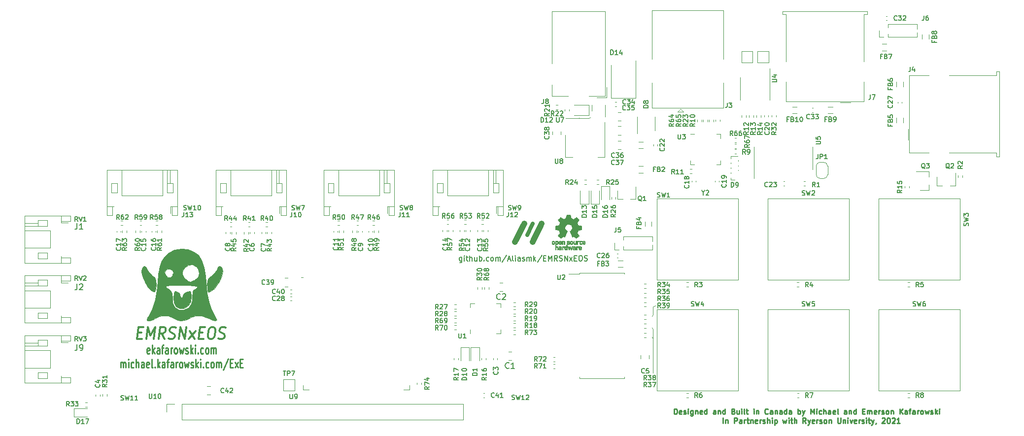
<source format=gbr>
%TF.GenerationSoftware,KiCad,Pcbnew,(5.1.7)-1*%
%TF.CreationDate,2021-03-26T00:16:30-04:00*%
%TF.ProjectId,Console,436f6e73-6f6c-4652-9e6b-696361645f70,rev?*%
%TF.SameCoordinates,Original*%
%TF.FileFunction,Legend,Top*%
%TF.FilePolarity,Positive*%
%FSLAX46Y46*%
G04 Gerber Fmt 4.6, Leading zero omitted, Abs format (unit mm)*
G04 Created by KiCad (PCBNEW (5.1.7)-1) date 2021-03-26 00:16:30*
%MOMM*%
%LPD*%
G01*
G04 APERTURE LIST*
%ADD10C,0.120000*%
%ADD11C,0.225000*%
%ADD12C,0.300000*%
%ADD13C,0.150000*%
%ADD14C,0.250000*%
%ADD15C,1.000000*%
%ADD16C,0.700000*%
%ADD17C,0.010000*%
G04 APERTURE END LIST*
D10*
X161800000Y-77400000D02*
X162000000Y-77200000D01*
X160000000Y-77400000D02*
X160200000Y-77200000D01*
X157800000Y-77400000D02*
X161800000Y-77400000D01*
X172800000Y-111200000D02*
X172600000Y-111400000D01*
X172800000Y-109800000D02*
X172800000Y-111200000D01*
X173200000Y-109600000D02*
X172800000Y-109800000D01*
X172800000Y-115200000D02*
X172600000Y-115000000D01*
X172800000Y-113600000D02*
X172600000Y-113400000D01*
X172800000Y-121200000D02*
X172800000Y-113600000D01*
D11*
X184828571Y-129807142D02*
X184828571Y-128907142D01*
X185257142Y-129207142D02*
X185257142Y-129807142D01*
X185257142Y-129292857D02*
X185300000Y-129250000D01*
X185385714Y-129207142D01*
X185514285Y-129207142D01*
X185600000Y-129250000D01*
X185642857Y-129335714D01*
X185642857Y-129807142D01*
X186757142Y-129807142D02*
X186757142Y-128907142D01*
X187100000Y-128907142D01*
X187185714Y-128950000D01*
X187228571Y-128992857D01*
X187271428Y-129078571D01*
X187271428Y-129207142D01*
X187228571Y-129292857D01*
X187185714Y-129335714D01*
X187100000Y-129378571D01*
X186757142Y-129378571D01*
X188042857Y-129807142D02*
X188042857Y-129335714D01*
X188000000Y-129250000D01*
X187914285Y-129207142D01*
X187742857Y-129207142D01*
X187657142Y-129250000D01*
X188042857Y-129764285D02*
X187957142Y-129807142D01*
X187742857Y-129807142D01*
X187657142Y-129764285D01*
X187614285Y-129678571D01*
X187614285Y-129592857D01*
X187657142Y-129507142D01*
X187742857Y-129464285D01*
X187957142Y-129464285D01*
X188042857Y-129421428D01*
X188471428Y-129807142D02*
X188471428Y-129207142D01*
X188471428Y-129378571D02*
X188514285Y-129292857D01*
X188557142Y-129250000D01*
X188642857Y-129207142D01*
X188728571Y-129207142D01*
X188900000Y-129207142D02*
X189242857Y-129207142D01*
X189028571Y-128907142D02*
X189028571Y-129678571D01*
X189071428Y-129764285D01*
X189157142Y-129807142D01*
X189242857Y-129807142D01*
X189542857Y-129207142D02*
X189542857Y-129807142D01*
X189542857Y-129292857D02*
X189585714Y-129250000D01*
X189671428Y-129207142D01*
X189800000Y-129207142D01*
X189885714Y-129250000D01*
X189928571Y-129335714D01*
X189928571Y-129807142D01*
X190700000Y-129764285D02*
X190614285Y-129807142D01*
X190442857Y-129807142D01*
X190357142Y-129764285D01*
X190314285Y-129678571D01*
X190314285Y-129335714D01*
X190357142Y-129250000D01*
X190442857Y-129207142D01*
X190614285Y-129207142D01*
X190700000Y-129250000D01*
X190742857Y-129335714D01*
X190742857Y-129421428D01*
X190314285Y-129507142D01*
X191128571Y-129807142D02*
X191128571Y-129207142D01*
X191128571Y-129378571D02*
X191171428Y-129292857D01*
X191214285Y-129250000D01*
X191300000Y-129207142D01*
X191385714Y-129207142D01*
X191642857Y-129764285D02*
X191728571Y-129807142D01*
X191900000Y-129807142D01*
X191985714Y-129764285D01*
X192028571Y-129678571D01*
X192028571Y-129635714D01*
X191985714Y-129550000D01*
X191900000Y-129507142D01*
X191771428Y-129507142D01*
X191685714Y-129464285D01*
X191642857Y-129378571D01*
X191642857Y-129335714D01*
X191685714Y-129250000D01*
X191771428Y-129207142D01*
X191900000Y-129207142D01*
X191985714Y-129250000D01*
X192414285Y-129807142D02*
X192414285Y-128907142D01*
X192800000Y-129807142D02*
X192800000Y-129335714D01*
X192757142Y-129250000D01*
X192671428Y-129207142D01*
X192542857Y-129207142D01*
X192457142Y-129250000D01*
X192414285Y-129292857D01*
X193228571Y-129807142D02*
X193228571Y-129207142D01*
X193228571Y-128907142D02*
X193185714Y-128950000D01*
X193228571Y-128992857D01*
X193271428Y-128950000D01*
X193228571Y-128907142D01*
X193228571Y-128992857D01*
X193657142Y-129207142D02*
X193657142Y-130107142D01*
X193657142Y-129250000D02*
X193742857Y-129207142D01*
X193914285Y-129207142D01*
X194000000Y-129250000D01*
X194042857Y-129292857D01*
X194085714Y-129378571D01*
X194085714Y-129635714D01*
X194042857Y-129721428D01*
X194000000Y-129764285D01*
X193914285Y-129807142D01*
X193742857Y-129807142D01*
X193657142Y-129764285D01*
X195071428Y-129207142D02*
X195242857Y-129807142D01*
X195414285Y-129378571D01*
X195585714Y-129807142D01*
X195757142Y-129207142D01*
X196100000Y-129807142D02*
X196100000Y-129207142D01*
X196100000Y-128907142D02*
X196057142Y-128950000D01*
X196100000Y-128992857D01*
X196142857Y-128950000D01*
X196100000Y-128907142D01*
X196100000Y-128992857D01*
X196400000Y-129207142D02*
X196742857Y-129207142D01*
X196528571Y-128907142D02*
X196528571Y-129678571D01*
X196571428Y-129764285D01*
X196657142Y-129807142D01*
X196742857Y-129807142D01*
X197042857Y-129807142D02*
X197042857Y-128907142D01*
X197428571Y-129807142D02*
X197428571Y-129335714D01*
X197385714Y-129250000D01*
X197300000Y-129207142D01*
X197171428Y-129207142D01*
X197085714Y-129250000D01*
X197042857Y-129292857D01*
X199057142Y-129807142D02*
X198757142Y-129378571D01*
X198542857Y-129807142D02*
X198542857Y-128907142D01*
X198885714Y-128907142D01*
X198971428Y-128950000D01*
X199014285Y-128992857D01*
X199057142Y-129078571D01*
X199057142Y-129207142D01*
X199014285Y-129292857D01*
X198971428Y-129335714D01*
X198885714Y-129378571D01*
X198542857Y-129378571D01*
X199357142Y-129207142D02*
X199571428Y-129807142D01*
X199785714Y-129207142D02*
X199571428Y-129807142D01*
X199485714Y-130021428D01*
X199442857Y-130064285D01*
X199357142Y-130107142D01*
X200471428Y-129764285D02*
X200385714Y-129807142D01*
X200214285Y-129807142D01*
X200128571Y-129764285D01*
X200085714Y-129678571D01*
X200085714Y-129335714D01*
X200128571Y-129250000D01*
X200214285Y-129207142D01*
X200385714Y-129207142D01*
X200471428Y-129250000D01*
X200514285Y-129335714D01*
X200514285Y-129421428D01*
X200085714Y-129507142D01*
X200900000Y-129807142D02*
X200900000Y-129207142D01*
X200900000Y-129378571D02*
X200942857Y-129292857D01*
X200985714Y-129250000D01*
X201071428Y-129207142D01*
X201157142Y-129207142D01*
X201414285Y-129764285D02*
X201500000Y-129807142D01*
X201671428Y-129807142D01*
X201757142Y-129764285D01*
X201800000Y-129678571D01*
X201800000Y-129635714D01*
X201757142Y-129550000D01*
X201671428Y-129507142D01*
X201542857Y-129507142D01*
X201457142Y-129464285D01*
X201414285Y-129378571D01*
X201414285Y-129335714D01*
X201457142Y-129250000D01*
X201542857Y-129207142D01*
X201671428Y-129207142D01*
X201757142Y-129250000D01*
X202314285Y-129807142D02*
X202228571Y-129764285D01*
X202185714Y-129721428D01*
X202142857Y-129635714D01*
X202142857Y-129378571D01*
X202185714Y-129292857D01*
X202228571Y-129250000D01*
X202314285Y-129207142D01*
X202442857Y-129207142D01*
X202528571Y-129250000D01*
X202571428Y-129292857D01*
X202614285Y-129378571D01*
X202614285Y-129635714D01*
X202571428Y-129721428D01*
X202528571Y-129764285D01*
X202442857Y-129807142D01*
X202314285Y-129807142D01*
X202999999Y-129207142D02*
X202999999Y-129807142D01*
X202999999Y-129292857D02*
X203042857Y-129250000D01*
X203128571Y-129207142D01*
X203257142Y-129207142D01*
X203342857Y-129250000D01*
X203385714Y-129335714D01*
X203385714Y-129807142D01*
X204499999Y-128907142D02*
X204499999Y-129635714D01*
X204542857Y-129721428D01*
X204585714Y-129764285D01*
X204671428Y-129807142D01*
X204842857Y-129807142D01*
X204928571Y-129764285D01*
X204971428Y-129721428D01*
X205014285Y-129635714D01*
X205014285Y-128907142D01*
X205442857Y-129207142D02*
X205442857Y-129807142D01*
X205442857Y-129292857D02*
X205485714Y-129250000D01*
X205571428Y-129207142D01*
X205699999Y-129207142D01*
X205785714Y-129250000D01*
X205828571Y-129335714D01*
X205828571Y-129807142D01*
X206257142Y-129807142D02*
X206257142Y-129207142D01*
X206257142Y-128907142D02*
X206214285Y-128950000D01*
X206257142Y-128992857D01*
X206299999Y-128950000D01*
X206257142Y-128907142D01*
X206257142Y-128992857D01*
X206599999Y-129207142D02*
X206814285Y-129807142D01*
X207028571Y-129207142D01*
X207714285Y-129764285D02*
X207628571Y-129807142D01*
X207457142Y-129807142D01*
X207371428Y-129764285D01*
X207328571Y-129678571D01*
X207328571Y-129335714D01*
X207371428Y-129250000D01*
X207457142Y-129207142D01*
X207628571Y-129207142D01*
X207714285Y-129250000D01*
X207757142Y-129335714D01*
X207757142Y-129421428D01*
X207328571Y-129507142D01*
X208142857Y-129807142D02*
X208142857Y-129207142D01*
X208142857Y-129378571D02*
X208185714Y-129292857D01*
X208228571Y-129250000D01*
X208314285Y-129207142D01*
X208399999Y-129207142D01*
X208657142Y-129764285D02*
X208742857Y-129807142D01*
X208914285Y-129807142D01*
X208999999Y-129764285D01*
X209042857Y-129678571D01*
X209042857Y-129635714D01*
X208999999Y-129550000D01*
X208914285Y-129507142D01*
X208785714Y-129507142D01*
X208699999Y-129464285D01*
X208657142Y-129378571D01*
X208657142Y-129335714D01*
X208699999Y-129250000D01*
X208785714Y-129207142D01*
X208914285Y-129207142D01*
X208999999Y-129250000D01*
X209428571Y-129807142D02*
X209428571Y-129207142D01*
X209428571Y-128907142D02*
X209385714Y-128950000D01*
X209428571Y-128992857D01*
X209471428Y-128950000D01*
X209428571Y-128907142D01*
X209428571Y-128992857D01*
X209728571Y-129207142D02*
X210071428Y-129207142D01*
X209857142Y-128907142D02*
X209857142Y-129678571D01*
X209900000Y-129764285D01*
X209985714Y-129807142D01*
X210071428Y-129807142D01*
X210285714Y-129207142D02*
X210499999Y-129807142D01*
X210714285Y-129207142D02*
X210499999Y-129807142D01*
X210414285Y-130021428D01*
X210371428Y-130064285D01*
X210285714Y-130107142D01*
X211100000Y-129764285D02*
X211100000Y-129807142D01*
X211057142Y-129892857D01*
X211014285Y-129935714D01*
X212128571Y-128992857D02*
X212171428Y-128950000D01*
X212257142Y-128907142D01*
X212471428Y-128907142D01*
X212557142Y-128950000D01*
X212600000Y-128992857D01*
X212642857Y-129078571D01*
X212642857Y-129164285D01*
X212600000Y-129292857D01*
X212085714Y-129807142D01*
X212642857Y-129807142D01*
X213200000Y-128907142D02*
X213285714Y-128907142D01*
X213371428Y-128950000D01*
X213414285Y-128992857D01*
X213457142Y-129078571D01*
X213500000Y-129250000D01*
X213500000Y-129464285D01*
X213457142Y-129635714D01*
X213414285Y-129721428D01*
X213371428Y-129764285D01*
X213285714Y-129807142D01*
X213200000Y-129807142D01*
X213114285Y-129764285D01*
X213071428Y-129721428D01*
X213028571Y-129635714D01*
X212985714Y-129464285D01*
X212985714Y-129250000D01*
X213028571Y-129078571D01*
X213071428Y-128992857D01*
X213114285Y-128950000D01*
X213200000Y-128907142D01*
X213842857Y-128992857D02*
X213885714Y-128950000D01*
X213971428Y-128907142D01*
X214185714Y-128907142D01*
X214271428Y-128950000D01*
X214314285Y-128992857D01*
X214357142Y-129078571D01*
X214357142Y-129164285D01*
X214314285Y-129292857D01*
X213800000Y-129807142D01*
X214357142Y-129807142D01*
X215214285Y-129807142D02*
X214700000Y-129807142D01*
X214957142Y-129807142D02*
X214957142Y-128907142D01*
X214871428Y-129035714D01*
X214785714Y-129121428D01*
X214700000Y-129164285D01*
D12*
X84273839Y-114257142D02*
X84873839Y-114257142D01*
X85000029Y-115304761D02*
X84142886Y-115304761D01*
X84392886Y-113304761D01*
X85250029Y-113304761D01*
X85771458Y-115304761D02*
X86021458Y-113304761D01*
X86442886Y-114733333D01*
X87221458Y-113304761D01*
X86971458Y-115304761D01*
X88857172Y-115304761D02*
X88376220Y-114352380D01*
X87828601Y-115304761D02*
X88078601Y-113304761D01*
X88764315Y-113304761D01*
X88923839Y-113400000D01*
X88997648Y-113495238D01*
X89059553Y-113685714D01*
X89023839Y-113971428D01*
X88914315Y-114161904D01*
X88816696Y-114257142D01*
X88633363Y-114352380D01*
X87947648Y-114352380D01*
X89554791Y-115209523D02*
X89800029Y-115304761D01*
X90228601Y-115304761D01*
X90411934Y-115209523D01*
X90509553Y-115114285D01*
X90619077Y-114923809D01*
X90642886Y-114733333D01*
X90580982Y-114542857D01*
X90507172Y-114447619D01*
X90347648Y-114352380D01*
X90016696Y-114257142D01*
X89857172Y-114161904D01*
X89783363Y-114066666D01*
X89721458Y-113876190D01*
X89745267Y-113685714D01*
X89854791Y-113495238D01*
X89952410Y-113400000D01*
X90135744Y-113304761D01*
X90564315Y-113304761D01*
X90809553Y-113400000D01*
X91342886Y-115304761D02*
X91592886Y-113304761D01*
X92371458Y-115304761D01*
X92621458Y-113304761D01*
X93057172Y-115304761D02*
X94166696Y-113971428D01*
X93223839Y-113971428D02*
X94000029Y-115304761D01*
X94816696Y-114257142D02*
X95416696Y-114257142D01*
X95542886Y-115304761D02*
X94685744Y-115304761D01*
X94935744Y-113304761D01*
X95792886Y-113304761D01*
X96907172Y-113304761D02*
X97250029Y-113304761D01*
X97409553Y-113400000D01*
X97557172Y-113590476D01*
X97595267Y-113971428D01*
X97511934Y-114638095D01*
X97378601Y-115019047D01*
X97183363Y-115209523D01*
X97000029Y-115304761D01*
X96657172Y-115304761D01*
X96497648Y-115209523D01*
X96350029Y-115019047D01*
X96311934Y-114638095D01*
X96395267Y-113971428D01*
X96528601Y-113590476D01*
X96723839Y-113400000D01*
X96907172Y-113304761D01*
X98126220Y-115209523D02*
X98371458Y-115304761D01*
X98800029Y-115304761D01*
X98983363Y-115209523D01*
X99080982Y-115114285D01*
X99190505Y-114923809D01*
X99214315Y-114733333D01*
X99152410Y-114542857D01*
X99078601Y-114447619D01*
X98919077Y-114352380D01*
X98588125Y-114257142D01*
X98428601Y-114161904D01*
X98354791Y-114066666D01*
X98292886Y-113876190D01*
X98316696Y-113685714D01*
X98426220Y-113495238D01*
X98523839Y-113400000D01*
X98707172Y-113304761D01*
X99135744Y-113304761D01*
X99380982Y-113400000D01*
D13*
X139935714Y-101307142D02*
X139935714Y-102035714D01*
X139892857Y-102121428D01*
X139849999Y-102164285D01*
X139764285Y-102207142D01*
X139635714Y-102207142D01*
X139549999Y-102164285D01*
X139935714Y-101864285D02*
X139849999Y-101907142D01*
X139678571Y-101907142D01*
X139592857Y-101864285D01*
X139549999Y-101821428D01*
X139507142Y-101735714D01*
X139507142Y-101478571D01*
X139549999Y-101392857D01*
X139592857Y-101350000D01*
X139678571Y-101307142D01*
X139849999Y-101307142D01*
X139935714Y-101350000D01*
X140364285Y-101907142D02*
X140364285Y-101307142D01*
X140364285Y-101007142D02*
X140321428Y-101050000D01*
X140364285Y-101092857D01*
X140407142Y-101050000D01*
X140364285Y-101007142D01*
X140364285Y-101092857D01*
X140664285Y-101307142D02*
X141007142Y-101307142D01*
X140792857Y-101007142D02*
X140792857Y-101778571D01*
X140835714Y-101864285D01*
X140921428Y-101907142D01*
X141007142Y-101907142D01*
X141307142Y-101907142D02*
X141307142Y-101007142D01*
X141692857Y-101907142D02*
X141692857Y-101435714D01*
X141649999Y-101350000D01*
X141564285Y-101307142D01*
X141435714Y-101307142D01*
X141349999Y-101350000D01*
X141307142Y-101392857D01*
X142507142Y-101307142D02*
X142507142Y-101907142D01*
X142121428Y-101307142D02*
X142121428Y-101778571D01*
X142164285Y-101864285D01*
X142249999Y-101907142D01*
X142378571Y-101907142D01*
X142464285Y-101864285D01*
X142507142Y-101821428D01*
X142935714Y-101907142D02*
X142935714Y-101007142D01*
X142935714Y-101350000D02*
X143021428Y-101307142D01*
X143192857Y-101307142D01*
X143278571Y-101350000D01*
X143321428Y-101392857D01*
X143364285Y-101478571D01*
X143364285Y-101735714D01*
X143321428Y-101821428D01*
X143278571Y-101864285D01*
X143192857Y-101907142D01*
X143021428Y-101907142D01*
X142935714Y-101864285D01*
X143749999Y-101821428D02*
X143792857Y-101864285D01*
X143749999Y-101907142D01*
X143707142Y-101864285D01*
X143749999Y-101821428D01*
X143749999Y-101907142D01*
X144564285Y-101864285D02*
X144478571Y-101907142D01*
X144307142Y-101907142D01*
X144221428Y-101864285D01*
X144178571Y-101821428D01*
X144135714Y-101735714D01*
X144135714Y-101478571D01*
X144178571Y-101392857D01*
X144221428Y-101350000D01*
X144307142Y-101307142D01*
X144478571Y-101307142D01*
X144564285Y-101350000D01*
X145078571Y-101907142D02*
X144992857Y-101864285D01*
X144949999Y-101821428D01*
X144907142Y-101735714D01*
X144907142Y-101478571D01*
X144949999Y-101392857D01*
X144992857Y-101350000D01*
X145078571Y-101307142D01*
X145207142Y-101307142D01*
X145292857Y-101350000D01*
X145335714Y-101392857D01*
X145378571Y-101478571D01*
X145378571Y-101735714D01*
X145335714Y-101821428D01*
X145292857Y-101864285D01*
X145207142Y-101907142D01*
X145078571Y-101907142D01*
X145764285Y-101907142D02*
X145764285Y-101307142D01*
X145764285Y-101392857D02*
X145807142Y-101350000D01*
X145892857Y-101307142D01*
X146021428Y-101307142D01*
X146107142Y-101350000D01*
X146149999Y-101435714D01*
X146149999Y-101907142D01*
X146149999Y-101435714D02*
X146192857Y-101350000D01*
X146278571Y-101307142D01*
X146407142Y-101307142D01*
X146492857Y-101350000D01*
X146535714Y-101435714D01*
X146535714Y-101907142D01*
X147607142Y-100964285D02*
X146835714Y-102121428D01*
X147864285Y-101650000D02*
X148292857Y-101650000D01*
X147778571Y-101907142D02*
X148078571Y-101007142D01*
X148378571Y-101907142D01*
X148807142Y-101907142D02*
X148721428Y-101864285D01*
X148678571Y-101778571D01*
X148678571Y-101007142D01*
X149149999Y-101907142D02*
X149149999Y-101307142D01*
X149149999Y-101007142D02*
X149107142Y-101050000D01*
X149149999Y-101092857D01*
X149192857Y-101050000D01*
X149149999Y-101007142D01*
X149149999Y-101092857D01*
X149964285Y-101907142D02*
X149964285Y-101435714D01*
X149921428Y-101350000D01*
X149835714Y-101307142D01*
X149664285Y-101307142D01*
X149578571Y-101350000D01*
X149964285Y-101864285D02*
X149878571Y-101907142D01*
X149664285Y-101907142D01*
X149578571Y-101864285D01*
X149535714Y-101778571D01*
X149535714Y-101692857D01*
X149578571Y-101607142D01*
X149664285Y-101564285D01*
X149878571Y-101564285D01*
X149964285Y-101521428D01*
X150349999Y-101864285D02*
X150435714Y-101907142D01*
X150607142Y-101907142D01*
X150692857Y-101864285D01*
X150735714Y-101778571D01*
X150735714Y-101735714D01*
X150692857Y-101650000D01*
X150607142Y-101607142D01*
X150478571Y-101607142D01*
X150392857Y-101564285D01*
X150349999Y-101478571D01*
X150349999Y-101435714D01*
X150392857Y-101350000D01*
X150478571Y-101307142D01*
X150607142Y-101307142D01*
X150692857Y-101350000D01*
X151121428Y-101907142D02*
X151121428Y-101307142D01*
X151121428Y-101392857D02*
X151164285Y-101350000D01*
X151250000Y-101307142D01*
X151378571Y-101307142D01*
X151464285Y-101350000D01*
X151507142Y-101435714D01*
X151507142Y-101907142D01*
X151507142Y-101435714D02*
X151550000Y-101350000D01*
X151635714Y-101307142D01*
X151764285Y-101307142D01*
X151850000Y-101350000D01*
X151892857Y-101435714D01*
X151892857Y-101907142D01*
X152321428Y-101907142D02*
X152321428Y-101007142D01*
X152407142Y-101564285D02*
X152664285Y-101907142D01*
X152664285Y-101307142D02*
X152321428Y-101650000D01*
X153692857Y-100964285D02*
X152921428Y-102121428D01*
X153992857Y-101435714D02*
X154292857Y-101435714D01*
X154421428Y-101907142D02*
X153992857Y-101907142D01*
X153992857Y-101007142D01*
X154421428Y-101007142D01*
X154807142Y-101907142D02*
X154807142Y-101007142D01*
X155107142Y-101650000D01*
X155407142Y-101007142D01*
X155407142Y-101907142D01*
X156350000Y-101907142D02*
X156050000Y-101478571D01*
X155835714Y-101907142D02*
X155835714Y-101007142D01*
X156178571Y-101007142D01*
X156264285Y-101050000D01*
X156307142Y-101092857D01*
X156350000Y-101178571D01*
X156350000Y-101307142D01*
X156307142Y-101392857D01*
X156264285Y-101435714D01*
X156178571Y-101478571D01*
X155835714Y-101478571D01*
X156692857Y-101864285D02*
X156821428Y-101907142D01*
X157035714Y-101907142D01*
X157121428Y-101864285D01*
X157164285Y-101821428D01*
X157207142Y-101735714D01*
X157207142Y-101650000D01*
X157164285Y-101564285D01*
X157121428Y-101521428D01*
X157035714Y-101478571D01*
X156864285Y-101435714D01*
X156778571Y-101392857D01*
X156735714Y-101350000D01*
X156692857Y-101264285D01*
X156692857Y-101178571D01*
X156735714Y-101092857D01*
X156778571Y-101050000D01*
X156864285Y-101007142D01*
X157078571Y-101007142D01*
X157207142Y-101050000D01*
X157592857Y-101907142D02*
X157592857Y-101007142D01*
X158107142Y-101907142D01*
X158107142Y-101007142D01*
X158450000Y-101907142D02*
X158921428Y-101307142D01*
X158450000Y-101307142D02*
X158921428Y-101907142D01*
X159264285Y-101435714D02*
X159564285Y-101435714D01*
X159692857Y-101907142D02*
X159264285Y-101907142D01*
X159264285Y-101007142D01*
X159692857Y-101007142D01*
X160250000Y-101007142D02*
X160421428Y-101007142D01*
X160507142Y-101050000D01*
X160592857Y-101135714D01*
X160635714Y-101307142D01*
X160635714Y-101607142D01*
X160592857Y-101778571D01*
X160507142Y-101864285D01*
X160421428Y-101907142D01*
X160250000Y-101907142D01*
X160164285Y-101864285D01*
X160078571Y-101778571D01*
X160035714Y-101607142D01*
X160035714Y-101307142D01*
X160078571Y-101135714D01*
X160164285Y-101050000D01*
X160250000Y-101007142D01*
X160978571Y-101864285D02*
X161107142Y-101907142D01*
X161321428Y-101907142D01*
X161407142Y-101864285D01*
X161449999Y-101821428D01*
X161492857Y-101735714D01*
X161492857Y-101650000D01*
X161449999Y-101564285D01*
X161407142Y-101521428D01*
X161321428Y-101478571D01*
X161149999Y-101435714D01*
X161064285Y-101392857D01*
X161021428Y-101350000D01*
X160978571Y-101264285D01*
X160978571Y-101178571D01*
X161021428Y-101092857D01*
X161064285Y-101050000D01*
X161149999Y-101007142D01*
X161364285Y-101007142D01*
X161492857Y-101050000D01*
D14*
X86276190Y-117807142D02*
X86180952Y-117878571D01*
X85990476Y-117878571D01*
X85895238Y-117807142D01*
X85847619Y-117664285D01*
X85847619Y-117092857D01*
X85895238Y-116950000D01*
X85990476Y-116878571D01*
X86180952Y-116878571D01*
X86276190Y-116950000D01*
X86323809Y-117092857D01*
X86323809Y-117235714D01*
X85847619Y-117378571D01*
X86752380Y-117878571D02*
X86752380Y-116378571D01*
X86847619Y-117307142D02*
X87133333Y-117878571D01*
X87133333Y-116878571D02*
X86752380Y-117450000D01*
X87990476Y-117878571D02*
X87990476Y-117092857D01*
X87942857Y-116950000D01*
X87847619Y-116878571D01*
X87657142Y-116878571D01*
X87561904Y-116950000D01*
X87990476Y-117807142D02*
X87895238Y-117878571D01*
X87657142Y-117878571D01*
X87561904Y-117807142D01*
X87514285Y-117664285D01*
X87514285Y-117521428D01*
X87561904Y-117378571D01*
X87657142Y-117307142D01*
X87895238Y-117307142D01*
X87990476Y-117235714D01*
X88323809Y-116878571D02*
X88704761Y-116878571D01*
X88466666Y-117878571D02*
X88466666Y-116592857D01*
X88514285Y-116450000D01*
X88609523Y-116378571D01*
X88704761Y-116378571D01*
X89466666Y-117878571D02*
X89466666Y-117092857D01*
X89419047Y-116950000D01*
X89323809Y-116878571D01*
X89133333Y-116878571D01*
X89038095Y-116950000D01*
X89466666Y-117807142D02*
X89371428Y-117878571D01*
X89133333Y-117878571D01*
X89038095Y-117807142D01*
X88990476Y-117664285D01*
X88990476Y-117521428D01*
X89038095Y-117378571D01*
X89133333Y-117307142D01*
X89371428Y-117307142D01*
X89466666Y-117235714D01*
X89942857Y-117878571D02*
X89942857Y-116878571D01*
X89942857Y-117164285D02*
X89990476Y-117021428D01*
X90038095Y-116950000D01*
X90133333Y-116878571D01*
X90228571Y-116878571D01*
X90704761Y-117878571D02*
X90609523Y-117807142D01*
X90561904Y-117735714D01*
X90514285Y-117592857D01*
X90514285Y-117164285D01*
X90561904Y-117021428D01*
X90609523Y-116950000D01*
X90704761Y-116878571D01*
X90847619Y-116878571D01*
X90942857Y-116950000D01*
X90990476Y-117021428D01*
X91038095Y-117164285D01*
X91038095Y-117592857D01*
X90990476Y-117735714D01*
X90942857Y-117807142D01*
X90847619Y-117878571D01*
X90704761Y-117878571D01*
X91371428Y-116878571D02*
X91561904Y-117878571D01*
X91752380Y-117164285D01*
X91942857Y-117878571D01*
X92133333Y-116878571D01*
X92466666Y-117807142D02*
X92561904Y-117878571D01*
X92752380Y-117878571D01*
X92847619Y-117807142D01*
X92895238Y-117664285D01*
X92895238Y-117592857D01*
X92847619Y-117450000D01*
X92752380Y-117378571D01*
X92609523Y-117378571D01*
X92514285Y-117307142D01*
X92466666Y-117164285D01*
X92466666Y-117092857D01*
X92514285Y-116950000D01*
X92609523Y-116878571D01*
X92752380Y-116878571D01*
X92847619Y-116950000D01*
X93323809Y-117878571D02*
X93323809Y-116378571D01*
X93419047Y-117307142D02*
X93704761Y-117878571D01*
X93704761Y-116878571D02*
X93323809Y-117450000D01*
X94133333Y-117878571D02*
X94133333Y-116878571D01*
X94133333Y-116378571D02*
X94085714Y-116450000D01*
X94133333Y-116521428D01*
X94180952Y-116450000D01*
X94133333Y-116378571D01*
X94133333Y-116521428D01*
X94609523Y-117735714D02*
X94657142Y-117807142D01*
X94609523Y-117878571D01*
X94561904Y-117807142D01*
X94609523Y-117735714D01*
X94609523Y-117878571D01*
X95514285Y-117807142D02*
X95419047Y-117878571D01*
X95228571Y-117878571D01*
X95133333Y-117807142D01*
X95085714Y-117735714D01*
X95038095Y-117592857D01*
X95038095Y-117164285D01*
X95085714Y-117021428D01*
X95133333Y-116950000D01*
X95228571Y-116878571D01*
X95419047Y-116878571D01*
X95514285Y-116950000D01*
X96085714Y-117878571D02*
X95990476Y-117807142D01*
X95942857Y-117735714D01*
X95895238Y-117592857D01*
X95895238Y-117164285D01*
X95942857Y-117021428D01*
X95990476Y-116950000D01*
X96085714Y-116878571D01*
X96228571Y-116878571D01*
X96323809Y-116950000D01*
X96371428Y-117021428D01*
X96419047Y-117164285D01*
X96419047Y-117592857D01*
X96371428Y-117735714D01*
X96323809Y-117807142D01*
X96228571Y-117878571D01*
X96085714Y-117878571D01*
X96847619Y-117878571D02*
X96847619Y-116878571D01*
X96847619Y-117021428D02*
X96895238Y-116950000D01*
X96990476Y-116878571D01*
X97133333Y-116878571D01*
X97228571Y-116950000D01*
X97276190Y-117092857D01*
X97276190Y-117878571D01*
X97276190Y-117092857D02*
X97323809Y-116950000D01*
X97419047Y-116878571D01*
X97561904Y-116878571D01*
X97657142Y-116950000D01*
X97704761Y-117092857D01*
X97704761Y-117878571D01*
D11*
X81323809Y-120278571D02*
X81323809Y-119278571D01*
X81323809Y-119421428D02*
X81371428Y-119350000D01*
X81466666Y-119278571D01*
X81609523Y-119278571D01*
X81704761Y-119350000D01*
X81752380Y-119492857D01*
X81752380Y-120278571D01*
X81752380Y-119492857D02*
X81800000Y-119350000D01*
X81895238Y-119278571D01*
X82038095Y-119278571D01*
X82133333Y-119350000D01*
X82180952Y-119492857D01*
X82180952Y-120278571D01*
X82657142Y-120278571D02*
X82657142Y-119278571D01*
X82657142Y-118778571D02*
X82609523Y-118850000D01*
X82657142Y-118921428D01*
X82704761Y-118850000D01*
X82657142Y-118778571D01*
X82657142Y-118921428D01*
X83561904Y-120207142D02*
X83466666Y-120278571D01*
X83276190Y-120278571D01*
X83180952Y-120207142D01*
X83133333Y-120135714D01*
X83085714Y-119992857D01*
X83085714Y-119564285D01*
X83133333Y-119421428D01*
X83180952Y-119350000D01*
X83276190Y-119278571D01*
X83466666Y-119278571D01*
X83561904Y-119350000D01*
X83990476Y-120278571D02*
X83990476Y-118778571D01*
X84419047Y-120278571D02*
X84419047Y-119492857D01*
X84371428Y-119350000D01*
X84276190Y-119278571D01*
X84133333Y-119278571D01*
X84038095Y-119350000D01*
X83990476Y-119421428D01*
X85323809Y-120278571D02*
X85323809Y-119492857D01*
X85276190Y-119350000D01*
X85180952Y-119278571D01*
X84990476Y-119278571D01*
X84895238Y-119350000D01*
X85323809Y-120207142D02*
X85228571Y-120278571D01*
X84990476Y-120278571D01*
X84895238Y-120207142D01*
X84847619Y-120064285D01*
X84847619Y-119921428D01*
X84895238Y-119778571D01*
X84990476Y-119707142D01*
X85228571Y-119707142D01*
X85323809Y-119635714D01*
X86180952Y-120207142D02*
X86085714Y-120278571D01*
X85895238Y-120278571D01*
X85800000Y-120207142D01*
X85752380Y-120064285D01*
X85752380Y-119492857D01*
X85800000Y-119350000D01*
X85895238Y-119278571D01*
X86085714Y-119278571D01*
X86180952Y-119350000D01*
X86228571Y-119492857D01*
X86228571Y-119635714D01*
X85752380Y-119778571D01*
X86800000Y-120278571D02*
X86704761Y-120207142D01*
X86657142Y-120064285D01*
X86657142Y-118778571D01*
X87180952Y-120135714D02*
X87228571Y-120207142D01*
X87180952Y-120278571D01*
X87133333Y-120207142D01*
X87180952Y-120135714D01*
X87180952Y-120278571D01*
X87657142Y-120278571D02*
X87657142Y-118778571D01*
X87752380Y-119707142D02*
X88038095Y-120278571D01*
X88038095Y-119278571D02*
X87657142Y-119850000D01*
X88895238Y-120278571D02*
X88895238Y-119492857D01*
X88847619Y-119350000D01*
X88752380Y-119278571D01*
X88561904Y-119278571D01*
X88466666Y-119350000D01*
X88895238Y-120207142D02*
X88800000Y-120278571D01*
X88561904Y-120278571D01*
X88466666Y-120207142D01*
X88419047Y-120064285D01*
X88419047Y-119921428D01*
X88466666Y-119778571D01*
X88561904Y-119707142D01*
X88800000Y-119707142D01*
X88895238Y-119635714D01*
X89228571Y-119278571D02*
X89609523Y-119278571D01*
X89371428Y-120278571D02*
X89371428Y-118992857D01*
X89419047Y-118850000D01*
X89514285Y-118778571D01*
X89609523Y-118778571D01*
X90371428Y-120278571D02*
X90371428Y-119492857D01*
X90323809Y-119350000D01*
X90228571Y-119278571D01*
X90038095Y-119278571D01*
X89942857Y-119350000D01*
X90371428Y-120207142D02*
X90276190Y-120278571D01*
X90038095Y-120278571D01*
X89942857Y-120207142D01*
X89895238Y-120064285D01*
X89895238Y-119921428D01*
X89942857Y-119778571D01*
X90038095Y-119707142D01*
X90276190Y-119707142D01*
X90371428Y-119635714D01*
X90847619Y-120278571D02*
X90847619Y-119278571D01*
X90847619Y-119564285D02*
X90895238Y-119421428D01*
X90942857Y-119350000D01*
X91038095Y-119278571D01*
X91133333Y-119278571D01*
X91609523Y-120278571D02*
X91514285Y-120207142D01*
X91466666Y-120135714D01*
X91419047Y-119992857D01*
X91419047Y-119564285D01*
X91466666Y-119421428D01*
X91514285Y-119350000D01*
X91609523Y-119278571D01*
X91752380Y-119278571D01*
X91847619Y-119350000D01*
X91895238Y-119421428D01*
X91942857Y-119564285D01*
X91942857Y-119992857D01*
X91895238Y-120135714D01*
X91847619Y-120207142D01*
X91752380Y-120278571D01*
X91609523Y-120278571D01*
X92276190Y-119278571D02*
X92466666Y-120278571D01*
X92657142Y-119564285D01*
X92847619Y-120278571D01*
X93038095Y-119278571D01*
X93371428Y-120207142D02*
X93466666Y-120278571D01*
X93657142Y-120278571D01*
X93752380Y-120207142D01*
X93800000Y-120064285D01*
X93800000Y-119992857D01*
X93752380Y-119850000D01*
X93657142Y-119778571D01*
X93514285Y-119778571D01*
X93419047Y-119707142D01*
X93371428Y-119564285D01*
X93371428Y-119492857D01*
X93419047Y-119350000D01*
X93514285Y-119278571D01*
X93657142Y-119278571D01*
X93752380Y-119350000D01*
X94228571Y-120278571D02*
X94228571Y-118778571D01*
X94323809Y-119707142D02*
X94609523Y-120278571D01*
X94609523Y-119278571D02*
X94228571Y-119850000D01*
X95038095Y-120278571D02*
X95038095Y-119278571D01*
X95038095Y-118778571D02*
X94990476Y-118850000D01*
X95038095Y-118921428D01*
X95085714Y-118850000D01*
X95038095Y-118778571D01*
X95038095Y-118921428D01*
X95514285Y-120135714D02*
X95561904Y-120207142D01*
X95514285Y-120278571D01*
X95466666Y-120207142D01*
X95514285Y-120135714D01*
X95514285Y-120278571D01*
X96419047Y-120207142D02*
X96323809Y-120278571D01*
X96133333Y-120278571D01*
X96038095Y-120207142D01*
X95990476Y-120135714D01*
X95942857Y-119992857D01*
X95942857Y-119564285D01*
X95990476Y-119421428D01*
X96038095Y-119350000D01*
X96133333Y-119278571D01*
X96323809Y-119278571D01*
X96419047Y-119350000D01*
X96990476Y-120278571D02*
X96895238Y-120207142D01*
X96847619Y-120135714D01*
X96800000Y-119992857D01*
X96800000Y-119564285D01*
X96847619Y-119421428D01*
X96895238Y-119350000D01*
X96990476Y-119278571D01*
X97133333Y-119278571D01*
X97228571Y-119350000D01*
X97276190Y-119421428D01*
X97323809Y-119564285D01*
X97323809Y-119992857D01*
X97276190Y-120135714D01*
X97228571Y-120207142D01*
X97133333Y-120278571D01*
X96990476Y-120278571D01*
X97752380Y-120278571D02*
X97752380Y-119278571D01*
X97752380Y-119421428D02*
X97800000Y-119350000D01*
X97895238Y-119278571D01*
X98038095Y-119278571D01*
X98133333Y-119350000D01*
X98180952Y-119492857D01*
X98180952Y-120278571D01*
X98180952Y-119492857D02*
X98228571Y-119350000D01*
X98323809Y-119278571D01*
X98466666Y-119278571D01*
X98561904Y-119350000D01*
X98609523Y-119492857D01*
X98609523Y-120278571D01*
X99800000Y-118707142D02*
X98942857Y-120635714D01*
X100133333Y-119492857D02*
X100466666Y-119492857D01*
X100609523Y-120278571D02*
X100133333Y-120278571D01*
X100133333Y-118778571D01*
X100609523Y-118778571D01*
X100942857Y-120278571D02*
X101466666Y-119278571D01*
X100942857Y-119278571D02*
X101466666Y-120278571D01*
X101847619Y-119492857D02*
X102180952Y-119492857D01*
X102323809Y-120278571D02*
X101847619Y-120278571D01*
X101847619Y-118778571D01*
X102323809Y-118778571D01*
D15*
X152100000Y-98650000D02*
X153650000Y-95500000D01*
D16*
X151150000Y-97500000D02*
X152150000Y-95500000D01*
D15*
X149100000Y-98650000D02*
X150650000Y-95500000D01*
D11*
X176421428Y-128207142D02*
X176421428Y-127307142D01*
X176635714Y-127307142D01*
X176764285Y-127350000D01*
X176850000Y-127435714D01*
X176892857Y-127521428D01*
X176935714Y-127692857D01*
X176935714Y-127821428D01*
X176892857Y-127992857D01*
X176850000Y-128078571D01*
X176764285Y-128164285D01*
X176635714Y-128207142D01*
X176421428Y-128207142D01*
X177664285Y-128164285D02*
X177578571Y-128207142D01*
X177407142Y-128207142D01*
X177321428Y-128164285D01*
X177278571Y-128078571D01*
X177278571Y-127735714D01*
X177321428Y-127650000D01*
X177407142Y-127607142D01*
X177578571Y-127607142D01*
X177664285Y-127650000D01*
X177707142Y-127735714D01*
X177707142Y-127821428D01*
X177278571Y-127907142D01*
X178050000Y-128164285D02*
X178135714Y-128207142D01*
X178307142Y-128207142D01*
X178392857Y-128164285D01*
X178435714Y-128078571D01*
X178435714Y-128035714D01*
X178392857Y-127950000D01*
X178307142Y-127907142D01*
X178178571Y-127907142D01*
X178092857Y-127864285D01*
X178050000Y-127778571D01*
X178050000Y-127735714D01*
X178092857Y-127650000D01*
X178178571Y-127607142D01*
X178307142Y-127607142D01*
X178392857Y-127650000D01*
X178821428Y-128207142D02*
X178821428Y-127607142D01*
X178821428Y-127307142D02*
X178778571Y-127350000D01*
X178821428Y-127392857D01*
X178864285Y-127350000D01*
X178821428Y-127307142D01*
X178821428Y-127392857D01*
X179635714Y-127607142D02*
X179635714Y-128335714D01*
X179592857Y-128421428D01*
X179550000Y-128464285D01*
X179464285Y-128507142D01*
X179335714Y-128507142D01*
X179250000Y-128464285D01*
X179635714Y-128164285D02*
X179550000Y-128207142D01*
X179378571Y-128207142D01*
X179292857Y-128164285D01*
X179250000Y-128121428D01*
X179207142Y-128035714D01*
X179207142Y-127778571D01*
X179250000Y-127692857D01*
X179292857Y-127650000D01*
X179378571Y-127607142D01*
X179550000Y-127607142D01*
X179635714Y-127650000D01*
X180064285Y-127607142D02*
X180064285Y-128207142D01*
X180064285Y-127692857D02*
X180107142Y-127650000D01*
X180192857Y-127607142D01*
X180321428Y-127607142D01*
X180407142Y-127650000D01*
X180450000Y-127735714D01*
X180450000Y-128207142D01*
X181221428Y-128164285D02*
X181135714Y-128207142D01*
X180964285Y-128207142D01*
X180878571Y-128164285D01*
X180835714Y-128078571D01*
X180835714Y-127735714D01*
X180878571Y-127650000D01*
X180964285Y-127607142D01*
X181135714Y-127607142D01*
X181221428Y-127650000D01*
X181264285Y-127735714D01*
X181264285Y-127821428D01*
X180835714Y-127907142D01*
X182035714Y-128207142D02*
X182035714Y-127307142D01*
X182035714Y-128164285D02*
X181950000Y-128207142D01*
X181778571Y-128207142D01*
X181692857Y-128164285D01*
X181650000Y-128121428D01*
X181607142Y-128035714D01*
X181607142Y-127778571D01*
X181650000Y-127692857D01*
X181692857Y-127650000D01*
X181778571Y-127607142D01*
X181950000Y-127607142D01*
X182035714Y-127650000D01*
X183535714Y-128207142D02*
X183535714Y-127735714D01*
X183492857Y-127650000D01*
X183407142Y-127607142D01*
X183235714Y-127607142D01*
X183150000Y-127650000D01*
X183535714Y-128164285D02*
X183450000Y-128207142D01*
X183235714Y-128207142D01*
X183150000Y-128164285D01*
X183107142Y-128078571D01*
X183107142Y-127992857D01*
X183150000Y-127907142D01*
X183235714Y-127864285D01*
X183450000Y-127864285D01*
X183535714Y-127821428D01*
X183964285Y-127607142D02*
X183964285Y-128207142D01*
X183964285Y-127692857D02*
X184007142Y-127650000D01*
X184092857Y-127607142D01*
X184221428Y-127607142D01*
X184307142Y-127650000D01*
X184350000Y-127735714D01*
X184350000Y-128207142D01*
X185164285Y-128207142D02*
X185164285Y-127307142D01*
X185164285Y-128164285D02*
X185078571Y-128207142D01*
X184907142Y-128207142D01*
X184821428Y-128164285D01*
X184778571Y-128121428D01*
X184735714Y-128035714D01*
X184735714Y-127778571D01*
X184778571Y-127692857D01*
X184821428Y-127650000D01*
X184907142Y-127607142D01*
X185078571Y-127607142D01*
X185164285Y-127650000D01*
X186578571Y-127735714D02*
X186707142Y-127778571D01*
X186750000Y-127821428D01*
X186792857Y-127907142D01*
X186792857Y-128035714D01*
X186750000Y-128121428D01*
X186707142Y-128164285D01*
X186621428Y-128207142D01*
X186278571Y-128207142D01*
X186278571Y-127307142D01*
X186578571Y-127307142D01*
X186664285Y-127350000D01*
X186707142Y-127392857D01*
X186750000Y-127478571D01*
X186750000Y-127564285D01*
X186707142Y-127650000D01*
X186664285Y-127692857D01*
X186578571Y-127735714D01*
X186278571Y-127735714D01*
X187564285Y-127607142D02*
X187564285Y-128207142D01*
X187178571Y-127607142D02*
X187178571Y-128078571D01*
X187221428Y-128164285D01*
X187307142Y-128207142D01*
X187435714Y-128207142D01*
X187521428Y-128164285D01*
X187564285Y-128121428D01*
X187992857Y-128207142D02*
X187992857Y-127607142D01*
X187992857Y-127307142D02*
X187950000Y-127350000D01*
X187992857Y-127392857D01*
X188035714Y-127350000D01*
X187992857Y-127307142D01*
X187992857Y-127392857D01*
X188550000Y-128207142D02*
X188464285Y-128164285D01*
X188421428Y-128078571D01*
X188421428Y-127307142D01*
X188764285Y-127607142D02*
X189107142Y-127607142D01*
X188892857Y-127307142D02*
X188892857Y-128078571D01*
X188935714Y-128164285D01*
X189021428Y-128207142D01*
X189107142Y-128207142D01*
X190092857Y-128207142D02*
X190092857Y-127607142D01*
X190092857Y-127307142D02*
X190050000Y-127350000D01*
X190092857Y-127392857D01*
X190135714Y-127350000D01*
X190092857Y-127307142D01*
X190092857Y-127392857D01*
X190521428Y-127607142D02*
X190521428Y-128207142D01*
X190521428Y-127692857D02*
X190564285Y-127650000D01*
X190650000Y-127607142D01*
X190778571Y-127607142D01*
X190864285Y-127650000D01*
X190907142Y-127735714D01*
X190907142Y-128207142D01*
X192535714Y-128121428D02*
X192492857Y-128164285D01*
X192364285Y-128207142D01*
X192278571Y-128207142D01*
X192150000Y-128164285D01*
X192064285Y-128078571D01*
X192021428Y-127992857D01*
X191978571Y-127821428D01*
X191978571Y-127692857D01*
X192021428Y-127521428D01*
X192064285Y-127435714D01*
X192150000Y-127350000D01*
X192278571Y-127307142D01*
X192364285Y-127307142D01*
X192492857Y-127350000D01*
X192535714Y-127392857D01*
X193307142Y-128207142D02*
X193307142Y-127735714D01*
X193264285Y-127650000D01*
X193178571Y-127607142D01*
X193007142Y-127607142D01*
X192921428Y-127650000D01*
X193307142Y-128164285D02*
X193221428Y-128207142D01*
X193007142Y-128207142D01*
X192921428Y-128164285D01*
X192878571Y-128078571D01*
X192878571Y-127992857D01*
X192921428Y-127907142D01*
X193007142Y-127864285D01*
X193221428Y-127864285D01*
X193307142Y-127821428D01*
X193735714Y-127607142D02*
X193735714Y-128207142D01*
X193735714Y-127692857D02*
X193778571Y-127650000D01*
X193864285Y-127607142D01*
X193992857Y-127607142D01*
X194078571Y-127650000D01*
X194121428Y-127735714D01*
X194121428Y-128207142D01*
X194935714Y-128207142D02*
X194935714Y-127735714D01*
X194892857Y-127650000D01*
X194807142Y-127607142D01*
X194635714Y-127607142D01*
X194550000Y-127650000D01*
X194935714Y-128164285D02*
X194850000Y-128207142D01*
X194635714Y-128207142D01*
X194550000Y-128164285D01*
X194507142Y-128078571D01*
X194507142Y-127992857D01*
X194550000Y-127907142D01*
X194635714Y-127864285D01*
X194850000Y-127864285D01*
X194935714Y-127821428D01*
X195750000Y-128207142D02*
X195750000Y-127307142D01*
X195750000Y-128164285D02*
X195664285Y-128207142D01*
X195492857Y-128207142D01*
X195407142Y-128164285D01*
X195364285Y-128121428D01*
X195321428Y-128035714D01*
X195321428Y-127778571D01*
X195364285Y-127692857D01*
X195407142Y-127650000D01*
X195492857Y-127607142D01*
X195664285Y-127607142D01*
X195750000Y-127650000D01*
X196564285Y-128207142D02*
X196564285Y-127735714D01*
X196521428Y-127650000D01*
X196435714Y-127607142D01*
X196264285Y-127607142D01*
X196178571Y-127650000D01*
X196564285Y-128164285D02*
X196478571Y-128207142D01*
X196264285Y-128207142D01*
X196178571Y-128164285D01*
X196135714Y-128078571D01*
X196135714Y-127992857D01*
X196178571Y-127907142D01*
X196264285Y-127864285D01*
X196478571Y-127864285D01*
X196564285Y-127821428D01*
X197678571Y-128207142D02*
X197678571Y-127307142D01*
X197678571Y-127650000D02*
X197764285Y-127607142D01*
X197935714Y-127607142D01*
X198021428Y-127650000D01*
X198064285Y-127692857D01*
X198107142Y-127778571D01*
X198107142Y-128035714D01*
X198064285Y-128121428D01*
X198021428Y-128164285D01*
X197935714Y-128207142D01*
X197764285Y-128207142D01*
X197678571Y-128164285D01*
X198407142Y-127607142D02*
X198621428Y-128207142D01*
X198835714Y-127607142D02*
X198621428Y-128207142D01*
X198535714Y-128421428D01*
X198492857Y-128464285D01*
X198407142Y-128507142D01*
X199864285Y-128207142D02*
X199864285Y-127307142D01*
X200164285Y-127950000D01*
X200464285Y-127307142D01*
X200464285Y-128207142D01*
X200892857Y-128207142D02*
X200892857Y-127607142D01*
X200892857Y-127307142D02*
X200850000Y-127350000D01*
X200892857Y-127392857D01*
X200935714Y-127350000D01*
X200892857Y-127307142D01*
X200892857Y-127392857D01*
X201707142Y-128164285D02*
X201621428Y-128207142D01*
X201450000Y-128207142D01*
X201364285Y-128164285D01*
X201321428Y-128121428D01*
X201278571Y-128035714D01*
X201278571Y-127778571D01*
X201321428Y-127692857D01*
X201364285Y-127650000D01*
X201450000Y-127607142D01*
X201621428Y-127607142D01*
X201707142Y-127650000D01*
X202092857Y-128207142D02*
X202092857Y-127307142D01*
X202478571Y-128207142D02*
X202478571Y-127735714D01*
X202435714Y-127650000D01*
X202350000Y-127607142D01*
X202221428Y-127607142D01*
X202135714Y-127650000D01*
X202092857Y-127692857D01*
X203292857Y-128207142D02*
X203292857Y-127735714D01*
X203250000Y-127650000D01*
X203164285Y-127607142D01*
X202992857Y-127607142D01*
X202907142Y-127650000D01*
X203292857Y-128164285D02*
X203207142Y-128207142D01*
X202992857Y-128207142D01*
X202907142Y-128164285D01*
X202864285Y-128078571D01*
X202864285Y-127992857D01*
X202907142Y-127907142D01*
X202992857Y-127864285D01*
X203207142Y-127864285D01*
X203292857Y-127821428D01*
X204064285Y-128164285D02*
X203978571Y-128207142D01*
X203807142Y-128207142D01*
X203721428Y-128164285D01*
X203678571Y-128078571D01*
X203678571Y-127735714D01*
X203721428Y-127650000D01*
X203807142Y-127607142D01*
X203978571Y-127607142D01*
X204064285Y-127650000D01*
X204107142Y-127735714D01*
X204107142Y-127821428D01*
X203678571Y-127907142D01*
X204621428Y-128207142D02*
X204535714Y-128164285D01*
X204492857Y-128078571D01*
X204492857Y-127307142D01*
X206035714Y-128207142D02*
X206035714Y-127735714D01*
X205992857Y-127650000D01*
X205907142Y-127607142D01*
X205735714Y-127607142D01*
X205650000Y-127650000D01*
X206035714Y-128164285D02*
X205950000Y-128207142D01*
X205735714Y-128207142D01*
X205650000Y-128164285D01*
X205607142Y-128078571D01*
X205607142Y-127992857D01*
X205650000Y-127907142D01*
X205735714Y-127864285D01*
X205950000Y-127864285D01*
X206035714Y-127821428D01*
X206464285Y-127607142D02*
X206464285Y-128207142D01*
X206464285Y-127692857D02*
X206507142Y-127650000D01*
X206592857Y-127607142D01*
X206721428Y-127607142D01*
X206807142Y-127650000D01*
X206850000Y-127735714D01*
X206850000Y-128207142D01*
X207664285Y-128207142D02*
X207664285Y-127307142D01*
X207664285Y-128164285D02*
X207578571Y-128207142D01*
X207407142Y-128207142D01*
X207321428Y-128164285D01*
X207278571Y-128121428D01*
X207235714Y-128035714D01*
X207235714Y-127778571D01*
X207278571Y-127692857D01*
X207321428Y-127650000D01*
X207407142Y-127607142D01*
X207578571Y-127607142D01*
X207664285Y-127650000D01*
X208778571Y-127735714D02*
X209078571Y-127735714D01*
X209207142Y-128207142D02*
X208778571Y-128207142D01*
X208778571Y-127307142D01*
X209207142Y-127307142D01*
X209592857Y-128207142D02*
X209592857Y-127607142D01*
X209592857Y-127692857D02*
X209635714Y-127650000D01*
X209721428Y-127607142D01*
X209850000Y-127607142D01*
X209935714Y-127650000D01*
X209978571Y-127735714D01*
X209978571Y-128207142D01*
X209978571Y-127735714D02*
X210021428Y-127650000D01*
X210107142Y-127607142D01*
X210235714Y-127607142D01*
X210321428Y-127650000D01*
X210364285Y-127735714D01*
X210364285Y-128207142D01*
X211135714Y-128164285D02*
X211050000Y-128207142D01*
X210878571Y-128207142D01*
X210792857Y-128164285D01*
X210750000Y-128078571D01*
X210750000Y-127735714D01*
X210792857Y-127650000D01*
X210878571Y-127607142D01*
X211050000Y-127607142D01*
X211135714Y-127650000D01*
X211178571Y-127735714D01*
X211178571Y-127821428D01*
X210750000Y-127907142D01*
X211564285Y-128207142D02*
X211564285Y-127607142D01*
X211564285Y-127778571D02*
X211607142Y-127692857D01*
X211650000Y-127650000D01*
X211735714Y-127607142D01*
X211821428Y-127607142D01*
X212078571Y-128164285D02*
X212164285Y-128207142D01*
X212335714Y-128207142D01*
X212421428Y-128164285D01*
X212464285Y-128078571D01*
X212464285Y-128035714D01*
X212421428Y-127950000D01*
X212335714Y-127907142D01*
X212207142Y-127907142D01*
X212121428Y-127864285D01*
X212078571Y-127778571D01*
X212078571Y-127735714D01*
X212121428Y-127650000D01*
X212207142Y-127607142D01*
X212335714Y-127607142D01*
X212421428Y-127650000D01*
X212978571Y-128207142D02*
X212892857Y-128164285D01*
X212850000Y-128121428D01*
X212807142Y-128035714D01*
X212807142Y-127778571D01*
X212850000Y-127692857D01*
X212892857Y-127650000D01*
X212978571Y-127607142D01*
X213107142Y-127607142D01*
X213192857Y-127650000D01*
X213235714Y-127692857D01*
X213278571Y-127778571D01*
X213278571Y-128035714D01*
X213235714Y-128121428D01*
X213192857Y-128164285D01*
X213107142Y-128207142D01*
X212978571Y-128207142D01*
X213664285Y-127607142D02*
X213664285Y-128207142D01*
X213664285Y-127692857D02*
X213707142Y-127650000D01*
X213792857Y-127607142D01*
X213921428Y-127607142D01*
X214007142Y-127650000D01*
X214050000Y-127735714D01*
X214050000Y-128207142D01*
X215164285Y-128207142D02*
X215164285Y-127307142D01*
X215678571Y-128207142D02*
X215292857Y-127692857D01*
X215678571Y-127307142D02*
X215164285Y-127821428D01*
X216450000Y-128207142D02*
X216450000Y-127735714D01*
X216407142Y-127650000D01*
X216321428Y-127607142D01*
X216150000Y-127607142D01*
X216064285Y-127650000D01*
X216450000Y-128164285D02*
X216364285Y-128207142D01*
X216150000Y-128207142D01*
X216064285Y-128164285D01*
X216021428Y-128078571D01*
X216021428Y-127992857D01*
X216064285Y-127907142D01*
X216150000Y-127864285D01*
X216364285Y-127864285D01*
X216450000Y-127821428D01*
X216750000Y-127607142D02*
X217092857Y-127607142D01*
X216878571Y-128207142D02*
X216878571Y-127435714D01*
X216921428Y-127350000D01*
X217007142Y-127307142D01*
X217092857Y-127307142D01*
X217778571Y-128207142D02*
X217778571Y-127735714D01*
X217735714Y-127650000D01*
X217650000Y-127607142D01*
X217478571Y-127607142D01*
X217392857Y-127650000D01*
X217778571Y-128164285D02*
X217692857Y-128207142D01*
X217478571Y-128207142D01*
X217392857Y-128164285D01*
X217350000Y-128078571D01*
X217350000Y-127992857D01*
X217392857Y-127907142D01*
X217478571Y-127864285D01*
X217692857Y-127864285D01*
X217778571Y-127821428D01*
X218207142Y-128207142D02*
X218207142Y-127607142D01*
X218207142Y-127778571D02*
X218250000Y-127692857D01*
X218292857Y-127650000D01*
X218378571Y-127607142D01*
X218464285Y-127607142D01*
X218892857Y-128207142D02*
X218807142Y-128164285D01*
X218764285Y-128121428D01*
X218721428Y-128035714D01*
X218721428Y-127778571D01*
X218764285Y-127692857D01*
X218807142Y-127650000D01*
X218892857Y-127607142D01*
X219021428Y-127607142D01*
X219107142Y-127650000D01*
X219150000Y-127692857D01*
X219192857Y-127778571D01*
X219192857Y-128035714D01*
X219150000Y-128121428D01*
X219107142Y-128164285D01*
X219021428Y-128207142D01*
X218892857Y-128207142D01*
X219492857Y-127607142D02*
X219664285Y-128207142D01*
X219835714Y-127778571D01*
X220007142Y-128207142D01*
X220178571Y-127607142D01*
X220478571Y-128164285D02*
X220564285Y-128207142D01*
X220735714Y-128207142D01*
X220821428Y-128164285D01*
X220864285Y-128078571D01*
X220864285Y-128035714D01*
X220821428Y-127950000D01*
X220735714Y-127907142D01*
X220607142Y-127907142D01*
X220521428Y-127864285D01*
X220478571Y-127778571D01*
X220478571Y-127735714D01*
X220521428Y-127650000D01*
X220607142Y-127607142D01*
X220735714Y-127607142D01*
X220821428Y-127650000D01*
X221250000Y-128207142D02*
X221250000Y-127307142D01*
X221335714Y-127864285D02*
X221592857Y-128207142D01*
X221592857Y-127607142D02*
X221250000Y-127950000D01*
X221978571Y-128207142D02*
X221978571Y-127607142D01*
X221978571Y-127307142D02*
X221935714Y-127350000D01*
X221978571Y-127392857D01*
X222021428Y-127350000D01*
X221978571Y-127307142D01*
X221978571Y-127392857D01*
D10*
%TO.C,TP7*%
X109300000Y-122300000D02*
X111200000Y-122300000D01*
X111200000Y-122300000D02*
X111200000Y-124200000D01*
X111200000Y-124200000D02*
X109300000Y-124200000D01*
X109300000Y-124200000D02*
X109300000Y-122300000D01*
%TO.C,C42*%
X96711252Y-124935000D02*
X96188748Y-124935000D01*
X96711252Y-123465000D02*
X96188748Y-123465000D01*
%TO.C,C38*%
X156935000Y-79688748D02*
X156935000Y-80211252D01*
X155465000Y-79688748D02*
X155465000Y-80211252D01*
%TO.C,C36*%
X166738748Y-78765000D02*
X167261252Y-78765000D01*
X166738748Y-80235000D02*
X167261252Y-80235000D01*
%TO.C,C35*%
X166738748Y-76365000D02*
X167261252Y-76365000D01*
X166738748Y-77835000D02*
X167261252Y-77835000D01*
%TO.C,C5*%
X170618480Y-118671012D02*
X170618480Y-118148508D01*
X172088480Y-118671012D02*
X172088480Y-118148508D01*
%TO.C,C2*%
X146961252Y-107135000D02*
X146438748Y-107135000D01*
X146961252Y-105665000D02*
X146438748Y-105665000D01*
%TO.C,C1*%
X148461252Y-118985000D02*
X147938748Y-118985000D01*
X148461252Y-117515000D02*
X147938748Y-117515000D01*
%TO.C,J9*%
X71060000Y-115940000D02*
X71060000Y-115660000D01*
X71060000Y-115660000D02*
X72660000Y-115660000D01*
X72660000Y-115660000D02*
X72660000Y-114740000D01*
X72660000Y-114740000D02*
X64840000Y-114740000D01*
X64840000Y-114740000D02*
X64840000Y-122860000D01*
X64840000Y-122860000D02*
X72660000Y-122860000D01*
X72660000Y-122860000D02*
X72660000Y-121940000D01*
X72660000Y-121940000D02*
X71060000Y-121940000D01*
X71060000Y-121940000D02*
X71060000Y-121660000D01*
X64840000Y-117300000D02*
X69200000Y-117300000D01*
X69200000Y-117300000D02*
X69200000Y-120300000D01*
X69200000Y-120300000D02*
X64840000Y-120300000D01*
X71060000Y-114740000D02*
X71060000Y-115660000D01*
X71060000Y-122860000D02*
X71060000Y-121940000D01*
X68700000Y-115500000D02*
X67100000Y-115500000D01*
X67100000Y-115500000D02*
X67100000Y-116500000D01*
X67100000Y-116500000D02*
X68700000Y-116500000D01*
X68700000Y-116500000D02*
X68700000Y-115500000D01*
X68700000Y-122100000D02*
X67100000Y-122100000D01*
X67100000Y-122100000D02*
X67100000Y-121100000D01*
X67100000Y-121100000D02*
X68700000Y-121100000D01*
X68700000Y-121100000D02*
X68700000Y-122100000D01*
X67100000Y-116500000D02*
X64840000Y-116500000D01*
X67100000Y-116000000D02*
X64840000Y-116000000D01*
X71060000Y-115940000D02*
X72275000Y-115940000D01*
%TO.C,J2*%
X71060000Y-105640000D02*
X71060000Y-105360000D01*
X71060000Y-105360000D02*
X72660000Y-105360000D01*
X72660000Y-105360000D02*
X72660000Y-104440000D01*
X72660000Y-104440000D02*
X64840000Y-104440000D01*
X64840000Y-104440000D02*
X64840000Y-112560000D01*
X64840000Y-112560000D02*
X72660000Y-112560000D01*
X72660000Y-112560000D02*
X72660000Y-111640000D01*
X72660000Y-111640000D02*
X71060000Y-111640000D01*
X71060000Y-111640000D02*
X71060000Y-111360000D01*
X64840000Y-107000000D02*
X69200000Y-107000000D01*
X69200000Y-107000000D02*
X69200000Y-110000000D01*
X69200000Y-110000000D02*
X64840000Y-110000000D01*
X71060000Y-104440000D02*
X71060000Y-105360000D01*
X71060000Y-112560000D02*
X71060000Y-111640000D01*
X68700000Y-105200000D02*
X67100000Y-105200000D01*
X67100000Y-105200000D02*
X67100000Y-106200000D01*
X67100000Y-106200000D02*
X68700000Y-106200000D01*
X68700000Y-106200000D02*
X68700000Y-105200000D01*
X68700000Y-111800000D02*
X67100000Y-111800000D01*
X67100000Y-111800000D02*
X67100000Y-110800000D01*
X67100000Y-110800000D02*
X68700000Y-110800000D01*
X68700000Y-110800000D02*
X68700000Y-111800000D01*
X67100000Y-106200000D02*
X64840000Y-106200000D01*
X67100000Y-105700000D02*
X64840000Y-105700000D01*
X71060000Y-105640000D02*
X72275000Y-105640000D01*
%TO.C,J1*%
X71060000Y-95340000D02*
X71060000Y-95060000D01*
X71060000Y-95060000D02*
X72660000Y-95060000D01*
X72660000Y-95060000D02*
X72660000Y-94140000D01*
X72660000Y-94140000D02*
X64840000Y-94140000D01*
X64840000Y-94140000D02*
X64840000Y-102260000D01*
X64840000Y-102260000D02*
X72660000Y-102260000D01*
X72660000Y-102260000D02*
X72660000Y-101340000D01*
X72660000Y-101340000D02*
X71060000Y-101340000D01*
X71060000Y-101340000D02*
X71060000Y-101060000D01*
X64840000Y-96700000D02*
X69200000Y-96700000D01*
X69200000Y-96700000D02*
X69200000Y-99700000D01*
X69200000Y-99700000D02*
X64840000Y-99700000D01*
X71060000Y-94140000D02*
X71060000Y-95060000D01*
X71060000Y-102260000D02*
X71060000Y-101340000D01*
X68700000Y-94900000D02*
X67100000Y-94900000D01*
X67100000Y-94900000D02*
X67100000Y-95900000D01*
X67100000Y-95900000D02*
X68700000Y-95900000D01*
X68700000Y-95900000D02*
X68700000Y-94900000D01*
X68700000Y-101500000D02*
X67100000Y-101500000D01*
X67100000Y-101500000D02*
X67100000Y-100500000D01*
X67100000Y-100500000D02*
X68700000Y-100500000D01*
X68700000Y-100500000D02*
X68700000Y-101500000D01*
X67100000Y-95900000D02*
X64840000Y-95900000D01*
X67100000Y-95400000D02*
X64840000Y-95400000D01*
X71060000Y-95340000D02*
X72275000Y-95340000D01*
%TO.C,FB4*%
X171440000Y-95937122D02*
X171440000Y-95137878D01*
X172560000Y-95937122D02*
X172560000Y-95137878D01*
%TO.C,R3*%
X178843641Y-106380000D02*
X178536359Y-106380000D01*
X178843641Y-105620000D02*
X178536359Y-105620000D01*
%TO.C,R38*%
X171553641Y-113480000D02*
X171246359Y-113480000D01*
X171553641Y-112720000D02*
X171246359Y-112720000D01*
%TO.C,R39*%
X171553641Y-111930000D02*
X171246359Y-111930000D01*
X171553641Y-111170000D02*
X171246359Y-111170000D01*
%TO.C,R4*%
X197843641Y-106380000D02*
X197536359Y-106380000D01*
X197843641Y-105620000D02*
X197536359Y-105620000D01*
%TO.C,R56*%
X137346359Y-94870000D02*
X137653641Y-94870000D01*
X137346359Y-95630000D02*
X137653641Y-95630000D01*
%TO.C,C12*%
X141360000Y-96642164D02*
X141360000Y-96857836D01*
X140640000Y-96642164D02*
X140640000Y-96857836D01*
%TO.C,R74*%
X132220000Y-123153641D02*
X132220000Y-122846359D01*
X132980000Y-123153641D02*
X132980000Y-122846359D01*
%TO.C,R28*%
X138646359Y-110570000D02*
X138953641Y-110570000D01*
X138646359Y-111330000D02*
X138953641Y-111330000D01*
%TO.C,R27*%
X138646359Y-109370000D02*
X138953641Y-109370000D01*
X138646359Y-110130000D02*
X138953641Y-110130000D01*
%TO.C,R9*%
X187113641Y-83530000D02*
X186806359Y-83530000D01*
X187113641Y-82770000D02*
X186806359Y-82770000D01*
%TO.C,R67*%
X187103641Y-82530000D02*
X186796359Y-82530000D01*
X187103641Y-81770000D02*
X186796359Y-81770000D01*
%TO.C,R66*%
X187103641Y-81530000D02*
X186796359Y-81530000D01*
X187103641Y-80770000D02*
X186796359Y-80770000D01*
%TO.C,JP1*%
X202100000Y-87750000D02*
X201500000Y-87750000D01*
X202800000Y-85650000D02*
X202800000Y-87050000D01*
X201500000Y-84950000D02*
X202100000Y-84950000D01*
X200800000Y-87050000D02*
X200800000Y-85650000D01*
X201500000Y-87750000D02*
G75*
G02*
X200800000Y-87050000I0J700000D01*
G01*
X202800000Y-87050000D02*
G75*
G02*
X202100000Y-87750000I-700000J0D01*
G01*
X202100000Y-84950000D02*
G75*
G02*
X202800000Y-85650000I0J-700000D01*
G01*
X200800000Y-85650000D02*
G75*
G02*
X201500000Y-84950000I700000J0D01*
G01*
%TO.C,U7*%
X162250000Y-75100000D02*
X162250000Y-76100000D01*
X164550000Y-75100000D02*
X164550000Y-77100000D01*
%TO.C,J3*%
X172590000Y-71340000D02*
X172590000Y-75600000D01*
X172590000Y-75600000D02*
X184910000Y-75600000D01*
X184910000Y-75600000D02*
X184910000Y-71340000D01*
X172590000Y-67240000D02*
X172590000Y-58880000D01*
X172590000Y-58880000D02*
X184910000Y-58880000D01*
X184910000Y-58880000D02*
X184910000Y-67240000D01*
X177500000Y-75820000D02*
X177000000Y-76320000D01*
X177000000Y-76320000D02*
X178000000Y-76320000D01*
X178000000Y-76320000D02*
X177500000Y-75820000D01*
%TO.C,U1*%
X141390000Y-109915000D02*
X141390000Y-109190000D01*
X141390000Y-109190000D02*
X142115000Y-109190000D01*
X146610000Y-113685000D02*
X146610000Y-114410000D01*
X146610000Y-114410000D02*
X145885000Y-114410000D01*
X146610000Y-109915000D02*
X146610000Y-109190000D01*
X146610000Y-109190000D02*
X145885000Y-109190000D01*
X141390000Y-113685000D02*
X141390000Y-114410000D01*
%TO.C,R73*%
X148846359Y-113820000D02*
X149153641Y-113820000D01*
X148846359Y-114580000D02*
X149153641Y-114580000D01*
%TO.C,R72*%
X155953641Y-119180000D02*
X155646359Y-119180000D01*
X155953641Y-118420000D02*
X155646359Y-118420000D01*
%TO.C,R71*%
X155953641Y-120380000D02*
X155646359Y-120380000D01*
X155953641Y-119620000D02*
X155646359Y-119620000D01*
%TO.C,R70*%
X138646359Y-112970000D02*
X138953641Y-112970000D01*
X138646359Y-113730000D02*
X138953641Y-113730000D01*
%TO.C,R69*%
X138646359Y-111770000D02*
X138953641Y-111770000D01*
X138646359Y-112530000D02*
X138953641Y-112530000D01*
%TO.C,R68*%
X144580000Y-106446359D02*
X144580000Y-106753641D01*
X143820000Y-106446359D02*
X143820000Y-106753641D01*
%TO.C,R30*%
X143380000Y-106446359D02*
X143380000Y-106753641D01*
X142620000Y-106446359D02*
X142620000Y-106753641D01*
%TO.C,R29*%
X148846359Y-109020000D02*
X149153641Y-109020000D01*
X148846359Y-109780000D02*
X149153641Y-109780000D01*
%TO.C,R20*%
X148846359Y-110220000D02*
X149153641Y-110220000D01*
X148846359Y-110980000D02*
X149153641Y-110980000D01*
%TO.C,R19*%
X149153641Y-112180000D02*
X148846359Y-112180000D01*
X149153641Y-111420000D02*
X148846359Y-111420000D01*
%TO.C,R18*%
X148846359Y-112620000D02*
X149153641Y-112620000D01*
X148846359Y-113380000D02*
X149153641Y-113380000D01*
%TO.C,R17*%
X139330000Y-118596359D02*
X139330000Y-118903641D01*
X138570000Y-118596359D02*
X138570000Y-118903641D01*
%TO.C,R16*%
X144080000Y-118596359D02*
X144080000Y-118903641D01*
X143320000Y-118596359D02*
X143320000Y-118903641D01*
%TO.C,R15*%
X216780000Y-89046359D02*
X216780000Y-89353641D01*
X216020000Y-89046359D02*
X216020000Y-89353641D01*
%TO.C,R2*%
X225220000Y-87553641D02*
X225220000Y-87246359D01*
X225980000Y-87553641D02*
X225980000Y-87246359D01*
%TO.C,R1*%
X198963641Y-88980000D02*
X198656359Y-88980000D01*
X198963641Y-88220000D02*
X198656359Y-88220000D01*
%TO.C,J13*%
X89860000Y-92510000D02*
X90140000Y-92510000D01*
X90140000Y-92510000D02*
X90140000Y-94110000D01*
X90140000Y-94110000D02*
X91060000Y-94110000D01*
X91060000Y-94110000D02*
X91060000Y-86290000D01*
X91060000Y-86290000D02*
X78940000Y-86290000D01*
X78940000Y-86290000D02*
X78940000Y-94110000D01*
X78940000Y-94110000D02*
X79860000Y-94110000D01*
X79860000Y-94110000D02*
X79860000Y-92510000D01*
X79860000Y-92510000D02*
X80140000Y-92510000D01*
X88500000Y-86290000D02*
X88500000Y-90650000D01*
X88500000Y-90650000D02*
X81500000Y-90650000D01*
X81500000Y-90650000D02*
X81500000Y-86290000D01*
X91060000Y-92510000D02*
X90140000Y-92510000D01*
X78940000Y-92510000D02*
X79860000Y-92510000D01*
X90300000Y-90150000D02*
X90300000Y-88550000D01*
X90300000Y-88550000D02*
X89300000Y-88550000D01*
X89300000Y-88550000D02*
X89300000Y-90150000D01*
X89300000Y-90150000D02*
X90300000Y-90150000D01*
X79700000Y-90150000D02*
X79700000Y-88550000D01*
X79700000Y-88550000D02*
X80700000Y-88550000D01*
X80700000Y-88550000D02*
X80700000Y-90150000D01*
X80700000Y-90150000D02*
X79700000Y-90150000D01*
X89300000Y-88550000D02*
X89300000Y-86290000D01*
X89800000Y-88550000D02*
X89800000Y-86290000D01*
X89860000Y-92510000D02*
X89860000Y-93725000D01*
%TO.C,J12*%
X145860000Y-92510000D02*
X146140000Y-92510000D01*
X146140000Y-92510000D02*
X146140000Y-94110000D01*
X146140000Y-94110000D02*
X147060000Y-94110000D01*
X147060000Y-94110000D02*
X147060000Y-86290000D01*
X147060000Y-86290000D02*
X134940000Y-86290000D01*
X134940000Y-86290000D02*
X134940000Y-94110000D01*
X134940000Y-94110000D02*
X135860000Y-94110000D01*
X135860000Y-94110000D02*
X135860000Y-92510000D01*
X135860000Y-92510000D02*
X136140000Y-92510000D01*
X144500000Y-86290000D02*
X144500000Y-90650000D01*
X144500000Y-90650000D02*
X137500000Y-90650000D01*
X137500000Y-90650000D02*
X137500000Y-86290000D01*
X147060000Y-92510000D02*
X146140000Y-92510000D01*
X134940000Y-92510000D02*
X135860000Y-92510000D01*
X146300000Y-90150000D02*
X146300000Y-88550000D01*
X146300000Y-88550000D02*
X145300000Y-88550000D01*
X145300000Y-88550000D02*
X145300000Y-90150000D01*
X145300000Y-90150000D02*
X146300000Y-90150000D01*
X135700000Y-90150000D02*
X135700000Y-88550000D01*
X135700000Y-88550000D02*
X136700000Y-88550000D01*
X136700000Y-88550000D02*
X136700000Y-90150000D01*
X136700000Y-90150000D02*
X135700000Y-90150000D01*
X145300000Y-88550000D02*
X145300000Y-86290000D01*
X145800000Y-88550000D02*
X145800000Y-86290000D01*
X145860000Y-92510000D02*
X145860000Y-93725000D01*
%TO.C,J11*%
X127110000Y-92510000D02*
X127390000Y-92510000D01*
X127390000Y-92510000D02*
X127390000Y-94110000D01*
X127390000Y-94110000D02*
X128310000Y-94110000D01*
X128310000Y-94110000D02*
X128310000Y-86290000D01*
X128310000Y-86290000D02*
X116190000Y-86290000D01*
X116190000Y-86290000D02*
X116190000Y-94110000D01*
X116190000Y-94110000D02*
X117110000Y-94110000D01*
X117110000Y-94110000D02*
X117110000Y-92510000D01*
X117110000Y-92510000D02*
X117390000Y-92510000D01*
X125750000Y-86290000D02*
X125750000Y-90650000D01*
X125750000Y-90650000D02*
X118750000Y-90650000D01*
X118750000Y-90650000D02*
X118750000Y-86290000D01*
X128310000Y-92510000D02*
X127390000Y-92510000D01*
X116190000Y-92510000D02*
X117110000Y-92510000D01*
X127550000Y-90150000D02*
X127550000Y-88550000D01*
X127550000Y-88550000D02*
X126550000Y-88550000D01*
X126550000Y-88550000D02*
X126550000Y-90150000D01*
X126550000Y-90150000D02*
X127550000Y-90150000D01*
X116950000Y-90150000D02*
X116950000Y-88550000D01*
X116950000Y-88550000D02*
X117950000Y-88550000D01*
X117950000Y-88550000D02*
X117950000Y-90150000D01*
X117950000Y-90150000D02*
X116950000Y-90150000D01*
X126550000Y-88550000D02*
X126550000Y-86290000D01*
X127050000Y-88550000D02*
X127050000Y-86290000D01*
X127110000Y-92510000D02*
X127110000Y-93725000D01*
%TO.C,J10*%
X108610000Y-92510000D02*
X108890000Y-92510000D01*
X108890000Y-92510000D02*
X108890000Y-94110000D01*
X108890000Y-94110000D02*
X109810000Y-94110000D01*
X109810000Y-94110000D02*
X109810000Y-86290000D01*
X109810000Y-86290000D02*
X97690000Y-86290000D01*
X97690000Y-86290000D02*
X97690000Y-94110000D01*
X97690000Y-94110000D02*
X98610000Y-94110000D01*
X98610000Y-94110000D02*
X98610000Y-92510000D01*
X98610000Y-92510000D02*
X98890000Y-92510000D01*
X107250000Y-86290000D02*
X107250000Y-90650000D01*
X107250000Y-90650000D02*
X100250000Y-90650000D01*
X100250000Y-90650000D02*
X100250000Y-86290000D01*
X109810000Y-92510000D02*
X108890000Y-92510000D01*
X97690000Y-92510000D02*
X98610000Y-92510000D01*
X109050000Y-90150000D02*
X109050000Y-88550000D01*
X109050000Y-88550000D02*
X108050000Y-88550000D01*
X108050000Y-88550000D02*
X108050000Y-90150000D01*
X108050000Y-90150000D02*
X109050000Y-90150000D01*
X98450000Y-90150000D02*
X98450000Y-88550000D01*
X98450000Y-88550000D02*
X99450000Y-88550000D01*
X99450000Y-88550000D02*
X99450000Y-90150000D01*
X99450000Y-90150000D02*
X98450000Y-90150000D01*
X108050000Y-88550000D02*
X108050000Y-86290000D01*
X108550000Y-88550000D02*
X108550000Y-86290000D01*
X108610000Y-92510000D02*
X108610000Y-93725000D01*
%TO.C,D10*%
X141185000Y-119050000D02*
X141185000Y-116765000D01*
X141185000Y-116765000D02*
X139715000Y-116765000D01*
X139715000Y-116765000D02*
X139715000Y-119050000D01*
%TO.C,D1*%
X142935000Y-119050000D02*
X142935000Y-116765000D01*
X142935000Y-116765000D02*
X141465000Y-116765000D01*
X141465000Y-116765000D02*
X141465000Y-119050000D01*
%TO.C,C41*%
X143837836Y-125360000D02*
X143622164Y-125360000D01*
X143837836Y-124640000D02*
X143622164Y-124640000D01*
%TO.C,C40*%
X110492164Y-106840000D02*
X110707836Y-106840000D01*
X110492164Y-107560000D02*
X110707836Y-107560000D01*
%TO.C,C37*%
X166738748Y-81265000D02*
X167261252Y-81265000D01*
X166738748Y-82735000D02*
X167261252Y-82735000D01*
%TO.C,C34*%
X166292164Y-74640000D02*
X166507836Y-74640000D01*
X166292164Y-75360000D02*
X166507836Y-75360000D01*
%TO.C,C33*%
X200307836Y-76360000D02*
X200092164Y-76360000D01*
X200307836Y-75640000D02*
X200092164Y-75640000D01*
%TO.C,C32*%
X212812164Y-59840000D02*
X213027836Y-59840000D01*
X212812164Y-60560000D02*
X213027836Y-60560000D01*
%TO.C,C28*%
X110492164Y-108040000D02*
X110707836Y-108040000D01*
X110492164Y-108760000D02*
X110707836Y-108760000D01*
%TO.C,C27*%
X214840000Y-74787836D02*
X214840000Y-74572164D01*
X215560000Y-74787836D02*
X215560000Y-74572164D01*
%TO.C,C26*%
X166572164Y-100640000D02*
X166787836Y-100640000D01*
X166572164Y-101360000D02*
X166787836Y-101360000D01*
%TO.C,C23*%
X195172164Y-88240000D02*
X195387836Y-88240000D01*
X195172164Y-88960000D02*
X195387836Y-88960000D01*
%TO.C,C22*%
X172840000Y-82107836D02*
X172840000Y-81892164D01*
X173560000Y-82107836D02*
X173560000Y-81892164D01*
%TO.C,C20*%
X191890000Y-77107836D02*
X191890000Y-76892164D01*
X192610000Y-77107836D02*
X192610000Y-76892164D01*
%TO.C,C4*%
X77760000Y-124892164D02*
X77760000Y-125107836D01*
X77040000Y-124892164D02*
X77040000Y-125107836D01*
%TO.C,C3*%
X145340000Y-118857836D02*
X145340000Y-118642164D01*
X146060000Y-118857836D02*
X146060000Y-118642164D01*
%TO.C,R33*%
X75553641Y-126220000D02*
X75246359Y-126220000D01*
X75553641Y-126980000D02*
X75246359Y-126980000D01*
%TO.C,D17*%
X73315000Y-128735000D02*
X75600000Y-128735000D01*
X73315000Y-127265000D02*
X73315000Y-128735000D01*
X75600000Y-127265000D02*
X73315000Y-127265000D01*
%TO.C,R32*%
X193930000Y-77153641D02*
X193930000Y-76846359D01*
X193170000Y-77153641D02*
X193170000Y-76846359D01*
%TO.C,U4*%
X192860000Y-72300000D02*
X192860000Y-68850000D01*
X192860000Y-72300000D02*
X192860000Y-74250000D01*
X187740000Y-72300000D02*
X187740000Y-70350000D01*
X187740000Y-72300000D02*
X187740000Y-74250000D01*
%TO.C,TP3*%
X190750000Y-67800000D02*
X190750000Y-65900000D01*
X192650000Y-67800000D02*
X190750000Y-67800000D01*
X192650000Y-65900000D02*
X192650000Y-67800000D01*
X190750000Y-65900000D02*
X192650000Y-65900000D01*
%TO.C,TP2*%
X188000000Y-67800000D02*
X188000000Y-65900000D01*
X189900000Y-67800000D02*
X188000000Y-67800000D01*
X189900000Y-65900000D02*
X189900000Y-67800000D01*
X188000000Y-65900000D02*
X189900000Y-65900000D01*
%TO.C,R14*%
X191330000Y-77193641D02*
X191330000Y-76886359D01*
X190570000Y-77193641D02*
X190570000Y-76886359D01*
%TO.C,R13*%
X189270000Y-76896359D02*
X189270000Y-77203641D01*
X190030000Y-76896359D02*
X190030000Y-77203641D01*
%TO.C,R12*%
X188020000Y-76886359D02*
X188020000Y-77193641D01*
X188780000Y-76886359D02*
X188780000Y-77193641D01*
D17*
%TO.C,H10*%
G36*
X158626964Y-94290018D02*
G01*
X158683812Y-94591570D01*
X159103338Y-94764512D01*
X159354984Y-94593395D01*
X159425458Y-94545750D01*
X159489163Y-94503210D01*
X159543126Y-94467715D01*
X159584373Y-94441210D01*
X159609934Y-94425636D01*
X159616895Y-94422278D01*
X159629435Y-94430914D01*
X159656231Y-94454792D01*
X159694280Y-94490859D01*
X159740579Y-94536067D01*
X159792123Y-94587364D01*
X159845909Y-94641701D01*
X159898935Y-94696028D01*
X159948195Y-94747295D01*
X159990687Y-94792451D01*
X160023407Y-94828446D01*
X160043351Y-94852230D01*
X160048119Y-94860190D01*
X160041257Y-94874865D01*
X160022020Y-94907014D01*
X159992430Y-94953492D01*
X159954510Y-95011156D01*
X159910282Y-95076860D01*
X159884654Y-95114336D01*
X159837941Y-95182768D01*
X159796432Y-95244520D01*
X159762140Y-95296519D01*
X159737080Y-95335692D01*
X159723264Y-95358965D01*
X159721188Y-95363855D01*
X159725895Y-95377755D01*
X159738723Y-95410150D01*
X159757738Y-95456485D01*
X159781003Y-95512206D01*
X159806584Y-95572758D01*
X159832545Y-95633586D01*
X159856950Y-95690136D01*
X159877863Y-95737852D01*
X159893349Y-95772181D01*
X159901472Y-95788568D01*
X159901952Y-95789212D01*
X159914707Y-95792341D01*
X159948677Y-95799321D01*
X160000340Y-95809467D01*
X160066176Y-95822092D01*
X160142664Y-95836509D01*
X160187290Y-95844823D01*
X160269021Y-95860384D01*
X160342843Y-95875192D01*
X160405021Y-95888436D01*
X160451822Y-95899305D01*
X160479509Y-95906989D01*
X160485074Y-95909427D01*
X160490526Y-95925930D01*
X160494924Y-95963200D01*
X160498272Y-96016880D01*
X160500574Y-96082612D01*
X160501832Y-96156037D01*
X160502048Y-96232796D01*
X160501227Y-96308532D01*
X160499371Y-96378886D01*
X160496482Y-96439500D01*
X160492565Y-96486016D01*
X160487622Y-96514075D01*
X160484657Y-96519916D01*
X160466934Y-96526917D01*
X160429381Y-96536927D01*
X160376964Y-96548769D01*
X160314652Y-96561267D01*
X160292900Y-96565310D01*
X160188024Y-96584520D01*
X160105180Y-96599991D01*
X160041630Y-96612337D01*
X159994637Y-96622173D01*
X159961463Y-96630114D01*
X159939371Y-96636776D01*
X159925624Y-96642773D01*
X159917484Y-96648719D01*
X159916345Y-96649894D01*
X159904977Y-96668826D01*
X159887635Y-96705669D01*
X159866050Y-96755913D01*
X159841954Y-96815046D01*
X159817079Y-96878556D01*
X159793157Y-96941932D01*
X159771919Y-97000662D01*
X159755097Y-97050235D01*
X159744422Y-97086139D01*
X159741627Y-97103862D01*
X159741860Y-97104483D01*
X159751331Y-97118970D01*
X159772818Y-97150844D01*
X159804063Y-97196789D01*
X159842807Y-97253485D01*
X159886793Y-97317617D01*
X159899319Y-97335842D01*
X159943984Y-97401914D01*
X159983288Y-97462200D01*
X160015088Y-97513235D01*
X160037245Y-97551560D01*
X160047617Y-97573711D01*
X160048119Y-97576432D01*
X160039405Y-97590736D01*
X160015325Y-97619072D01*
X159978976Y-97658396D01*
X159933453Y-97705661D01*
X159881852Y-97757823D01*
X159827267Y-97811835D01*
X159772794Y-97864653D01*
X159721529Y-97913231D01*
X159676567Y-97954523D01*
X159641004Y-97985485D01*
X159617935Y-98003070D01*
X159611554Y-98005941D01*
X159596699Y-97999178D01*
X159566286Y-97980939D01*
X159525268Y-97954297D01*
X159493709Y-97932852D01*
X159436525Y-97893503D01*
X159368806Y-97847171D01*
X159300880Y-97800913D01*
X159264361Y-97776155D01*
X159140752Y-97692547D01*
X159036991Y-97748650D01*
X158989720Y-97773228D01*
X158949523Y-97792331D01*
X158922326Y-97803227D01*
X158915402Y-97804743D01*
X158907077Y-97793549D01*
X158890654Y-97761917D01*
X158867357Y-97712765D01*
X158838414Y-97649010D01*
X158805050Y-97573571D01*
X158768491Y-97489364D01*
X158729964Y-97399308D01*
X158690694Y-97306321D01*
X158651908Y-97213320D01*
X158614830Y-97123223D01*
X158580689Y-97038948D01*
X158550708Y-96963413D01*
X158526116Y-96899534D01*
X158508136Y-96850231D01*
X158497997Y-96818421D01*
X158496366Y-96807496D01*
X158509291Y-96793561D01*
X158537589Y-96770940D01*
X158575346Y-96744333D01*
X158578515Y-96742228D01*
X158676100Y-96664114D01*
X158754786Y-96572982D01*
X158813891Y-96471745D01*
X158852732Y-96363318D01*
X158870628Y-96250614D01*
X158866897Y-96136548D01*
X158840857Y-96024034D01*
X158791825Y-95915985D01*
X158777400Y-95892345D01*
X158702369Y-95796887D01*
X158613730Y-95720232D01*
X158514549Y-95662780D01*
X158407895Y-95624929D01*
X158296836Y-95607078D01*
X158184439Y-95609625D01*
X158073773Y-95632970D01*
X157967906Y-95677510D01*
X157869905Y-95743645D01*
X157839590Y-95770487D01*
X157762438Y-95854512D01*
X157706218Y-95942966D01*
X157667653Y-96042115D01*
X157646174Y-96140303D01*
X157640872Y-96250697D01*
X157658552Y-96361640D01*
X157697419Y-96469381D01*
X157755677Y-96570169D01*
X157831531Y-96660256D01*
X157923183Y-96735892D01*
X157935228Y-96743864D01*
X157973389Y-96769974D01*
X158002399Y-96792595D01*
X158016268Y-96807039D01*
X158016469Y-96807496D01*
X158013492Y-96823121D01*
X158001689Y-96858582D01*
X157982286Y-96910962D01*
X157956512Y-96977345D01*
X157925591Y-97054814D01*
X157890751Y-97140450D01*
X157853217Y-97231337D01*
X157814217Y-97324559D01*
X157774977Y-97417197D01*
X157736724Y-97506335D01*
X157700683Y-97589055D01*
X157668083Y-97662441D01*
X157640148Y-97723575D01*
X157618105Y-97769541D01*
X157603182Y-97797421D01*
X157597172Y-97804743D01*
X157578809Y-97799041D01*
X157544448Y-97783749D01*
X157500016Y-97761599D01*
X157475583Y-97748650D01*
X157371822Y-97692547D01*
X157248213Y-97776155D01*
X157185114Y-97818987D01*
X157116030Y-97866122D01*
X157051293Y-97910503D01*
X157018866Y-97932852D01*
X156973259Y-97963477D01*
X156934640Y-97987747D01*
X156908048Y-98002587D01*
X156899410Y-98005724D01*
X156886839Y-97997261D01*
X156859016Y-97973636D01*
X156818639Y-97937302D01*
X156768405Y-97890711D01*
X156711012Y-97836317D01*
X156674714Y-97801392D01*
X156611210Y-97738996D01*
X156556327Y-97683188D01*
X156512286Y-97636354D01*
X156481305Y-97600882D01*
X156465602Y-97579161D01*
X156464095Y-97574752D01*
X156471086Y-97557985D01*
X156490406Y-97524082D01*
X156519909Y-97476476D01*
X156557455Y-97418599D01*
X156600900Y-97353884D01*
X156613255Y-97335842D01*
X156658273Y-97270267D01*
X156698660Y-97211228D01*
X156732160Y-97162042D01*
X156756514Y-97126028D01*
X156769464Y-97106502D01*
X156770715Y-97104483D01*
X156768844Y-97088922D01*
X156758913Y-97054709D01*
X156742653Y-97006355D01*
X156721795Y-96948371D01*
X156698073Y-96885270D01*
X156673216Y-96821563D01*
X156648958Y-96761761D01*
X156627029Y-96710376D01*
X156609162Y-96671919D01*
X156597087Y-96650902D01*
X156596229Y-96649894D01*
X156588846Y-96643888D01*
X156576375Y-96637948D01*
X156556080Y-96631460D01*
X156525222Y-96623809D01*
X156481066Y-96614380D01*
X156420874Y-96602559D01*
X156341907Y-96587729D01*
X156241430Y-96569277D01*
X156219675Y-96565310D01*
X156155198Y-96552853D01*
X156098989Y-96540666D01*
X156056013Y-96529926D01*
X156031240Y-96521809D01*
X156027918Y-96519916D01*
X156022444Y-96503138D01*
X156017994Y-96465645D01*
X156014572Y-96411794D01*
X156012181Y-96345944D01*
X156010823Y-96272453D01*
X156010501Y-96195680D01*
X156011219Y-96119983D01*
X156012979Y-96049720D01*
X156015784Y-95989250D01*
X156019638Y-95942930D01*
X156024543Y-95915119D01*
X156027500Y-95909427D01*
X156043963Y-95903686D01*
X156081449Y-95894345D01*
X156136225Y-95882215D01*
X156204555Y-95868107D01*
X156282706Y-95852830D01*
X156325284Y-95844823D01*
X156406071Y-95829721D01*
X156478113Y-95816040D01*
X156537889Y-95804467D01*
X156581879Y-95795687D01*
X156606561Y-95790387D01*
X156610623Y-95789212D01*
X156617489Y-95775965D01*
X156632002Y-95744057D01*
X156652229Y-95698047D01*
X156676234Y-95642492D01*
X156702082Y-95581953D01*
X156727840Y-95520986D01*
X156751573Y-95464151D01*
X156771346Y-95416006D01*
X156785224Y-95381110D01*
X156791274Y-95364021D01*
X156791386Y-95363274D01*
X156784528Y-95349793D01*
X156765302Y-95318770D01*
X156735728Y-95273289D01*
X156697827Y-95216432D01*
X156653620Y-95151283D01*
X156627921Y-95113862D01*
X156581093Y-95045247D01*
X156539501Y-94982952D01*
X156505175Y-94930129D01*
X156480143Y-94889927D01*
X156466435Y-94865500D01*
X156464456Y-94860024D01*
X156472966Y-94847278D01*
X156496493Y-94820063D01*
X156532032Y-94781428D01*
X156576577Y-94734423D01*
X156627123Y-94682095D01*
X156680664Y-94627495D01*
X156734195Y-94573670D01*
X156784711Y-94523670D01*
X156829206Y-94480543D01*
X156864675Y-94447339D01*
X156888113Y-94427106D01*
X156895954Y-94422278D01*
X156908720Y-94429067D01*
X156939256Y-94448142D01*
X156984590Y-94477561D01*
X157041756Y-94515381D01*
X157107784Y-94559661D01*
X157157590Y-94593395D01*
X157409236Y-94764512D01*
X157618999Y-94678041D01*
X157828763Y-94591570D01*
X157885611Y-94290018D01*
X157942460Y-93988466D01*
X158570115Y-93988466D01*
X158626964Y-94290018D01*
G37*
X158626964Y-94290018D02*
X158683812Y-94591570D01*
X159103338Y-94764512D01*
X159354984Y-94593395D01*
X159425458Y-94545750D01*
X159489163Y-94503210D01*
X159543126Y-94467715D01*
X159584373Y-94441210D01*
X159609934Y-94425636D01*
X159616895Y-94422278D01*
X159629435Y-94430914D01*
X159656231Y-94454792D01*
X159694280Y-94490859D01*
X159740579Y-94536067D01*
X159792123Y-94587364D01*
X159845909Y-94641701D01*
X159898935Y-94696028D01*
X159948195Y-94747295D01*
X159990687Y-94792451D01*
X160023407Y-94828446D01*
X160043351Y-94852230D01*
X160048119Y-94860190D01*
X160041257Y-94874865D01*
X160022020Y-94907014D01*
X159992430Y-94953492D01*
X159954510Y-95011156D01*
X159910282Y-95076860D01*
X159884654Y-95114336D01*
X159837941Y-95182768D01*
X159796432Y-95244520D01*
X159762140Y-95296519D01*
X159737080Y-95335692D01*
X159723264Y-95358965D01*
X159721188Y-95363855D01*
X159725895Y-95377755D01*
X159738723Y-95410150D01*
X159757738Y-95456485D01*
X159781003Y-95512206D01*
X159806584Y-95572758D01*
X159832545Y-95633586D01*
X159856950Y-95690136D01*
X159877863Y-95737852D01*
X159893349Y-95772181D01*
X159901472Y-95788568D01*
X159901952Y-95789212D01*
X159914707Y-95792341D01*
X159948677Y-95799321D01*
X160000340Y-95809467D01*
X160066176Y-95822092D01*
X160142664Y-95836509D01*
X160187290Y-95844823D01*
X160269021Y-95860384D01*
X160342843Y-95875192D01*
X160405021Y-95888436D01*
X160451822Y-95899305D01*
X160479509Y-95906989D01*
X160485074Y-95909427D01*
X160490526Y-95925930D01*
X160494924Y-95963200D01*
X160498272Y-96016880D01*
X160500574Y-96082612D01*
X160501832Y-96156037D01*
X160502048Y-96232796D01*
X160501227Y-96308532D01*
X160499371Y-96378886D01*
X160496482Y-96439500D01*
X160492565Y-96486016D01*
X160487622Y-96514075D01*
X160484657Y-96519916D01*
X160466934Y-96526917D01*
X160429381Y-96536927D01*
X160376964Y-96548769D01*
X160314652Y-96561267D01*
X160292900Y-96565310D01*
X160188024Y-96584520D01*
X160105180Y-96599991D01*
X160041630Y-96612337D01*
X159994637Y-96622173D01*
X159961463Y-96630114D01*
X159939371Y-96636776D01*
X159925624Y-96642773D01*
X159917484Y-96648719D01*
X159916345Y-96649894D01*
X159904977Y-96668826D01*
X159887635Y-96705669D01*
X159866050Y-96755913D01*
X159841954Y-96815046D01*
X159817079Y-96878556D01*
X159793157Y-96941932D01*
X159771919Y-97000662D01*
X159755097Y-97050235D01*
X159744422Y-97086139D01*
X159741627Y-97103862D01*
X159741860Y-97104483D01*
X159751331Y-97118970D01*
X159772818Y-97150844D01*
X159804063Y-97196789D01*
X159842807Y-97253485D01*
X159886793Y-97317617D01*
X159899319Y-97335842D01*
X159943984Y-97401914D01*
X159983288Y-97462200D01*
X160015088Y-97513235D01*
X160037245Y-97551560D01*
X160047617Y-97573711D01*
X160048119Y-97576432D01*
X160039405Y-97590736D01*
X160015325Y-97619072D01*
X159978976Y-97658396D01*
X159933453Y-97705661D01*
X159881852Y-97757823D01*
X159827267Y-97811835D01*
X159772794Y-97864653D01*
X159721529Y-97913231D01*
X159676567Y-97954523D01*
X159641004Y-97985485D01*
X159617935Y-98003070D01*
X159611554Y-98005941D01*
X159596699Y-97999178D01*
X159566286Y-97980939D01*
X159525268Y-97954297D01*
X159493709Y-97932852D01*
X159436525Y-97893503D01*
X159368806Y-97847171D01*
X159300880Y-97800913D01*
X159264361Y-97776155D01*
X159140752Y-97692547D01*
X159036991Y-97748650D01*
X158989720Y-97773228D01*
X158949523Y-97792331D01*
X158922326Y-97803227D01*
X158915402Y-97804743D01*
X158907077Y-97793549D01*
X158890654Y-97761917D01*
X158867357Y-97712765D01*
X158838414Y-97649010D01*
X158805050Y-97573571D01*
X158768491Y-97489364D01*
X158729964Y-97399308D01*
X158690694Y-97306321D01*
X158651908Y-97213320D01*
X158614830Y-97123223D01*
X158580689Y-97038948D01*
X158550708Y-96963413D01*
X158526116Y-96899534D01*
X158508136Y-96850231D01*
X158497997Y-96818421D01*
X158496366Y-96807496D01*
X158509291Y-96793561D01*
X158537589Y-96770940D01*
X158575346Y-96744333D01*
X158578515Y-96742228D01*
X158676100Y-96664114D01*
X158754786Y-96572982D01*
X158813891Y-96471745D01*
X158852732Y-96363318D01*
X158870628Y-96250614D01*
X158866897Y-96136548D01*
X158840857Y-96024034D01*
X158791825Y-95915985D01*
X158777400Y-95892345D01*
X158702369Y-95796887D01*
X158613730Y-95720232D01*
X158514549Y-95662780D01*
X158407895Y-95624929D01*
X158296836Y-95607078D01*
X158184439Y-95609625D01*
X158073773Y-95632970D01*
X157967906Y-95677510D01*
X157869905Y-95743645D01*
X157839590Y-95770487D01*
X157762438Y-95854512D01*
X157706218Y-95942966D01*
X157667653Y-96042115D01*
X157646174Y-96140303D01*
X157640872Y-96250697D01*
X157658552Y-96361640D01*
X157697419Y-96469381D01*
X157755677Y-96570169D01*
X157831531Y-96660256D01*
X157923183Y-96735892D01*
X157935228Y-96743864D01*
X157973389Y-96769974D01*
X158002399Y-96792595D01*
X158016268Y-96807039D01*
X158016469Y-96807496D01*
X158013492Y-96823121D01*
X158001689Y-96858582D01*
X157982286Y-96910962D01*
X157956512Y-96977345D01*
X157925591Y-97054814D01*
X157890751Y-97140450D01*
X157853217Y-97231337D01*
X157814217Y-97324559D01*
X157774977Y-97417197D01*
X157736724Y-97506335D01*
X157700683Y-97589055D01*
X157668083Y-97662441D01*
X157640148Y-97723575D01*
X157618105Y-97769541D01*
X157603182Y-97797421D01*
X157597172Y-97804743D01*
X157578809Y-97799041D01*
X157544448Y-97783749D01*
X157500016Y-97761599D01*
X157475583Y-97748650D01*
X157371822Y-97692547D01*
X157248213Y-97776155D01*
X157185114Y-97818987D01*
X157116030Y-97866122D01*
X157051293Y-97910503D01*
X157018866Y-97932852D01*
X156973259Y-97963477D01*
X156934640Y-97987747D01*
X156908048Y-98002587D01*
X156899410Y-98005724D01*
X156886839Y-97997261D01*
X156859016Y-97973636D01*
X156818639Y-97937302D01*
X156768405Y-97890711D01*
X156711012Y-97836317D01*
X156674714Y-97801392D01*
X156611210Y-97738996D01*
X156556327Y-97683188D01*
X156512286Y-97636354D01*
X156481305Y-97600882D01*
X156465602Y-97579161D01*
X156464095Y-97574752D01*
X156471086Y-97557985D01*
X156490406Y-97524082D01*
X156519909Y-97476476D01*
X156557455Y-97418599D01*
X156600900Y-97353884D01*
X156613255Y-97335842D01*
X156658273Y-97270267D01*
X156698660Y-97211228D01*
X156732160Y-97162042D01*
X156756514Y-97126028D01*
X156769464Y-97106502D01*
X156770715Y-97104483D01*
X156768844Y-97088922D01*
X156758913Y-97054709D01*
X156742653Y-97006355D01*
X156721795Y-96948371D01*
X156698073Y-96885270D01*
X156673216Y-96821563D01*
X156648958Y-96761761D01*
X156627029Y-96710376D01*
X156609162Y-96671919D01*
X156597087Y-96650902D01*
X156596229Y-96649894D01*
X156588846Y-96643888D01*
X156576375Y-96637948D01*
X156556080Y-96631460D01*
X156525222Y-96623809D01*
X156481066Y-96614380D01*
X156420874Y-96602559D01*
X156341907Y-96587729D01*
X156241430Y-96569277D01*
X156219675Y-96565310D01*
X156155198Y-96552853D01*
X156098989Y-96540666D01*
X156056013Y-96529926D01*
X156031240Y-96521809D01*
X156027918Y-96519916D01*
X156022444Y-96503138D01*
X156017994Y-96465645D01*
X156014572Y-96411794D01*
X156012181Y-96345944D01*
X156010823Y-96272453D01*
X156010501Y-96195680D01*
X156011219Y-96119983D01*
X156012979Y-96049720D01*
X156015784Y-95989250D01*
X156019638Y-95942930D01*
X156024543Y-95915119D01*
X156027500Y-95909427D01*
X156043963Y-95903686D01*
X156081449Y-95894345D01*
X156136225Y-95882215D01*
X156204555Y-95868107D01*
X156282706Y-95852830D01*
X156325284Y-95844823D01*
X156406071Y-95829721D01*
X156478113Y-95816040D01*
X156537889Y-95804467D01*
X156581879Y-95795687D01*
X156606561Y-95790387D01*
X156610623Y-95789212D01*
X156617489Y-95775965D01*
X156632002Y-95744057D01*
X156652229Y-95698047D01*
X156676234Y-95642492D01*
X156702082Y-95581953D01*
X156727840Y-95520986D01*
X156751573Y-95464151D01*
X156771346Y-95416006D01*
X156785224Y-95381110D01*
X156791274Y-95364021D01*
X156791386Y-95363274D01*
X156784528Y-95349793D01*
X156765302Y-95318770D01*
X156735728Y-95273289D01*
X156697827Y-95216432D01*
X156653620Y-95151283D01*
X156627921Y-95113862D01*
X156581093Y-95045247D01*
X156539501Y-94982952D01*
X156505175Y-94930129D01*
X156480143Y-94889927D01*
X156466435Y-94865500D01*
X156464456Y-94860024D01*
X156472966Y-94847278D01*
X156496493Y-94820063D01*
X156532032Y-94781428D01*
X156576577Y-94734423D01*
X156627123Y-94682095D01*
X156680664Y-94627495D01*
X156734195Y-94573670D01*
X156784711Y-94523670D01*
X156829206Y-94480543D01*
X156864675Y-94447339D01*
X156888113Y-94427106D01*
X156895954Y-94422278D01*
X156908720Y-94429067D01*
X156939256Y-94448142D01*
X156984590Y-94477561D01*
X157041756Y-94515381D01*
X157107784Y-94559661D01*
X157157590Y-94593395D01*
X157409236Y-94764512D01*
X157618999Y-94678041D01*
X157828763Y-94591570D01*
X157885611Y-94290018D01*
X157942460Y-93988466D01*
X158570115Y-93988466D01*
X158626964Y-94290018D01*
G36*
X160049460Y-98458030D02*
G01*
X160092711Y-98471245D01*
X160120558Y-98487941D01*
X160129629Y-98501145D01*
X160127132Y-98516797D01*
X160110931Y-98541385D01*
X160097232Y-98558800D01*
X160068992Y-98590283D01*
X160047775Y-98603529D01*
X160029688Y-98602664D01*
X159976035Y-98589010D01*
X159936630Y-98589630D01*
X159904632Y-98605104D01*
X159893890Y-98614161D01*
X159859505Y-98646027D01*
X159859505Y-99062179D01*
X159721188Y-99062179D01*
X159721188Y-98458614D01*
X159790347Y-98458614D01*
X159831869Y-98460256D01*
X159853291Y-98466087D01*
X159859502Y-98477461D01*
X159859505Y-98477798D01*
X159862439Y-98489713D01*
X159875704Y-98488159D01*
X159894084Y-98479563D01*
X159932046Y-98463568D01*
X159962872Y-98453945D01*
X160002536Y-98451478D01*
X160049460Y-98458030D01*
G37*
X160049460Y-98458030D02*
X160092711Y-98471245D01*
X160120558Y-98487941D01*
X160129629Y-98501145D01*
X160127132Y-98516797D01*
X160110931Y-98541385D01*
X160097232Y-98558800D01*
X160068992Y-98590283D01*
X160047775Y-98603529D01*
X160029688Y-98602664D01*
X159976035Y-98589010D01*
X159936630Y-98589630D01*
X159904632Y-98605104D01*
X159893890Y-98614161D01*
X159859505Y-98646027D01*
X159859505Y-99062179D01*
X159721188Y-99062179D01*
X159721188Y-98458614D01*
X159790347Y-98458614D01*
X159831869Y-98460256D01*
X159853291Y-98466087D01*
X159859502Y-98477461D01*
X159859505Y-98477798D01*
X159862439Y-98489713D01*
X159875704Y-98488159D01*
X159894084Y-98479563D01*
X159932046Y-98463568D01*
X159962872Y-98453945D01*
X160002536Y-98451478D01*
X160049460Y-98458030D01*
G36*
X157495988Y-98469002D02*
G01*
X157527283Y-98483950D01*
X157557591Y-98505541D01*
X157580682Y-98530391D01*
X157597500Y-98562087D01*
X157608994Y-98604214D01*
X157616109Y-98660358D01*
X157619793Y-98734106D01*
X157620992Y-98829044D01*
X157621011Y-98838985D01*
X157621287Y-99062179D01*
X157482970Y-99062179D01*
X157482970Y-98856418D01*
X157482872Y-98780189D01*
X157482191Y-98724939D01*
X157480349Y-98686501D01*
X157476767Y-98660706D01*
X157470868Y-98643384D01*
X157462073Y-98630368D01*
X157449820Y-98617507D01*
X157406953Y-98589873D01*
X157360157Y-98584745D01*
X157315576Y-98602217D01*
X157300072Y-98615221D01*
X157288690Y-98627447D01*
X157280519Y-98640540D01*
X157275026Y-98658615D01*
X157271680Y-98685787D01*
X157269949Y-98726170D01*
X157269303Y-98783879D01*
X157269208Y-98854132D01*
X157269208Y-99062179D01*
X157130891Y-99062179D01*
X157130891Y-98458614D01*
X157200050Y-98458614D01*
X157241572Y-98460256D01*
X157262994Y-98466087D01*
X157269205Y-98477461D01*
X157269208Y-98477798D01*
X157272090Y-98488938D01*
X157284801Y-98487674D01*
X157310074Y-98475434D01*
X157367395Y-98457424D01*
X157432963Y-98455421D01*
X157495988Y-98469002D01*
G37*
X157495988Y-98469002D02*
X157527283Y-98483950D01*
X157557591Y-98505541D01*
X157580682Y-98530391D01*
X157597500Y-98562087D01*
X157608994Y-98604214D01*
X157616109Y-98660358D01*
X157619793Y-98734106D01*
X157620992Y-98829044D01*
X157621011Y-98838985D01*
X157621287Y-99062179D01*
X157482970Y-99062179D01*
X157482970Y-98856418D01*
X157482872Y-98780189D01*
X157482191Y-98724939D01*
X157480349Y-98686501D01*
X157476767Y-98660706D01*
X157470868Y-98643384D01*
X157462073Y-98630368D01*
X157449820Y-98617507D01*
X157406953Y-98589873D01*
X157360157Y-98584745D01*
X157315576Y-98602217D01*
X157300072Y-98615221D01*
X157288690Y-98627447D01*
X157280519Y-98640540D01*
X157275026Y-98658615D01*
X157271680Y-98685787D01*
X157269949Y-98726170D01*
X157269303Y-98783879D01*
X157269208Y-98854132D01*
X157269208Y-99062179D01*
X157130891Y-99062179D01*
X157130891Y-98458614D01*
X157200050Y-98458614D01*
X157241572Y-98460256D01*
X157262994Y-98466087D01*
X157269205Y-98477461D01*
X157269208Y-98477798D01*
X157272090Y-98488938D01*
X157284801Y-98487674D01*
X157310074Y-98475434D01*
X157367395Y-98457424D01*
X157432963Y-98455421D01*
X157495988Y-98469002D01*
G36*
X160927898Y-98456457D02*
G01*
X160960096Y-98464279D01*
X161021825Y-98492921D01*
X161074610Y-98536667D01*
X161111141Y-98589117D01*
X161116160Y-98600893D01*
X161123045Y-98631740D01*
X161127864Y-98677371D01*
X161129505Y-98723492D01*
X161129505Y-98810693D01*
X160947178Y-98810693D01*
X160871979Y-98810978D01*
X160819003Y-98812704D01*
X160785325Y-98817181D01*
X160768020Y-98825720D01*
X160764163Y-98839630D01*
X160770829Y-98860222D01*
X160782770Y-98884315D01*
X160816080Y-98924525D01*
X160862368Y-98944558D01*
X160918944Y-98943905D01*
X160983031Y-98922101D01*
X161038417Y-98895193D01*
X161084375Y-98931532D01*
X161130333Y-98967872D01*
X161087096Y-99007819D01*
X161029374Y-99045563D01*
X160958386Y-99068320D01*
X160882029Y-99074688D01*
X160808199Y-99063268D01*
X160796287Y-99059393D01*
X160731399Y-99025506D01*
X160683130Y-98974986D01*
X160650465Y-98906325D01*
X160632385Y-98818014D01*
X160632175Y-98816121D01*
X160630556Y-98719878D01*
X160637100Y-98685542D01*
X160764852Y-98685542D01*
X160776584Y-98690822D01*
X160808438Y-98694867D01*
X160855397Y-98697176D01*
X160885154Y-98697525D01*
X160940648Y-98697306D01*
X160975346Y-98695916D01*
X160993601Y-98692251D01*
X160999766Y-98685210D01*
X160998195Y-98673690D01*
X160996878Y-98669233D01*
X160974382Y-98627355D01*
X160939003Y-98593604D01*
X160907780Y-98578773D01*
X160866301Y-98579668D01*
X160824269Y-98598164D01*
X160789012Y-98628786D01*
X160767854Y-98666062D01*
X160764852Y-98685542D01*
X160637100Y-98685542D01*
X160646690Y-98635229D01*
X160678698Y-98564191D01*
X160724701Y-98508779D01*
X160782821Y-98471009D01*
X160851180Y-98452896D01*
X160927898Y-98456457D01*
G37*
X160927898Y-98456457D02*
X160960096Y-98464279D01*
X161021825Y-98492921D01*
X161074610Y-98536667D01*
X161111141Y-98589117D01*
X161116160Y-98600893D01*
X161123045Y-98631740D01*
X161127864Y-98677371D01*
X161129505Y-98723492D01*
X161129505Y-98810693D01*
X160947178Y-98810693D01*
X160871979Y-98810978D01*
X160819003Y-98812704D01*
X160785325Y-98817181D01*
X160768020Y-98825720D01*
X160764163Y-98839630D01*
X160770829Y-98860222D01*
X160782770Y-98884315D01*
X160816080Y-98924525D01*
X160862368Y-98944558D01*
X160918944Y-98943905D01*
X160983031Y-98922101D01*
X161038417Y-98895193D01*
X161084375Y-98931532D01*
X161130333Y-98967872D01*
X161087096Y-99007819D01*
X161029374Y-99045563D01*
X160958386Y-99068320D01*
X160882029Y-99074688D01*
X160808199Y-99063268D01*
X160796287Y-99059393D01*
X160731399Y-99025506D01*
X160683130Y-98974986D01*
X160650465Y-98906325D01*
X160632385Y-98818014D01*
X160632175Y-98816121D01*
X160630556Y-98719878D01*
X160637100Y-98685542D01*
X160764852Y-98685542D01*
X160776584Y-98690822D01*
X160808438Y-98694867D01*
X160855397Y-98697176D01*
X160885154Y-98697525D01*
X160940648Y-98697306D01*
X160975346Y-98695916D01*
X160993601Y-98692251D01*
X160999766Y-98685210D01*
X160998195Y-98673690D01*
X160996878Y-98669233D01*
X160974382Y-98627355D01*
X160939003Y-98593604D01*
X160907780Y-98578773D01*
X160866301Y-98579668D01*
X160824269Y-98598164D01*
X160789012Y-98628786D01*
X160767854Y-98666062D01*
X160764852Y-98685542D01*
X160637100Y-98685542D01*
X160646690Y-98635229D01*
X160678698Y-98564191D01*
X160724701Y-98508779D01*
X160782821Y-98471009D01*
X160851180Y-98452896D01*
X160927898Y-98456457D01*
G36*
X160467226Y-98463880D02*
G01*
X160540080Y-98494830D01*
X160563027Y-98509895D01*
X160592354Y-98533048D01*
X160610764Y-98551253D01*
X160613961Y-98557183D01*
X160604935Y-98570340D01*
X160581837Y-98592667D01*
X160563344Y-98608250D01*
X160512728Y-98648926D01*
X160472760Y-98615295D01*
X160441874Y-98593584D01*
X160411759Y-98586090D01*
X160377292Y-98587920D01*
X160322561Y-98601528D01*
X160284886Y-98629772D01*
X160261991Y-98675433D01*
X160251597Y-98741289D01*
X160251595Y-98741331D01*
X160252494Y-98814939D01*
X160266463Y-98868946D01*
X160294328Y-98905716D01*
X160313325Y-98918168D01*
X160363776Y-98933673D01*
X160417663Y-98933683D01*
X160464546Y-98918638D01*
X160475644Y-98911287D01*
X160503476Y-98892511D01*
X160525236Y-98889434D01*
X160548704Y-98903409D01*
X160574649Y-98928510D01*
X160615716Y-98970880D01*
X160570121Y-99008464D01*
X160499674Y-99050882D01*
X160420233Y-99071785D01*
X160337215Y-99070272D01*
X160282694Y-99056411D01*
X160218970Y-99022135D01*
X160168005Y-98968212D01*
X160144851Y-98930149D01*
X160126099Y-98875536D01*
X160116715Y-98806369D01*
X160116643Y-98731407D01*
X160125824Y-98659409D01*
X160144199Y-98599137D01*
X160147093Y-98592958D01*
X160189952Y-98532351D01*
X160247979Y-98488224D01*
X160316591Y-98461493D01*
X160391201Y-98453073D01*
X160467226Y-98463880D01*
G37*
X160467226Y-98463880D02*
X160540080Y-98494830D01*
X160563027Y-98509895D01*
X160592354Y-98533048D01*
X160610764Y-98551253D01*
X160613961Y-98557183D01*
X160604935Y-98570340D01*
X160581837Y-98592667D01*
X160563344Y-98608250D01*
X160512728Y-98648926D01*
X160472760Y-98615295D01*
X160441874Y-98593584D01*
X160411759Y-98586090D01*
X160377292Y-98587920D01*
X160322561Y-98601528D01*
X160284886Y-98629772D01*
X160261991Y-98675433D01*
X160251597Y-98741289D01*
X160251595Y-98741331D01*
X160252494Y-98814939D01*
X160266463Y-98868946D01*
X160294328Y-98905716D01*
X160313325Y-98918168D01*
X160363776Y-98933673D01*
X160417663Y-98933683D01*
X160464546Y-98918638D01*
X160475644Y-98911287D01*
X160503476Y-98892511D01*
X160525236Y-98889434D01*
X160548704Y-98903409D01*
X160574649Y-98928510D01*
X160615716Y-98970880D01*
X160570121Y-99008464D01*
X160499674Y-99050882D01*
X160420233Y-99071785D01*
X160337215Y-99070272D01*
X160282694Y-99056411D01*
X160218970Y-99022135D01*
X160168005Y-98968212D01*
X160144851Y-98930149D01*
X160126099Y-98875536D01*
X160116715Y-98806369D01*
X160116643Y-98731407D01*
X160125824Y-98659409D01*
X160144199Y-98599137D01*
X160147093Y-98592958D01*
X160189952Y-98532351D01*
X160247979Y-98488224D01*
X160316591Y-98461493D01*
X160391201Y-98453073D01*
X160467226Y-98463880D01*
G36*
X159243367Y-98654342D02*
G01*
X159244555Y-98746563D01*
X159248897Y-98816610D01*
X159257558Y-98867381D01*
X159271704Y-98901772D01*
X159292500Y-98922679D01*
X159321110Y-98933000D01*
X159356535Y-98935636D01*
X159393636Y-98932682D01*
X159421818Y-98921889D01*
X159442243Y-98900360D01*
X159456079Y-98865199D01*
X159464491Y-98813510D01*
X159468643Y-98742394D01*
X159469703Y-98654342D01*
X159469703Y-98458614D01*
X159608020Y-98458614D01*
X159608020Y-99062179D01*
X159538862Y-99062179D01*
X159497170Y-99060489D01*
X159475701Y-99054556D01*
X159469703Y-99043293D01*
X159466091Y-99033261D01*
X159451714Y-99035383D01*
X159422736Y-99049580D01*
X159356319Y-99071480D01*
X159285875Y-99069928D01*
X159218377Y-99046147D01*
X159186233Y-99027362D01*
X159161715Y-99007022D01*
X159143804Y-98981573D01*
X159131479Y-98947458D01*
X159123723Y-98901121D01*
X159119516Y-98839007D01*
X159117840Y-98757561D01*
X159117624Y-98694578D01*
X159117624Y-98458614D01*
X159243367Y-98458614D01*
X159243367Y-98654342D01*
G37*
X159243367Y-98654342D02*
X159244555Y-98746563D01*
X159248897Y-98816610D01*
X159257558Y-98867381D01*
X159271704Y-98901772D01*
X159292500Y-98922679D01*
X159321110Y-98933000D01*
X159356535Y-98935636D01*
X159393636Y-98932682D01*
X159421818Y-98921889D01*
X159442243Y-98900360D01*
X159456079Y-98865199D01*
X159464491Y-98813510D01*
X159468643Y-98742394D01*
X159469703Y-98654342D01*
X159469703Y-98458614D01*
X159608020Y-98458614D01*
X159608020Y-99062179D01*
X159538862Y-99062179D01*
X159497170Y-99060489D01*
X159475701Y-99054556D01*
X159469703Y-99043293D01*
X159466091Y-99033261D01*
X159451714Y-99035383D01*
X159422736Y-99049580D01*
X159356319Y-99071480D01*
X159285875Y-99069928D01*
X159218377Y-99046147D01*
X159186233Y-99027362D01*
X159161715Y-99007022D01*
X159143804Y-98981573D01*
X159131479Y-98947458D01*
X159123723Y-98901121D01*
X159119516Y-98839007D01*
X159117840Y-98757561D01*
X159117624Y-98694578D01*
X159117624Y-98458614D01*
X159243367Y-98458614D01*
X159243367Y-98654342D01*
G36*
X158860762Y-98466055D02*
G01*
X158924363Y-98500692D01*
X158974123Y-98555372D01*
X158997568Y-98599842D01*
X159007634Y-98639121D01*
X159014156Y-98695116D01*
X159016951Y-98759621D01*
X159015836Y-98824429D01*
X159010626Y-98881334D01*
X159004541Y-98911727D01*
X158984014Y-98953306D01*
X158948463Y-98997468D01*
X158905619Y-99036087D01*
X158863211Y-99061034D01*
X158862177Y-99061430D01*
X158809553Y-99072331D01*
X158747188Y-99072601D01*
X158687924Y-99062676D01*
X158665040Y-99054722D01*
X158606102Y-99021300D01*
X158563890Y-98977511D01*
X158536156Y-98919538D01*
X158520651Y-98843565D01*
X158517143Y-98803771D01*
X158517590Y-98753766D01*
X158652376Y-98753766D01*
X158656917Y-98826732D01*
X158669986Y-98882334D01*
X158690756Y-98917861D01*
X158705552Y-98928020D01*
X158743464Y-98935104D01*
X158788527Y-98933007D01*
X158827487Y-98922812D01*
X158837704Y-98917204D01*
X158864659Y-98884538D01*
X158882451Y-98834545D01*
X158890024Y-98773705D01*
X158886325Y-98708497D01*
X158878057Y-98669253D01*
X158854320Y-98623805D01*
X158816849Y-98595396D01*
X158771720Y-98585573D01*
X158725011Y-98595887D01*
X158689132Y-98621112D01*
X158670277Y-98641925D01*
X158659272Y-98662439D01*
X158654026Y-98690203D01*
X158652449Y-98732762D01*
X158652376Y-98753766D01*
X158517590Y-98753766D01*
X158518094Y-98697580D01*
X158535388Y-98610501D01*
X158569029Y-98542530D01*
X158619018Y-98493664D01*
X158685356Y-98463899D01*
X158699601Y-98460448D01*
X158785210Y-98452345D01*
X158860762Y-98466055D01*
G37*
X158860762Y-98466055D02*
X158924363Y-98500692D01*
X158974123Y-98555372D01*
X158997568Y-98599842D01*
X159007634Y-98639121D01*
X159014156Y-98695116D01*
X159016951Y-98759621D01*
X159015836Y-98824429D01*
X159010626Y-98881334D01*
X159004541Y-98911727D01*
X158984014Y-98953306D01*
X158948463Y-98997468D01*
X158905619Y-99036087D01*
X158863211Y-99061034D01*
X158862177Y-99061430D01*
X158809553Y-99072331D01*
X158747188Y-99072601D01*
X158687924Y-99062676D01*
X158665040Y-99054722D01*
X158606102Y-99021300D01*
X158563890Y-98977511D01*
X158536156Y-98919538D01*
X158520651Y-98843565D01*
X158517143Y-98803771D01*
X158517590Y-98753766D01*
X158652376Y-98753766D01*
X158656917Y-98826732D01*
X158669986Y-98882334D01*
X158690756Y-98917861D01*
X158705552Y-98928020D01*
X158743464Y-98935104D01*
X158788527Y-98933007D01*
X158827487Y-98922812D01*
X158837704Y-98917204D01*
X158864659Y-98884538D01*
X158882451Y-98834545D01*
X158890024Y-98773705D01*
X158886325Y-98708497D01*
X158878057Y-98669253D01*
X158854320Y-98623805D01*
X158816849Y-98595396D01*
X158771720Y-98585573D01*
X158725011Y-98595887D01*
X158689132Y-98621112D01*
X158670277Y-98641925D01*
X158659272Y-98662439D01*
X158654026Y-98690203D01*
X158652449Y-98732762D01*
X158652376Y-98753766D01*
X158517590Y-98753766D01*
X158518094Y-98697580D01*
X158535388Y-98610501D01*
X158569029Y-98542530D01*
X158619018Y-98493664D01*
X158685356Y-98463899D01*
X158699601Y-98460448D01*
X158785210Y-98452345D01*
X158860762Y-98466055D01*
G36*
X158264017Y-98456452D02*
G01*
X158311634Y-98465482D01*
X158361034Y-98484370D01*
X158366312Y-98486777D01*
X158403774Y-98506476D01*
X158429717Y-98524781D01*
X158438103Y-98536508D01*
X158430117Y-98555632D01*
X158410720Y-98583850D01*
X158402110Y-98594384D01*
X158366628Y-98635847D01*
X158320885Y-98608858D01*
X158277350Y-98590878D01*
X158227050Y-98581267D01*
X158178812Y-98580660D01*
X158141467Y-98589691D01*
X158132505Y-98595327D01*
X158115437Y-98621171D01*
X158113363Y-98650941D01*
X158126134Y-98674197D01*
X158133688Y-98678708D01*
X158156325Y-98684309D01*
X158196115Y-98690892D01*
X158245166Y-98697183D01*
X158254215Y-98698170D01*
X158332996Y-98711798D01*
X158390136Y-98734946D01*
X158428030Y-98769752D01*
X158449079Y-98818354D01*
X158455635Y-98877718D01*
X158446577Y-98945198D01*
X158417164Y-98998188D01*
X158367278Y-99036783D01*
X158296800Y-99061081D01*
X158218565Y-99070667D01*
X158154766Y-99070552D01*
X158103016Y-99061845D01*
X158067673Y-99049825D01*
X158023017Y-99028880D01*
X157981747Y-99004574D01*
X157967079Y-98993876D01*
X157929357Y-98963084D01*
X157974852Y-98917049D01*
X158020347Y-98871013D01*
X158072072Y-98905243D01*
X158123952Y-98930952D01*
X158179351Y-98944399D01*
X158232605Y-98945818D01*
X158278049Y-98935443D01*
X158310016Y-98913507D01*
X158320338Y-98894998D01*
X158318789Y-98865314D01*
X158293140Y-98842615D01*
X158243460Y-98826940D01*
X158189031Y-98819695D01*
X158105264Y-98805873D01*
X158043033Y-98779796D01*
X158001507Y-98740699D01*
X157979853Y-98687820D01*
X157976853Y-98625126D01*
X157991671Y-98559642D01*
X158025454Y-98510144D01*
X158078505Y-98476408D01*
X158151126Y-98458207D01*
X158204928Y-98454639D01*
X158264017Y-98456452D01*
G37*
X158264017Y-98456452D02*
X158311634Y-98465482D01*
X158361034Y-98484370D01*
X158366312Y-98486777D01*
X158403774Y-98506476D01*
X158429717Y-98524781D01*
X158438103Y-98536508D01*
X158430117Y-98555632D01*
X158410720Y-98583850D01*
X158402110Y-98594384D01*
X158366628Y-98635847D01*
X158320885Y-98608858D01*
X158277350Y-98590878D01*
X158227050Y-98581267D01*
X158178812Y-98580660D01*
X158141467Y-98589691D01*
X158132505Y-98595327D01*
X158115437Y-98621171D01*
X158113363Y-98650941D01*
X158126134Y-98674197D01*
X158133688Y-98678708D01*
X158156325Y-98684309D01*
X158196115Y-98690892D01*
X158245166Y-98697183D01*
X158254215Y-98698170D01*
X158332996Y-98711798D01*
X158390136Y-98734946D01*
X158428030Y-98769752D01*
X158449079Y-98818354D01*
X158455635Y-98877718D01*
X158446577Y-98945198D01*
X158417164Y-98998188D01*
X158367278Y-99036783D01*
X158296800Y-99061081D01*
X158218565Y-99070667D01*
X158154766Y-99070552D01*
X158103016Y-99061845D01*
X158067673Y-99049825D01*
X158023017Y-99028880D01*
X157981747Y-99004574D01*
X157967079Y-98993876D01*
X157929357Y-98963084D01*
X157974852Y-98917049D01*
X158020347Y-98871013D01*
X158072072Y-98905243D01*
X158123952Y-98930952D01*
X158179351Y-98944399D01*
X158232605Y-98945818D01*
X158278049Y-98935443D01*
X158310016Y-98913507D01*
X158320338Y-98894998D01*
X158318789Y-98865314D01*
X158293140Y-98842615D01*
X158243460Y-98826940D01*
X158189031Y-98819695D01*
X158105264Y-98805873D01*
X158043033Y-98779796D01*
X158001507Y-98740699D01*
X157979853Y-98687820D01*
X157976853Y-98625126D01*
X157991671Y-98559642D01*
X158025454Y-98510144D01*
X158078505Y-98476408D01*
X158151126Y-98458207D01*
X158204928Y-98454639D01*
X158264017Y-98456452D01*
G36*
X156893301Y-98472614D02*
G01*
X156905832Y-98478514D01*
X156949201Y-98510283D01*
X156990210Y-98556646D01*
X157020832Y-98607696D01*
X157029541Y-98631166D01*
X157037488Y-98673091D01*
X157042226Y-98723757D01*
X157042801Y-98744679D01*
X157042871Y-98810693D01*
X156662917Y-98810693D01*
X156671017Y-98845273D01*
X156690896Y-98886170D01*
X156725653Y-98921514D01*
X156767002Y-98944282D01*
X156793351Y-98949010D01*
X156829084Y-98943273D01*
X156871718Y-98928882D01*
X156886201Y-98922262D01*
X156939760Y-98895513D01*
X156985467Y-98930376D01*
X157011842Y-98953955D01*
X157025876Y-98973417D01*
X157026586Y-98979129D01*
X157014049Y-98992973D01*
X156986572Y-99014012D01*
X156961634Y-99030425D01*
X156894336Y-99059930D01*
X156818890Y-99073284D01*
X156744112Y-99069812D01*
X156684505Y-99051663D01*
X156623059Y-99012784D01*
X156579392Y-98961595D01*
X156552074Y-98895367D01*
X156539678Y-98811371D01*
X156538579Y-98772936D01*
X156542978Y-98684861D01*
X156543518Y-98682299D01*
X156669418Y-98682299D01*
X156672885Y-98690558D01*
X156687137Y-98695113D01*
X156716530Y-98697065D01*
X156765425Y-98697517D01*
X156784252Y-98697525D01*
X156841533Y-98696843D01*
X156877859Y-98694364D01*
X156897396Y-98689443D01*
X156904310Y-98681434D01*
X156904555Y-98678862D01*
X156896664Y-98658423D01*
X156876915Y-98629789D01*
X156868425Y-98619763D01*
X156836906Y-98591408D01*
X156804051Y-98580259D01*
X156786349Y-98579327D01*
X156738461Y-98590981D01*
X156698301Y-98622285D01*
X156672827Y-98667752D01*
X156672375Y-98669233D01*
X156669418Y-98682299D01*
X156543518Y-98682299D01*
X156557608Y-98615510D01*
X156583962Y-98560025D01*
X156616193Y-98520639D01*
X156675783Y-98477931D01*
X156745832Y-98455109D01*
X156820339Y-98453046D01*
X156893301Y-98472614D01*
G37*
X156893301Y-98472614D02*
X156905832Y-98478514D01*
X156949201Y-98510283D01*
X156990210Y-98556646D01*
X157020832Y-98607696D01*
X157029541Y-98631166D01*
X157037488Y-98673091D01*
X157042226Y-98723757D01*
X157042801Y-98744679D01*
X157042871Y-98810693D01*
X156662917Y-98810693D01*
X156671017Y-98845273D01*
X156690896Y-98886170D01*
X156725653Y-98921514D01*
X156767002Y-98944282D01*
X156793351Y-98949010D01*
X156829084Y-98943273D01*
X156871718Y-98928882D01*
X156886201Y-98922262D01*
X156939760Y-98895513D01*
X156985467Y-98930376D01*
X157011842Y-98953955D01*
X157025876Y-98973417D01*
X157026586Y-98979129D01*
X157014049Y-98992973D01*
X156986572Y-99014012D01*
X156961634Y-99030425D01*
X156894336Y-99059930D01*
X156818890Y-99073284D01*
X156744112Y-99069812D01*
X156684505Y-99051663D01*
X156623059Y-99012784D01*
X156579392Y-98961595D01*
X156552074Y-98895367D01*
X156539678Y-98811371D01*
X156538579Y-98772936D01*
X156542978Y-98684861D01*
X156543518Y-98682299D01*
X156669418Y-98682299D01*
X156672885Y-98690558D01*
X156687137Y-98695113D01*
X156716530Y-98697065D01*
X156765425Y-98697517D01*
X156784252Y-98697525D01*
X156841533Y-98696843D01*
X156877859Y-98694364D01*
X156897396Y-98689443D01*
X156904310Y-98681434D01*
X156904555Y-98678862D01*
X156896664Y-98658423D01*
X156876915Y-98629789D01*
X156868425Y-98619763D01*
X156836906Y-98591408D01*
X156804051Y-98580259D01*
X156786349Y-98579327D01*
X156738461Y-98590981D01*
X156698301Y-98622285D01*
X156672827Y-98667752D01*
X156672375Y-98669233D01*
X156669418Y-98682299D01*
X156543518Y-98682299D01*
X156557608Y-98615510D01*
X156583962Y-98560025D01*
X156616193Y-98520639D01*
X156675783Y-98477931D01*
X156745832Y-98455109D01*
X156820339Y-98453046D01*
X156893301Y-98472614D01*
G36*
X155711739Y-98465148D02*
G01*
X155777521Y-98494231D01*
X155827460Y-98542793D01*
X155861626Y-98610908D01*
X155880093Y-98698651D01*
X155881417Y-98712351D01*
X155882454Y-98808939D01*
X155869007Y-98893602D01*
X155841892Y-98962221D01*
X155827373Y-98984294D01*
X155776799Y-99031011D01*
X155712391Y-99061268D01*
X155640334Y-99073824D01*
X155566815Y-99067439D01*
X155510928Y-99047772D01*
X155462868Y-99014629D01*
X155423588Y-98971175D01*
X155422908Y-98970158D01*
X155406956Y-98943338D01*
X155396590Y-98916368D01*
X155390312Y-98882332D01*
X155386627Y-98834310D01*
X155385003Y-98794931D01*
X155384328Y-98759219D01*
X155510045Y-98759219D01*
X155511274Y-98794770D01*
X155515734Y-98842094D01*
X155523603Y-98872465D01*
X155537793Y-98894072D01*
X155551083Y-98906694D01*
X155598198Y-98933122D01*
X155647495Y-98936653D01*
X155693407Y-98917639D01*
X155716362Y-98896331D01*
X155732904Y-98874859D01*
X155742579Y-98854313D01*
X155746826Y-98827574D01*
X155747080Y-98787523D01*
X155745772Y-98750638D01*
X155742957Y-98697947D01*
X155738495Y-98663772D01*
X155730452Y-98641480D01*
X155716897Y-98624442D01*
X155706155Y-98614703D01*
X155661223Y-98589123D01*
X155612751Y-98587847D01*
X155572106Y-98602999D01*
X155537433Y-98634642D01*
X155516776Y-98686620D01*
X155510045Y-98759219D01*
X155384328Y-98759219D01*
X155383521Y-98716621D01*
X155386052Y-98658056D01*
X155393638Y-98614007D01*
X155407319Y-98579248D01*
X155428135Y-98548551D01*
X155435853Y-98539436D01*
X155484111Y-98494021D01*
X155535872Y-98467493D01*
X155599172Y-98456379D01*
X155630039Y-98455471D01*
X155711739Y-98465148D01*
G37*
X155711739Y-98465148D02*
X155777521Y-98494231D01*
X155827460Y-98542793D01*
X155861626Y-98610908D01*
X155880093Y-98698651D01*
X155881417Y-98712351D01*
X155882454Y-98808939D01*
X155869007Y-98893602D01*
X155841892Y-98962221D01*
X155827373Y-98984294D01*
X155776799Y-99031011D01*
X155712391Y-99061268D01*
X155640334Y-99073824D01*
X155566815Y-99067439D01*
X155510928Y-99047772D01*
X155462868Y-99014629D01*
X155423588Y-98971175D01*
X155422908Y-98970158D01*
X155406956Y-98943338D01*
X155396590Y-98916368D01*
X155390312Y-98882332D01*
X155386627Y-98834310D01*
X155385003Y-98794931D01*
X155384328Y-98759219D01*
X155510045Y-98759219D01*
X155511274Y-98794770D01*
X155515734Y-98842094D01*
X155523603Y-98872465D01*
X155537793Y-98894072D01*
X155551083Y-98906694D01*
X155598198Y-98933122D01*
X155647495Y-98936653D01*
X155693407Y-98917639D01*
X155716362Y-98896331D01*
X155732904Y-98874859D01*
X155742579Y-98854313D01*
X155746826Y-98827574D01*
X155747080Y-98787523D01*
X155745772Y-98750638D01*
X155742957Y-98697947D01*
X155738495Y-98663772D01*
X155730452Y-98641480D01*
X155716897Y-98624442D01*
X155706155Y-98614703D01*
X155661223Y-98589123D01*
X155612751Y-98587847D01*
X155572106Y-98602999D01*
X155537433Y-98634642D01*
X155516776Y-98686620D01*
X155510045Y-98759219D01*
X155384328Y-98759219D01*
X155383521Y-98716621D01*
X155386052Y-98658056D01*
X155393638Y-98614007D01*
X155407319Y-98579248D01*
X155428135Y-98548551D01*
X155435853Y-98539436D01*
X155484111Y-98494021D01*
X155535872Y-98467493D01*
X155599172Y-98456379D01*
X155630039Y-98455471D01*
X155711739Y-98465148D01*
G36*
X160282581Y-99404970D02*
G01*
X160342685Y-99420597D01*
X160393021Y-99452848D01*
X160417393Y-99476940D01*
X160457345Y-99533895D01*
X160480242Y-99599965D01*
X160488108Y-99681182D01*
X160488148Y-99687748D01*
X160488218Y-99753763D01*
X160108264Y-99753763D01*
X160116363Y-99788342D01*
X160130987Y-99819659D01*
X160156581Y-99852291D01*
X160161935Y-99857500D01*
X160207943Y-99885694D01*
X160260410Y-99890475D01*
X160320803Y-99871926D01*
X160331040Y-99866931D01*
X160362439Y-99851745D01*
X160383470Y-99843094D01*
X160387139Y-99842293D01*
X160399948Y-99850063D01*
X160424378Y-99869072D01*
X160436779Y-99879460D01*
X160462476Y-99903321D01*
X160470915Y-99919077D01*
X160465058Y-99933571D01*
X160461928Y-99937534D01*
X160440725Y-99954879D01*
X160405738Y-99975959D01*
X160381337Y-99988265D01*
X160312072Y-100009946D01*
X160235388Y-100016971D01*
X160162765Y-100008647D01*
X160142426Y-100002686D01*
X160079476Y-99968952D01*
X160032815Y-99917045D01*
X160002173Y-99846459D01*
X159987282Y-99756692D01*
X159985647Y-99709753D01*
X159990421Y-99641413D01*
X160110990Y-99641413D01*
X160122652Y-99646465D01*
X160153998Y-99650429D01*
X160199571Y-99652768D01*
X160230446Y-99653169D01*
X160285981Y-99652783D01*
X160321033Y-99650975D01*
X160340262Y-99646773D01*
X160348330Y-99639203D01*
X160349901Y-99628218D01*
X160339121Y-99594381D01*
X160311980Y-99560940D01*
X160276277Y-99535272D01*
X160240560Y-99524772D01*
X160192048Y-99534086D01*
X160150053Y-99561013D01*
X160120936Y-99599827D01*
X160110990Y-99641413D01*
X159990421Y-99641413D01*
X159992599Y-99610236D01*
X160014055Y-99530949D01*
X160050470Y-99471263D01*
X160102297Y-99430549D01*
X160169990Y-99408179D01*
X160206662Y-99403871D01*
X160282581Y-99404970D01*
G37*
X160282581Y-99404970D02*
X160342685Y-99420597D01*
X160393021Y-99452848D01*
X160417393Y-99476940D01*
X160457345Y-99533895D01*
X160480242Y-99599965D01*
X160488108Y-99681182D01*
X160488148Y-99687748D01*
X160488218Y-99753763D01*
X160108264Y-99753763D01*
X160116363Y-99788342D01*
X160130987Y-99819659D01*
X160156581Y-99852291D01*
X160161935Y-99857500D01*
X160207943Y-99885694D01*
X160260410Y-99890475D01*
X160320803Y-99871926D01*
X160331040Y-99866931D01*
X160362439Y-99851745D01*
X160383470Y-99843094D01*
X160387139Y-99842293D01*
X160399948Y-99850063D01*
X160424378Y-99869072D01*
X160436779Y-99879460D01*
X160462476Y-99903321D01*
X160470915Y-99919077D01*
X160465058Y-99933571D01*
X160461928Y-99937534D01*
X160440725Y-99954879D01*
X160405738Y-99975959D01*
X160381337Y-99988265D01*
X160312072Y-100009946D01*
X160235388Y-100016971D01*
X160162765Y-100008647D01*
X160142426Y-100002686D01*
X160079476Y-99968952D01*
X160032815Y-99917045D01*
X160002173Y-99846459D01*
X159987282Y-99756692D01*
X159985647Y-99709753D01*
X159990421Y-99641413D01*
X160110990Y-99641413D01*
X160122652Y-99646465D01*
X160153998Y-99650429D01*
X160199571Y-99652768D01*
X160230446Y-99653169D01*
X160285981Y-99652783D01*
X160321033Y-99650975D01*
X160340262Y-99646773D01*
X160348330Y-99639203D01*
X160349901Y-99628218D01*
X160339121Y-99594381D01*
X160311980Y-99560940D01*
X160276277Y-99535272D01*
X160240560Y-99524772D01*
X160192048Y-99534086D01*
X160150053Y-99561013D01*
X160120936Y-99599827D01*
X160110990Y-99641413D01*
X159990421Y-99641413D01*
X159992599Y-99610236D01*
X160014055Y-99530949D01*
X160050470Y-99471263D01*
X160102297Y-99430549D01*
X160169990Y-99408179D01*
X160206662Y-99403871D01*
X160282581Y-99404970D01*
G36*
X159885255Y-99401486D02*
G01*
X159933595Y-99411015D01*
X159961114Y-99425125D01*
X159990064Y-99448568D01*
X159948876Y-99500571D01*
X159923482Y-99532064D01*
X159906238Y-99547428D01*
X159889102Y-99549776D01*
X159864027Y-99542217D01*
X159852257Y-99537941D01*
X159804270Y-99531631D01*
X159760324Y-99545156D01*
X159728060Y-99575710D01*
X159722819Y-99585452D01*
X159717112Y-99611258D01*
X159712706Y-99658817D01*
X159709811Y-99724758D01*
X159708631Y-99805710D01*
X159708614Y-99817226D01*
X159708614Y-100017822D01*
X159570297Y-100017822D01*
X159570297Y-99401683D01*
X159639456Y-99401683D01*
X159679333Y-99402725D01*
X159700107Y-99407358D01*
X159707789Y-99417849D01*
X159708614Y-99427745D01*
X159708614Y-99453806D01*
X159741745Y-99427745D01*
X159779735Y-99409965D01*
X159830770Y-99401174D01*
X159885255Y-99401486D01*
G37*
X159885255Y-99401486D02*
X159933595Y-99411015D01*
X159961114Y-99425125D01*
X159990064Y-99448568D01*
X159948876Y-99500571D01*
X159923482Y-99532064D01*
X159906238Y-99547428D01*
X159889102Y-99549776D01*
X159864027Y-99542217D01*
X159852257Y-99537941D01*
X159804270Y-99531631D01*
X159760324Y-99545156D01*
X159728060Y-99575710D01*
X159722819Y-99585452D01*
X159717112Y-99611258D01*
X159712706Y-99658817D01*
X159709811Y-99724758D01*
X159708631Y-99805710D01*
X159708614Y-99817226D01*
X159708614Y-100017822D01*
X159570297Y-100017822D01*
X159570297Y-99401683D01*
X159639456Y-99401683D01*
X159679333Y-99402725D01*
X159700107Y-99407358D01*
X159707789Y-99417849D01*
X159708614Y-99427745D01*
X159708614Y-99453806D01*
X159741745Y-99427745D01*
X159779735Y-99409965D01*
X159830770Y-99401174D01*
X159885255Y-99401486D01*
G36*
X159288411Y-99405417D02*
G01*
X159341411Y-99418290D01*
X159356731Y-99425110D01*
X159386428Y-99442974D01*
X159409220Y-99463093D01*
X159426083Y-99488962D01*
X159437998Y-99524073D01*
X159445942Y-99571920D01*
X159450894Y-99635996D01*
X159453831Y-99719794D01*
X159454947Y-99775768D01*
X159459052Y-100017822D01*
X159388932Y-100017822D01*
X159346393Y-100016038D01*
X159324476Y-100009942D01*
X159318812Y-99999706D01*
X159315821Y-99988637D01*
X159302451Y-99990754D01*
X159284233Y-99999629D01*
X159238624Y-100013233D01*
X159180007Y-100016899D01*
X159118354Y-100010903D01*
X159063638Y-99995521D01*
X159058730Y-99993386D01*
X159008723Y-99958255D01*
X158975756Y-99909419D01*
X158960587Y-99852333D01*
X158961746Y-99831824D01*
X159085508Y-99831824D01*
X159096413Y-99859425D01*
X159128745Y-99879204D01*
X159180910Y-99889819D01*
X159208787Y-99891228D01*
X159255247Y-99887620D01*
X159286129Y-99873597D01*
X159293664Y-99866931D01*
X159314076Y-99830666D01*
X159318812Y-99797773D01*
X159318812Y-99753763D01*
X159257513Y-99753763D01*
X159186256Y-99757395D01*
X159136276Y-99768818D01*
X159104696Y-99788824D01*
X159097626Y-99797743D01*
X159085508Y-99831824D01*
X158961746Y-99831824D01*
X158963971Y-99792456D01*
X158986663Y-99735244D01*
X159017624Y-99696580D01*
X159036376Y-99679864D01*
X159054733Y-99668878D01*
X159078619Y-99662180D01*
X159113957Y-99658326D01*
X159166669Y-99655873D01*
X159187577Y-99655168D01*
X159318812Y-99650879D01*
X159318620Y-99611158D01*
X159313537Y-99569405D01*
X159295162Y-99544158D01*
X159258039Y-99528030D01*
X159257043Y-99527742D01*
X159204410Y-99521400D01*
X159152906Y-99529684D01*
X159114630Y-99549827D01*
X159099272Y-99559773D01*
X159082730Y-99558397D01*
X159057275Y-99543987D01*
X159042328Y-99533817D01*
X159013091Y-99512088D01*
X158994980Y-99495800D01*
X158992074Y-99491137D01*
X159004040Y-99467005D01*
X159039396Y-99438185D01*
X159054753Y-99428461D01*
X159098901Y-99411714D01*
X159158398Y-99402227D01*
X159224487Y-99400095D01*
X159288411Y-99405417D01*
G37*
X159288411Y-99405417D02*
X159341411Y-99418290D01*
X159356731Y-99425110D01*
X159386428Y-99442974D01*
X159409220Y-99463093D01*
X159426083Y-99488962D01*
X159437998Y-99524073D01*
X159445942Y-99571920D01*
X159450894Y-99635996D01*
X159453831Y-99719794D01*
X159454947Y-99775768D01*
X159459052Y-100017822D01*
X159388932Y-100017822D01*
X159346393Y-100016038D01*
X159324476Y-100009942D01*
X159318812Y-99999706D01*
X159315821Y-99988637D01*
X159302451Y-99990754D01*
X159284233Y-99999629D01*
X159238624Y-100013233D01*
X159180007Y-100016899D01*
X159118354Y-100010903D01*
X159063638Y-99995521D01*
X159058730Y-99993386D01*
X159008723Y-99958255D01*
X158975756Y-99909419D01*
X158960587Y-99852333D01*
X158961746Y-99831824D01*
X159085508Y-99831824D01*
X159096413Y-99859425D01*
X159128745Y-99879204D01*
X159180910Y-99889819D01*
X159208787Y-99891228D01*
X159255247Y-99887620D01*
X159286129Y-99873597D01*
X159293664Y-99866931D01*
X159314076Y-99830666D01*
X159318812Y-99797773D01*
X159318812Y-99753763D01*
X159257513Y-99753763D01*
X159186256Y-99757395D01*
X159136276Y-99768818D01*
X159104696Y-99788824D01*
X159097626Y-99797743D01*
X159085508Y-99831824D01*
X158961746Y-99831824D01*
X158963971Y-99792456D01*
X158986663Y-99735244D01*
X159017624Y-99696580D01*
X159036376Y-99679864D01*
X159054733Y-99668878D01*
X159078619Y-99662180D01*
X159113957Y-99658326D01*
X159166669Y-99655873D01*
X159187577Y-99655168D01*
X159318812Y-99650879D01*
X159318620Y-99611158D01*
X159313537Y-99569405D01*
X159295162Y-99544158D01*
X159258039Y-99528030D01*
X159257043Y-99527742D01*
X159204410Y-99521400D01*
X159152906Y-99529684D01*
X159114630Y-99549827D01*
X159099272Y-99559773D01*
X159082730Y-99558397D01*
X159057275Y-99543987D01*
X159042328Y-99533817D01*
X159013091Y-99512088D01*
X158994980Y-99495800D01*
X158992074Y-99491137D01*
X159004040Y-99467005D01*
X159039396Y-99438185D01*
X159054753Y-99428461D01*
X159098901Y-99411714D01*
X159158398Y-99402227D01*
X159224487Y-99400095D01*
X159288411Y-99405417D01*
G36*
X158531524Y-99404237D02*
G01*
X158581255Y-99407971D01*
X158711291Y-99797773D01*
X158731678Y-99728614D01*
X158743946Y-99685874D01*
X158760085Y-99628115D01*
X158777512Y-99564625D01*
X158786726Y-99530570D01*
X158821388Y-99401683D01*
X158964391Y-99401683D01*
X158921646Y-99536857D01*
X158900596Y-99603342D01*
X158875167Y-99683539D01*
X158848610Y-99767193D01*
X158824902Y-99841782D01*
X158770902Y-100011535D01*
X158712598Y-100015328D01*
X158654295Y-100019122D01*
X158622679Y-99914734D01*
X158603182Y-99849889D01*
X158581904Y-99778400D01*
X158563308Y-99715263D01*
X158562574Y-99712750D01*
X158548684Y-99669969D01*
X158536429Y-99640779D01*
X158527846Y-99629741D01*
X158526082Y-99631018D01*
X158519891Y-99648130D01*
X158508128Y-99684787D01*
X158492225Y-99736378D01*
X158473614Y-99798294D01*
X158463543Y-99832352D01*
X158409007Y-100017822D01*
X158293264Y-100017822D01*
X158200737Y-99725471D01*
X158174744Y-99643462D01*
X158151066Y-99568987D01*
X158130820Y-99505544D01*
X158115126Y-99456632D01*
X158105102Y-99425749D01*
X158102055Y-99416726D01*
X158104467Y-99407487D01*
X158123408Y-99403441D01*
X158162823Y-99403846D01*
X158168993Y-99404152D01*
X158242086Y-99407971D01*
X158289957Y-99584010D01*
X158307553Y-99648211D01*
X158323277Y-99704649D01*
X158335746Y-99748422D01*
X158343574Y-99774630D01*
X158345020Y-99778903D01*
X158351014Y-99773990D01*
X158363101Y-99748532D01*
X158379893Y-99705997D01*
X158400003Y-99649850D01*
X158417003Y-99599130D01*
X158481794Y-99400504D01*
X158531524Y-99404237D01*
G37*
X158531524Y-99404237D02*
X158581255Y-99407971D01*
X158711291Y-99797773D01*
X158731678Y-99728614D01*
X158743946Y-99685874D01*
X158760085Y-99628115D01*
X158777512Y-99564625D01*
X158786726Y-99530570D01*
X158821388Y-99401683D01*
X158964391Y-99401683D01*
X158921646Y-99536857D01*
X158900596Y-99603342D01*
X158875167Y-99683539D01*
X158848610Y-99767193D01*
X158824902Y-99841782D01*
X158770902Y-100011535D01*
X158712598Y-100015328D01*
X158654295Y-100019122D01*
X158622679Y-99914734D01*
X158603182Y-99849889D01*
X158581904Y-99778400D01*
X158563308Y-99715263D01*
X158562574Y-99712750D01*
X158548684Y-99669969D01*
X158536429Y-99640779D01*
X158527846Y-99629741D01*
X158526082Y-99631018D01*
X158519891Y-99648130D01*
X158508128Y-99684787D01*
X158492225Y-99736378D01*
X158473614Y-99798294D01*
X158463543Y-99832352D01*
X158409007Y-100017822D01*
X158293264Y-100017822D01*
X158200737Y-99725471D01*
X158174744Y-99643462D01*
X158151066Y-99568987D01*
X158130820Y-99505544D01*
X158115126Y-99456632D01*
X158105102Y-99425749D01*
X158102055Y-99416726D01*
X158104467Y-99407487D01*
X158123408Y-99403441D01*
X158162823Y-99403846D01*
X158168993Y-99404152D01*
X158242086Y-99407971D01*
X158289957Y-99584010D01*
X158307553Y-99648211D01*
X158323277Y-99704649D01*
X158335746Y-99748422D01*
X158343574Y-99774630D01*
X158345020Y-99778903D01*
X158351014Y-99773990D01*
X158363101Y-99748532D01*
X158379893Y-99705997D01*
X158400003Y-99649850D01*
X158417003Y-99599130D01*
X158481794Y-99400504D01*
X158531524Y-99404237D01*
G36*
X158048812Y-100017822D02*
G01*
X157979654Y-100017822D01*
X157939512Y-100016645D01*
X157918606Y-100011772D01*
X157911078Y-100001186D01*
X157910495Y-99994029D01*
X157909226Y-99979676D01*
X157901221Y-99976923D01*
X157880185Y-99985771D01*
X157863827Y-99994029D01*
X157801023Y-100013597D01*
X157732752Y-100014729D01*
X157677248Y-100000135D01*
X157625562Y-99964877D01*
X157586162Y-99912835D01*
X157564587Y-99851450D01*
X157564038Y-99848018D01*
X157560833Y-99810571D01*
X157559239Y-99756813D01*
X157559367Y-99716155D01*
X157696721Y-99716155D01*
X157699903Y-99770194D01*
X157707141Y-99814735D01*
X157716940Y-99839888D01*
X157754011Y-99874260D01*
X157798026Y-99886582D01*
X157843416Y-99876618D01*
X157882203Y-99846895D01*
X157896892Y-99826905D01*
X157905481Y-99803050D01*
X157909504Y-99768230D01*
X157910495Y-99715930D01*
X157908722Y-99664139D01*
X157904037Y-99618634D01*
X157897397Y-99588181D01*
X157896290Y-99585452D01*
X157869509Y-99553000D01*
X157830421Y-99535183D01*
X157786685Y-99532306D01*
X157745962Y-99544674D01*
X157715913Y-99572593D01*
X157712796Y-99578148D01*
X157703039Y-99612022D01*
X157697723Y-99660728D01*
X157696721Y-99716155D01*
X157559367Y-99716155D01*
X157559432Y-99695540D01*
X157560336Y-99662563D01*
X157566486Y-99580981D01*
X157579267Y-99519730D01*
X157600529Y-99474449D01*
X157632122Y-99440779D01*
X157662793Y-99421014D01*
X157705646Y-99407120D01*
X157758944Y-99402354D01*
X157813520Y-99406236D01*
X157860208Y-99418282D01*
X157884876Y-99432693D01*
X157910495Y-99455878D01*
X157910495Y-99162773D01*
X158048812Y-99162773D01*
X158048812Y-100017822D01*
G37*
X158048812Y-100017822D02*
X157979654Y-100017822D01*
X157939512Y-100016645D01*
X157918606Y-100011772D01*
X157911078Y-100001186D01*
X157910495Y-99994029D01*
X157909226Y-99979676D01*
X157901221Y-99976923D01*
X157880185Y-99985771D01*
X157863827Y-99994029D01*
X157801023Y-100013597D01*
X157732752Y-100014729D01*
X157677248Y-100000135D01*
X157625562Y-99964877D01*
X157586162Y-99912835D01*
X157564587Y-99851450D01*
X157564038Y-99848018D01*
X157560833Y-99810571D01*
X157559239Y-99756813D01*
X157559367Y-99716155D01*
X157696721Y-99716155D01*
X157699903Y-99770194D01*
X157707141Y-99814735D01*
X157716940Y-99839888D01*
X157754011Y-99874260D01*
X157798026Y-99886582D01*
X157843416Y-99876618D01*
X157882203Y-99846895D01*
X157896892Y-99826905D01*
X157905481Y-99803050D01*
X157909504Y-99768230D01*
X157910495Y-99715930D01*
X157908722Y-99664139D01*
X157904037Y-99618634D01*
X157897397Y-99588181D01*
X157896290Y-99585452D01*
X157869509Y-99553000D01*
X157830421Y-99535183D01*
X157786685Y-99532306D01*
X157745962Y-99544674D01*
X157715913Y-99572593D01*
X157712796Y-99578148D01*
X157703039Y-99612022D01*
X157697723Y-99660728D01*
X157696721Y-99716155D01*
X157559367Y-99716155D01*
X157559432Y-99695540D01*
X157560336Y-99662563D01*
X157566486Y-99580981D01*
X157579267Y-99519730D01*
X157600529Y-99474449D01*
X157632122Y-99440779D01*
X157662793Y-99421014D01*
X157705646Y-99407120D01*
X157758944Y-99402354D01*
X157813520Y-99406236D01*
X157860208Y-99418282D01*
X157884876Y-99432693D01*
X157910495Y-99455878D01*
X157910495Y-99162773D01*
X158048812Y-99162773D01*
X158048812Y-100017822D01*
G36*
X157256644Y-99403020D02*
G01*
X157275461Y-99408660D01*
X157281527Y-99421053D01*
X157281782Y-99426647D01*
X157282871Y-99442230D01*
X157290368Y-99444676D01*
X157310619Y-99433993D01*
X157322649Y-99426694D01*
X157360600Y-99411063D01*
X157405928Y-99403334D01*
X157453456Y-99402740D01*
X157498005Y-99408513D01*
X157534398Y-99419884D01*
X157557457Y-99436088D01*
X157562004Y-99456355D01*
X157559709Y-99461843D01*
X157542980Y-99484626D01*
X157517037Y-99512647D01*
X157512345Y-99517177D01*
X157487617Y-99538005D01*
X157466282Y-99544735D01*
X157436445Y-99540038D01*
X157424492Y-99536917D01*
X157387295Y-99529421D01*
X157361141Y-99532792D01*
X157339054Y-99544681D01*
X157318822Y-99560635D01*
X157303921Y-99580700D01*
X157293566Y-99608702D01*
X157286971Y-99648467D01*
X157283351Y-99703823D01*
X157281922Y-99778594D01*
X157281782Y-99823740D01*
X157281782Y-100017822D01*
X157156040Y-100017822D01*
X157156040Y-99401683D01*
X157218911Y-99401683D01*
X157256644Y-99403020D01*
G37*
X157256644Y-99403020D02*
X157275461Y-99408660D01*
X157281527Y-99421053D01*
X157281782Y-99426647D01*
X157282871Y-99442230D01*
X157290368Y-99444676D01*
X157310619Y-99433993D01*
X157322649Y-99426694D01*
X157360600Y-99411063D01*
X157405928Y-99403334D01*
X157453456Y-99402740D01*
X157498005Y-99408513D01*
X157534398Y-99419884D01*
X157557457Y-99436088D01*
X157562004Y-99456355D01*
X157559709Y-99461843D01*
X157542980Y-99484626D01*
X157517037Y-99512647D01*
X157512345Y-99517177D01*
X157487617Y-99538005D01*
X157466282Y-99544735D01*
X157436445Y-99540038D01*
X157424492Y-99536917D01*
X157387295Y-99529421D01*
X157361141Y-99532792D01*
X157339054Y-99544681D01*
X157318822Y-99560635D01*
X157303921Y-99580700D01*
X157293566Y-99608702D01*
X157286971Y-99648467D01*
X157283351Y-99703823D01*
X157281922Y-99778594D01*
X157281782Y-99823740D01*
X157281782Y-100017822D01*
X157156040Y-100017822D01*
X157156040Y-99401683D01*
X157218911Y-99401683D01*
X157256644Y-99403020D01*
G36*
X156865790Y-99406555D02*
G01*
X156924945Y-99422339D01*
X156969977Y-99450948D01*
X157001754Y-99488419D01*
X157011634Y-99504411D01*
X157018927Y-99521163D01*
X157024026Y-99542592D01*
X157027321Y-99572616D01*
X157029203Y-99615154D01*
X157030063Y-99674122D01*
X157030293Y-99753440D01*
X157030297Y-99774484D01*
X157030297Y-100017822D01*
X156969941Y-100017822D01*
X156931443Y-100015126D01*
X156902977Y-100008295D01*
X156895845Y-100004083D01*
X156876348Y-99996813D01*
X156856434Y-100004083D01*
X156823647Y-100013160D01*
X156776022Y-100016813D01*
X156723236Y-100015228D01*
X156674964Y-100008589D01*
X156646782Y-100000072D01*
X156592247Y-99965063D01*
X156558165Y-99916479D01*
X156542843Y-99851882D01*
X156542701Y-99850223D01*
X156544045Y-99821566D01*
X156665644Y-99821566D01*
X156676274Y-99854161D01*
X156693590Y-99872505D01*
X156728348Y-99886379D01*
X156774227Y-99891917D01*
X156821012Y-99889191D01*
X156858486Y-99878274D01*
X156868985Y-99871269D01*
X156887332Y-99838904D01*
X156891980Y-99802111D01*
X156891980Y-99753763D01*
X156822418Y-99753763D01*
X156756333Y-99758850D01*
X156706236Y-99773263D01*
X156675071Y-99795729D01*
X156665644Y-99821566D01*
X156544045Y-99821566D01*
X156546013Y-99779647D01*
X156569290Y-99723845D01*
X156613052Y-99681647D01*
X156619101Y-99677808D01*
X156645093Y-99665309D01*
X156677265Y-99657740D01*
X156722240Y-99654061D01*
X156775669Y-99653216D01*
X156891980Y-99653169D01*
X156891980Y-99604411D01*
X156887047Y-99566581D01*
X156874457Y-99541236D01*
X156872983Y-99539887D01*
X156844966Y-99528800D01*
X156802674Y-99524503D01*
X156755936Y-99526615D01*
X156714582Y-99534756D01*
X156690043Y-99546965D01*
X156676747Y-99556746D01*
X156662706Y-99558613D01*
X156643329Y-99550600D01*
X156614024Y-99530739D01*
X156570197Y-99497063D01*
X156566175Y-99493909D01*
X156568236Y-99482236D01*
X156585432Y-99462822D01*
X156611567Y-99441248D01*
X156640448Y-99423096D01*
X156649522Y-99418809D01*
X156682620Y-99410256D01*
X156731120Y-99404155D01*
X156785305Y-99401708D01*
X156787839Y-99401703D01*
X156865790Y-99406555D01*
G37*
X156865790Y-99406555D02*
X156924945Y-99422339D01*
X156969977Y-99450948D01*
X157001754Y-99488419D01*
X157011634Y-99504411D01*
X157018927Y-99521163D01*
X157024026Y-99542592D01*
X157027321Y-99572616D01*
X157029203Y-99615154D01*
X157030063Y-99674122D01*
X157030293Y-99753440D01*
X157030297Y-99774484D01*
X157030297Y-100017822D01*
X156969941Y-100017822D01*
X156931443Y-100015126D01*
X156902977Y-100008295D01*
X156895845Y-100004083D01*
X156876348Y-99996813D01*
X156856434Y-100004083D01*
X156823647Y-100013160D01*
X156776022Y-100016813D01*
X156723236Y-100015228D01*
X156674964Y-100008589D01*
X156646782Y-100000072D01*
X156592247Y-99965063D01*
X156558165Y-99916479D01*
X156542843Y-99851882D01*
X156542701Y-99850223D01*
X156544045Y-99821566D01*
X156665644Y-99821566D01*
X156676274Y-99854161D01*
X156693590Y-99872505D01*
X156728348Y-99886379D01*
X156774227Y-99891917D01*
X156821012Y-99889191D01*
X156858486Y-99878274D01*
X156868985Y-99871269D01*
X156887332Y-99838904D01*
X156891980Y-99802111D01*
X156891980Y-99753763D01*
X156822418Y-99753763D01*
X156756333Y-99758850D01*
X156706236Y-99773263D01*
X156675071Y-99795729D01*
X156665644Y-99821566D01*
X156544045Y-99821566D01*
X156546013Y-99779647D01*
X156569290Y-99723845D01*
X156613052Y-99681647D01*
X156619101Y-99677808D01*
X156645093Y-99665309D01*
X156677265Y-99657740D01*
X156722240Y-99654061D01*
X156775669Y-99653216D01*
X156891980Y-99653169D01*
X156891980Y-99604411D01*
X156887047Y-99566581D01*
X156874457Y-99541236D01*
X156872983Y-99539887D01*
X156844966Y-99528800D01*
X156802674Y-99524503D01*
X156755936Y-99526615D01*
X156714582Y-99534756D01*
X156690043Y-99546965D01*
X156676747Y-99556746D01*
X156662706Y-99558613D01*
X156643329Y-99550600D01*
X156614024Y-99530739D01*
X156570197Y-99497063D01*
X156566175Y-99493909D01*
X156568236Y-99482236D01*
X156585432Y-99462822D01*
X156611567Y-99441248D01*
X156640448Y-99423096D01*
X156649522Y-99418809D01*
X156682620Y-99410256D01*
X156731120Y-99404155D01*
X156785305Y-99401708D01*
X156787839Y-99401703D01*
X156865790Y-99406555D01*
G36*
X156341241Y-98469184D02*
G01*
X156367753Y-98482282D01*
X156400447Y-98505106D01*
X156424275Y-98529996D01*
X156440594Y-98561249D01*
X156450760Y-98603166D01*
X156456128Y-98660044D01*
X156458056Y-98736184D01*
X156458169Y-98768917D01*
X156457839Y-98840656D01*
X156456473Y-98891927D01*
X156453500Y-98927404D01*
X156448351Y-98951763D01*
X156440457Y-98969680D01*
X156432243Y-98981902D01*
X156379813Y-99033905D01*
X156318070Y-99065184D01*
X156251464Y-99074592D01*
X156184442Y-99060980D01*
X156163208Y-99051354D01*
X156112376Y-99024859D01*
X156112376Y-99440052D01*
X156149475Y-99420868D01*
X156198357Y-99406025D01*
X156258439Y-99402222D01*
X156318436Y-99409243D01*
X156363744Y-99425013D01*
X156401325Y-99455047D01*
X156433436Y-99498024D01*
X156435850Y-99502436D01*
X156446033Y-99523221D01*
X156453470Y-99544170D01*
X156458589Y-99569548D01*
X156461819Y-99603618D01*
X156463587Y-99650641D01*
X156464323Y-99714882D01*
X156464456Y-99787176D01*
X156464456Y-100017822D01*
X156326139Y-100017822D01*
X156326139Y-99592533D01*
X156287451Y-99559979D01*
X156247262Y-99533940D01*
X156209203Y-99529205D01*
X156170934Y-99541389D01*
X156150538Y-99553320D01*
X156135358Y-99570313D01*
X156124562Y-99595995D01*
X156117317Y-99633991D01*
X156112792Y-99687926D01*
X156110156Y-99761425D01*
X156109228Y-99810347D01*
X156106089Y-100011535D01*
X156040074Y-100015336D01*
X155974060Y-100019136D01*
X155974060Y-98770650D01*
X156112376Y-98770650D01*
X156115903Y-98840254D01*
X156127785Y-98888569D01*
X156149980Y-98918631D01*
X156184441Y-98933471D01*
X156219258Y-98936436D01*
X156258671Y-98933028D01*
X156284829Y-98919617D01*
X156301186Y-98901896D01*
X156314063Y-98882835D01*
X156321728Y-98861601D01*
X156325139Y-98831849D01*
X156325251Y-98787236D01*
X156324103Y-98749880D01*
X156321468Y-98693604D01*
X156317544Y-98656658D01*
X156310937Y-98633223D01*
X156300251Y-98617480D01*
X156290167Y-98608380D01*
X156248030Y-98588537D01*
X156198160Y-98585332D01*
X156169524Y-98592168D01*
X156141172Y-98616464D01*
X156122391Y-98663728D01*
X156113288Y-98733624D01*
X156112376Y-98770650D01*
X155974060Y-98770650D01*
X155974060Y-98458614D01*
X156043218Y-98458614D01*
X156084740Y-98460256D01*
X156106162Y-98466087D01*
X156112374Y-98477461D01*
X156112376Y-98477798D01*
X156115258Y-98488938D01*
X156127970Y-98487673D01*
X156153243Y-98475433D01*
X156212131Y-98456707D01*
X156278385Y-98454739D01*
X156341241Y-98469184D01*
G37*
X156341241Y-98469184D02*
X156367753Y-98482282D01*
X156400447Y-98505106D01*
X156424275Y-98529996D01*
X156440594Y-98561249D01*
X156450760Y-98603166D01*
X156456128Y-98660044D01*
X156458056Y-98736184D01*
X156458169Y-98768917D01*
X156457839Y-98840656D01*
X156456473Y-98891927D01*
X156453500Y-98927404D01*
X156448351Y-98951763D01*
X156440457Y-98969680D01*
X156432243Y-98981902D01*
X156379813Y-99033905D01*
X156318070Y-99065184D01*
X156251464Y-99074592D01*
X156184442Y-99060980D01*
X156163208Y-99051354D01*
X156112376Y-99024859D01*
X156112376Y-99440052D01*
X156149475Y-99420868D01*
X156198357Y-99406025D01*
X156258439Y-99402222D01*
X156318436Y-99409243D01*
X156363744Y-99425013D01*
X156401325Y-99455047D01*
X156433436Y-99498024D01*
X156435850Y-99502436D01*
X156446033Y-99523221D01*
X156453470Y-99544170D01*
X156458589Y-99569548D01*
X156461819Y-99603618D01*
X156463587Y-99650641D01*
X156464323Y-99714882D01*
X156464456Y-99787176D01*
X156464456Y-100017822D01*
X156326139Y-100017822D01*
X156326139Y-99592533D01*
X156287451Y-99559979D01*
X156247262Y-99533940D01*
X156209203Y-99529205D01*
X156170934Y-99541389D01*
X156150538Y-99553320D01*
X156135358Y-99570313D01*
X156124562Y-99595995D01*
X156117317Y-99633991D01*
X156112792Y-99687926D01*
X156110156Y-99761425D01*
X156109228Y-99810347D01*
X156106089Y-100011535D01*
X156040074Y-100015336D01*
X155974060Y-100019136D01*
X155974060Y-98770650D01*
X156112376Y-98770650D01*
X156115903Y-98840254D01*
X156127785Y-98888569D01*
X156149980Y-98918631D01*
X156184441Y-98933471D01*
X156219258Y-98936436D01*
X156258671Y-98933028D01*
X156284829Y-98919617D01*
X156301186Y-98901896D01*
X156314063Y-98882835D01*
X156321728Y-98861601D01*
X156325139Y-98831849D01*
X156325251Y-98787236D01*
X156324103Y-98749880D01*
X156321468Y-98693604D01*
X156317544Y-98656658D01*
X156310937Y-98633223D01*
X156300251Y-98617480D01*
X156290167Y-98608380D01*
X156248030Y-98588537D01*
X156198160Y-98585332D01*
X156169524Y-98592168D01*
X156141172Y-98616464D01*
X156122391Y-98663728D01*
X156113288Y-98733624D01*
X156112376Y-98770650D01*
X155974060Y-98770650D01*
X155974060Y-98458614D01*
X156043218Y-98458614D01*
X156084740Y-98460256D01*
X156106162Y-98466087D01*
X156112374Y-98477461D01*
X156112376Y-98477798D01*
X156115258Y-98488938D01*
X156127970Y-98487673D01*
X156153243Y-98475433D01*
X156212131Y-98456707D01*
X156278385Y-98454739D01*
X156341241Y-98469184D01*
D10*
%TO.C,J7*%
X208993930Y-59520000D02*
X208993930Y-67630000D01*
X208993930Y-59520000D02*
X209643930Y-59520000D01*
X208993930Y-74480000D02*
X195673930Y-74480000D01*
X208993930Y-74480000D02*
X208993930Y-71150000D01*
X195673930Y-74480000D02*
X195673930Y-71150000D01*
X195023930Y-59000000D02*
X195023930Y-59520000D01*
X209643930Y-59000000D02*
X195023930Y-59000000D01*
X195673930Y-67630000D02*
X195673930Y-59520000D01*
X209643930Y-59520000D02*
X209643930Y-59000000D01*
X195023930Y-59520000D02*
X195673930Y-59520000D01*
X206733930Y-74700000D02*
X204933930Y-74700000D01*
%TO.C,J4*%
X231780000Y-83360000D02*
X223670000Y-83360000D01*
X231780000Y-83360000D02*
X231780000Y-84010000D01*
X216820000Y-83360000D02*
X216820000Y-70040000D01*
X216820000Y-83360000D02*
X220150000Y-83360000D01*
X216820000Y-70040000D02*
X220150000Y-70040000D01*
X232300000Y-69390000D02*
X231780000Y-69390000D01*
X232300000Y-84010000D02*
X232300000Y-69390000D01*
X223670000Y-70040000D02*
X231780000Y-70040000D01*
X231780000Y-84010000D02*
X232300000Y-84010000D01*
X231780000Y-69390000D02*
X231780000Y-70040000D01*
X216600000Y-81100000D02*
X216600000Y-79300000D01*
%TO.C,J8*%
X155400000Y-68000000D02*
X155400000Y-59000000D01*
X155400000Y-59000000D02*
X164600000Y-59000000D01*
X164600000Y-59000000D02*
X164600000Y-73600000D01*
X164600000Y-73600000D02*
X161800000Y-73600000D01*
X158200000Y-73600000D02*
X155400000Y-73600000D01*
X155400000Y-73600000D02*
X155400000Y-71600000D01*
X164840000Y-72100000D02*
X164840000Y-73840000D01*
X164840000Y-73840000D02*
X163100000Y-73840000D01*
%TO.C,SW5*%
X192495000Y-124185000D02*
X192495000Y-110215000D01*
X206465000Y-124185000D02*
X192495000Y-124185000D01*
X206465000Y-110215000D02*
X206465000Y-124185000D01*
X192495000Y-110215000D02*
X206465000Y-110215000D01*
%TO.C,U8*%
X157690000Y-84060000D02*
X158950000Y-84060000D01*
X164510000Y-84060000D02*
X163250000Y-84060000D01*
X157690000Y-80300000D02*
X157690000Y-84060000D01*
X164510000Y-78050000D02*
X164510000Y-84060000D01*
%TO.C,R26*%
X166380000Y-90936359D02*
X166380000Y-91243641D01*
X165620000Y-90936359D02*
X165620000Y-91243641D01*
%TO.C,R25*%
X163156359Y-88020000D02*
X163463641Y-88020000D01*
X163156359Y-88780000D02*
X163463641Y-88780000D01*
%TO.C,R24*%
X161353641Y-88780000D02*
X161046359Y-88780000D01*
X161353641Y-88020000D02*
X161046359Y-88020000D01*
%TO.C,D16*%
X165335000Y-91400000D02*
X165335000Y-89115000D01*
X165335000Y-89115000D02*
X163865000Y-89115000D01*
X163865000Y-89115000D02*
X163865000Y-91400000D01*
%TO.C,D15*%
X162065000Y-89800000D02*
X162065000Y-92085000D01*
X162065000Y-92085000D02*
X163535000Y-92085000D01*
X163535000Y-92085000D02*
X163535000Y-89800000D01*
%TO.C,D13*%
X160265000Y-89800000D02*
X160265000Y-92085000D01*
X160265000Y-92085000D02*
X161735000Y-92085000D01*
X161735000Y-92085000D02*
X161735000Y-89800000D01*
%TO.C,R47*%
X121846359Y-94970000D02*
X122153641Y-94970000D01*
X121846359Y-95730000D02*
X122153641Y-95730000D01*
%TO.C,U5*%
X200225000Y-84250000D02*
X200225000Y-82300000D01*
X200225000Y-84250000D02*
X200225000Y-86200000D01*
X190105000Y-84250000D02*
X190105000Y-82300000D01*
X190105000Y-84250000D02*
X190105000Y-87700000D01*
%TO.C,D9*%
X186150000Y-87600000D02*
X186150000Y-88000000D01*
X186150000Y-88000000D02*
X186800000Y-88000000D01*
X186150000Y-84300000D02*
X186150000Y-83900000D01*
X186150000Y-83900000D02*
X187350000Y-83900000D01*
X186150000Y-86000000D02*
X186150000Y-85900000D01*
X187450000Y-85600000D02*
X187450000Y-85500000D01*
X186150000Y-85200000D02*
X186150000Y-85000000D01*
X187450000Y-84800000D02*
X187450000Y-84600000D01*
X187450000Y-86400000D02*
X187450000Y-86300000D01*
X186150000Y-86900000D02*
X186150000Y-86700000D01*
D17*
%TO.C,H9*%
G36*
X92887773Y-99953625D02*
G01*
X93900203Y-100334933D01*
X94678918Y-100939053D01*
X95251849Y-101816390D01*
X95646931Y-103017349D01*
X95892095Y-104592334D01*
X95965428Y-105507273D01*
X96149044Y-107415266D01*
X96452543Y-108965951D01*
X96899279Y-110253637D01*
X97357395Y-111128271D01*
X97649790Y-111650383D01*
X97798193Y-111998663D01*
X97802774Y-112030455D01*
X97623027Y-112195462D01*
X97124908Y-112117468D01*
X96374448Y-111809426D01*
X96183566Y-111712866D01*
X95205095Y-111385731D01*
X94198578Y-111350545D01*
X93322486Y-111601140D01*
X92976169Y-111837705D01*
X92362203Y-112129205D01*
X91581488Y-112181194D01*
X90861675Y-111994419D01*
X90615280Y-111829965D01*
X90137005Y-111575448D01*
X89425821Y-111379802D01*
X89138196Y-111336345D01*
X88345773Y-111309798D01*
X87762271Y-111482253D01*
X87406358Y-111710016D01*
X86847219Y-112026783D01*
X86300895Y-112191598D01*
X85907312Y-112177165D01*
X85796364Y-112024106D01*
X85916354Y-111715750D01*
X86133582Y-111363130D01*
X86791041Y-110119999D01*
X87269258Y-108511910D01*
X87575953Y-106509991D01*
X87597955Y-106252405D01*
X89029091Y-106252405D01*
X89201877Y-106485095D01*
X89606364Y-106798507D01*
X89967781Y-107114193D01*
X90138860Y-107546247D01*
X90183571Y-108261573D01*
X90183637Y-108304739D01*
X90262187Y-109179925D01*
X90525437Y-109758612D01*
X90645455Y-109894546D01*
X91336496Y-110291069D01*
X92135832Y-110307574D01*
X92898620Y-109950304D01*
X93080496Y-109789587D01*
X93452110Y-109300427D01*
X93618489Y-108694536D01*
X93647273Y-108073329D01*
X93680865Y-107354672D01*
X93811867Y-106967642D01*
X94085621Y-106784993D01*
X94109091Y-106777273D01*
X94482941Y-106545382D01*
X94570910Y-106357622D01*
X94410522Y-106230843D01*
X93903401Y-106145641D01*
X93010611Y-106098179D01*
X91800000Y-106084546D01*
X90730309Y-106097632D01*
X89852465Y-106133286D01*
X89255698Y-106186104D01*
X89029237Y-106250679D01*
X89029091Y-106252405D01*
X87597955Y-106252405D01*
X87644181Y-105711224D01*
X87801658Y-104112183D01*
X87849423Y-103864918D01*
X88877879Y-103864918D01*
X89014397Y-104325271D01*
X89014674Y-104325789D01*
X89413767Y-104751300D01*
X89875466Y-104731447D01*
X90181196Y-104471123D01*
X90255106Y-104275241D01*
X91874620Y-104275241D01*
X92259790Y-104830450D01*
X92366777Y-104940496D01*
X92890765Y-105380677D01*
X93340587Y-105477140D01*
X93905059Y-105265792D01*
X93951090Y-105241796D01*
X94585010Y-104704686D01*
X94814051Y-104033348D01*
X94621430Y-103325924D01*
X94340000Y-102967273D01*
X93666376Y-102561343D01*
X92963165Y-102593329D01*
X92325434Y-103056471D01*
X92278578Y-103113868D01*
X91883259Y-103752269D01*
X91874620Y-104275241D01*
X90255106Y-104275241D01*
X90362520Y-103990568D01*
X90207783Y-103562097D01*
X89838217Y-103296586D01*
X89375054Y-103304911D01*
X89104099Y-103486031D01*
X88877879Y-103864918D01*
X87849423Y-103864918D01*
X88039018Y-102883449D01*
X88388246Y-101936002D01*
X88881330Y-101180819D01*
X89487581Y-100580962D01*
X90547581Y-99974764D01*
X91782480Y-99794459D01*
X92887773Y-99953625D01*
G37*
X92887773Y-99953625D02*
X93900203Y-100334933D01*
X94678918Y-100939053D01*
X95251849Y-101816390D01*
X95646931Y-103017349D01*
X95892095Y-104592334D01*
X95965428Y-105507273D01*
X96149044Y-107415266D01*
X96452543Y-108965951D01*
X96899279Y-110253637D01*
X97357395Y-111128271D01*
X97649790Y-111650383D01*
X97798193Y-111998663D01*
X97802774Y-112030455D01*
X97623027Y-112195462D01*
X97124908Y-112117468D01*
X96374448Y-111809426D01*
X96183566Y-111712866D01*
X95205095Y-111385731D01*
X94198578Y-111350545D01*
X93322486Y-111601140D01*
X92976169Y-111837705D01*
X92362203Y-112129205D01*
X91581488Y-112181194D01*
X90861675Y-111994419D01*
X90615280Y-111829965D01*
X90137005Y-111575448D01*
X89425821Y-111379802D01*
X89138196Y-111336345D01*
X88345773Y-111309798D01*
X87762271Y-111482253D01*
X87406358Y-111710016D01*
X86847219Y-112026783D01*
X86300895Y-112191598D01*
X85907312Y-112177165D01*
X85796364Y-112024106D01*
X85916354Y-111715750D01*
X86133582Y-111363130D01*
X86791041Y-110119999D01*
X87269258Y-108511910D01*
X87575953Y-106509991D01*
X87597955Y-106252405D01*
X89029091Y-106252405D01*
X89201877Y-106485095D01*
X89606364Y-106798507D01*
X89967781Y-107114193D01*
X90138860Y-107546247D01*
X90183571Y-108261573D01*
X90183637Y-108304739D01*
X90262187Y-109179925D01*
X90525437Y-109758612D01*
X90645455Y-109894546D01*
X91336496Y-110291069D01*
X92135832Y-110307574D01*
X92898620Y-109950304D01*
X93080496Y-109789587D01*
X93452110Y-109300427D01*
X93618489Y-108694536D01*
X93647273Y-108073329D01*
X93680865Y-107354672D01*
X93811867Y-106967642D01*
X94085621Y-106784993D01*
X94109091Y-106777273D01*
X94482941Y-106545382D01*
X94570910Y-106357622D01*
X94410522Y-106230843D01*
X93903401Y-106145641D01*
X93010611Y-106098179D01*
X91800000Y-106084546D01*
X90730309Y-106097632D01*
X89852465Y-106133286D01*
X89255698Y-106186104D01*
X89029237Y-106250679D01*
X89029091Y-106252405D01*
X87597955Y-106252405D01*
X87644181Y-105711224D01*
X87801658Y-104112183D01*
X87849423Y-103864918D01*
X88877879Y-103864918D01*
X89014397Y-104325271D01*
X89014674Y-104325789D01*
X89413767Y-104751300D01*
X89875466Y-104731447D01*
X90181196Y-104471123D01*
X90255106Y-104275241D01*
X91874620Y-104275241D01*
X92259790Y-104830450D01*
X92366777Y-104940496D01*
X92890765Y-105380677D01*
X93340587Y-105477140D01*
X93905059Y-105265792D01*
X93951090Y-105241796D01*
X94585010Y-104704686D01*
X94814051Y-104033348D01*
X94621430Y-103325924D01*
X94340000Y-102967273D01*
X93666376Y-102561343D01*
X92963165Y-102593329D01*
X92325434Y-103056471D01*
X92278578Y-103113868D01*
X91883259Y-103752269D01*
X91874620Y-104275241D01*
X90255106Y-104275241D01*
X90362520Y-103990568D01*
X90207783Y-103562097D01*
X89838217Y-103296586D01*
X89375054Y-103304911D01*
X89104099Y-103486031D01*
X88877879Y-103864918D01*
X87849423Y-103864918D01*
X88039018Y-102883449D01*
X88388246Y-101936002D01*
X88881330Y-101180819D01*
X89487581Y-100580962D01*
X90547581Y-99974764D01*
X91782480Y-99794459D01*
X92887773Y-99953625D01*
G36*
X85639817Y-102996817D02*
G01*
X85783338Y-103279375D01*
X86119583Y-103810386D01*
X86646212Y-104333104D01*
X86708395Y-104380659D01*
X87150765Y-104773248D01*
X87357145Y-105210430D01*
X87412256Y-105886854D01*
X87412728Y-105998888D01*
X87366128Y-106795330D01*
X87201402Y-107178376D01*
X86881156Y-107189340D01*
X86522466Y-106982479D01*
X86015990Y-106448466D01*
X85525824Y-105645170D01*
X85135008Y-104747488D01*
X84926584Y-103930316D01*
X84917203Y-103601580D01*
X85075078Y-103014056D01*
X85342814Y-102802474D01*
X85639817Y-102996817D01*
G37*
X85639817Y-102996817D02*
X85783338Y-103279375D01*
X86119583Y-103810386D01*
X86646212Y-104333104D01*
X86708395Y-104380659D01*
X87150765Y-104773248D01*
X87357145Y-105210430D01*
X87412256Y-105886854D01*
X87412728Y-105998888D01*
X87366128Y-106795330D01*
X87201402Y-107178376D01*
X86881156Y-107189340D01*
X86522466Y-106982479D01*
X86015990Y-106448466D01*
X85525824Y-105645170D01*
X85135008Y-104747488D01*
X84926584Y-103930316D01*
X84917203Y-103601580D01*
X85075078Y-103014056D01*
X85342814Y-102802474D01*
X85639817Y-102996817D01*
G36*
X98713549Y-103066213D02*
G01*
X98719424Y-103073270D01*
X98892881Y-103634046D01*
X98728385Y-104452308D01*
X98237103Y-105483228D01*
X98037166Y-105812317D01*
X97482397Y-106563883D01*
X96953350Y-107065924D01*
X96523292Y-107259099D01*
X96333088Y-107192482D01*
X96245931Y-106892154D01*
X96194628Y-106302259D01*
X96188733Y-105988334D01*
X96228175Y-105301439D01*
X96401921Y-104893961D01*
X96796768Y-104585946D01*
X96891796Y-104530717D01*
X97455776Y-104047248D01*
X97834226Y-103440525D01*
X97836561Y-103433899D01*
X98092842Y-102886060D01*
X98364302Y-102772023D01*
X98713549Y-103066213D01*
G37*
X98713549Y-103066213D02*
X98719424Y-103073270D01*
X98892881Y-103634046D01*
X98728385Y-104452308D01*
X98237103Y-105483228D01*
X98037166Y-105812317D01*
X97482397Y-106563883D01*
X96953350Y-107065924D01*
X96523292Y-107259099D01*
X96333088Y-107192482D01*
X96245931Y-106892154D01*
X96194628Y-106302259D01*
X96188733Y-105988334D01*
X96228175Y-105301439D01*
X96401921Y-104893961D01*
X96796768Y-104585946D01*
X96891796Y-104530717D01*
X97455776Y-104047248D01*
X97834226Y-103440525D01*
X97836561Y-103433899D01*
X98092842Y-102886060D01*
X98364302Y-102772023D01*
X98713549Y-103066213D01*
G36*
X93348175Y-107330735D02*
G01*
X93409683Y-107848307D01*
X93416364Y-108122477D01*
X93324715Y-108932164D01*
X93004811Y-109498329D01*
X92881936Y-109623386D01*
X92183432Y-110037257D01*
X91454345Y-110078644D01*
X90833604Y-109742233D01*
X90796698Y-109703182D01*
X90513582Y-109100263D01*
X90414546Y-108186213D01*
X90434900Y-107527285D01*
X90533709Y-107218399D01*
X90767594Y-107148295D01*
X90934091Y-107165304D01*
X91400909Y-107428254D01*
X91527424Y-107758637D01*
X91682382Y-108178296D01*
X91892610Y-108252770D01*
X92025308Y-107959731D01*
X92030910Y-107843295D01*
X92237612Y-107458078D01*
X92764133Y-107194460D01*
X93243182Y-107126790D01*
X93348175Y-107330735D01*
G37*
X93348175Y-107330735D02*
X93409683Y-107848307D01*
X93416364Y-108122477D01*
X93324715Y-108932164D01*
X93004811Y-109498329D01*
X92881936Y-109623386D01*
X92183432Y-110037257D01*
X91454345Y-110078644D01*
X90833604Y-109742233D01*
X90796698Y-109703182D01*
X90513582Y-109100263D01*
X90414546Y-108186213D01*
X90434900Y-107527285D01*
X90533709Y-107218399D01*
X90767594Y-107148295D01*
X90934091Y-107165304D01*
X91400909Y-107428254D01*
X91527424Y-107758637D01*
X91682382Y-108178296D01*
X91892610Y-108252770D01*
X92025308Y-107959731D01*
X92030910Y-107843295D01*
X92237612Y-107458078D01*
X92764133Y-107194460D01*
X93243182Y-107126790D01*
X93348175Y-107330735D01*
D10*
%TO.C,J6*%
X218175000Y-63460000D02*
X218175000Y-62657530D01*
X218175000Y-62042470D02*
X218175000Y-61240000D01*
X213160000Y-63460000D02*
X218175000Y-63460000D01*
X213160000Y-61240000D02*
X218175000Y-61240000D01*
X213160000Y-63460000D02*
X213160000Y-62913471D01*
X213160000Y-61786529D02*
X213160000Y-61240000D01*
X212400000Y-63460000D02*
X211640000Y-63460000D01*
X211640000Y-63460000D02*
X211640000Y-62350000D01*
%TO.C,J5*%
X172725000Y-99960000D02*
X172725000Y-99157530D01*
X172725000Y-98542470D02*
X172725000Y-97740000D01*
X167710000Y-99960000D02*
X172725000Y-99960000D01*
X167710000Y-97740000D02*
X172725000Y-97740000D01*
X167710000Y-99960000D02*
X167710000Y-99413471D01*
X167710000Y-98286529D02*
X167710000Y-97740000D01*
X166950000Y-99960000D02*
X166190000Y-99960000D01*
X166190000Y-99960000D02*
X166190000Y-98850000D01*
%TO.C,U9*%
X112680000Y-123300000D02*
X112680000Y-124080000D01*
X112680000Y-124080000D02*
X113680000Y-124080000D01*
X130920000Y-123300000D02*
X130920000Y-124080000D01*
X130920000Y-124080000D02*
X129920000Y-124080000D01*
X112680000Y-104755000D02*
X112300000Y-104755000D01*
%TO.C,R65*%
X182180000Y-77646359D02*
X182180000Y-77953641D01*
X181420000Y-77646359D02*
X181420000Y-77953641D01*
%TO.C,R64*%
X181180000Y-77646359D02*
X181180000Y-77953641D01*
X180420000Y-77646359D02*
X180420000Y-77953641D01*
%TO.C,R63*%
X81620000Y-97003641D02*
X81620000Y-96696359D01*
X82380000Y-97003641D02*
X82380000Y-96696359D01*
%TO.C,R62*%
X81346359Y-94970000D02*
X81653641Y-94970000D01*
X81346359Y-95730000D02*
X81653641Y-95730000D01*
%TO.C,R61*%
X88380000Y-96696359D02*
X88380000Y-97003641D01*
X87620000Y-96696359D02*
X87620000Y-97003641D01*
%TO.C,R60*%
X84630000Y-96696359D02*
X84630000Y-97003641D01*
X83870000Y-96696359D02*
X83870000Y-97003641D01*
%TO.C,R59*%
X84596359Y-94970000D02*
X84903641Y-94970000D01*
X84596359Y-95730000D02*
X84903641Y-95730000D01*
%TO.C,R58*%
X87653641Y-95730000D02*
X87346359Y-95730000D01*
X87653641Y-94970000D02*
X87346359Y-94970000D01*
%TO.C,R57*%
X137620000Y-96903641D02*
X137620000Y-96596359D01*
X138380000Y-96903641D02*
X138380000Y-96596359D01*
%TO.C,R55*%
X144380000Y-96596359D02*
X144380000Y-96903641D01*
X143620000Y-96596359D02*
X143620000Y-96903641D01*
%TO.C,R54*%
X140380000Y-96596359D02*
X140380000Y-96903641D01*
X139620000Y-96596359D02*
X139620000Y-96903641D01*
%TO.C,R53*%
X140336359Y-94870000D02*
X140643641Y-94870000D01*
X140336359Y-95630000D02*
X140643641Y-95630000D01*
%TO.C,R52*%
X143643641Y-95630000D02*
X143336359Y-95630000D01*
X143643641Y-94870000D02*
X143336359Y-94870000D01*
%TO.C,R51*%
X118870000Y-97003641D02*
X118870000Y-96696359D01*
X119630000Y-97003641D02*
X119630000Y-96696359D01*
%TO.C,R50*%
X118596359Y-94970000D02*
X118903641Y-94970000D01*
X118596359Y-95730000D02*
X118903641Y-95730000D01*
%TO.C,R49*%
X125630000Y-96696359D02*
X125630000Y-97003641D01*
X124870000Y-96696359D02*
X124870000Y-97003641D01*
%TO.C,R48*%
X121880000Y-96696359D02*
X121880000Y-97003641D01*
X121120000Y-96696359D02*
X121120000Y-97003641D01*
%TO.C,R46*%
X124903641Y-95730000D02*
X124596359Y-95730000D01*
X124903641Y-94970000D02*
X124596359Y-94970000D01*
%TO.C,R45*%
X100370000Y-97253641D02*
X100370000Y-96946359D01*
X101130000Y-97253641D02*
X101130000Y-96946359D01*
%TO.C,R44*%
X100096359Y-95220000D02*
X100403641Y-95220000D01*
X100096359Y-95980000D02*
X100403641Y-95980000D01*
%TO.C,R43*%
X107280000Y-96936359D02*
X107280000Y-97243641D01*
X106520000Y-96936359D02*
X106520000Y-97243641D01*
%TO.C,R42*%
X103280000Y-96946359D02*
X103280000Y-97253641D01*
X102520000Y-96946359D02*
X102520000Y-97253641D01*
%TO.C,R41*%
X103236359Y-95220000D02*
X103543641Y-95220000D01*
X103236359Y-95980000D02*
X103543641Y-95980000D01*
%TO.C,R40*%
X106553641Y-95980000D02*
X106246359Y-95980000D01*
X106553641Y-95220000D02*
X106246359Y-95220000D01*
%TO.C,R37*%
X171553641Y-115030000D02*
X171246359Y-115030000D01*
X171553641Y-114270000D02*
X171246359Y-114270000D01*
%TO.C,R36*%
X171553641Y-109780000D02*
X171246359Y-109780000D01*
X171553641Y-109020000D02*
X171246359Y-109020000D01*
%TO.C,R35*%
X171553641Y-108180000D02*
X171246359Y-108180000D01*
X171553641Y-107420000D02*
X171246359Y-107420000D01*
%TO.C,R34*%
X171553641Y-106580000D02*
X171246359Y-106580000D01*
X171553641Y-105820000D02*
X171246359Y-105820000D01*
%TO.C,C16*%
X87360000Y-96742164D02*
X87360000Y-96957836D01*
X86640000Y-96742164D02*
X86640000Y-96957836D01*
%TO.C,C14*%
X137360000Y-96642164D02*
X137360000Y-96857836D01*
X136640000Y-96642164D02*
X136640000Y-96857836D01*
%TO.C,C13*%
X143360000Y-96642164D02*
X143360000Y-96857836D01*
X142640000Y-96642164D02*
X142640000Y-96857836D01*
%TO.C,C11*%
X118610000Y-96742164D02*
X118610000Y-96957836D01*
X117890000Y-96742164D02*
X117890000Y-96957836D01*
%TO.C,C10*%
X124610000Y-96742164D02*
X124610000Y-96957836D01*
X123890000Y-96742164D02*
X123890000Y-96957836D01*
%TO.C,C9*%
X122860000Y-96742164D02*
X122860000Y-96957836D01*
X122140000Y-96742164D02*
X122140000Y-96957836D01*
%TO.C,C6*%
X104260000Y-96992164D02*
X104260000Y-97207836D01*
X103540000Y-96992164D02*
X103540000Y-97207836D01*
%TO.C,U10*%
X91820000Y-129180000D02*
X91820000Y-126520000D01*
X91820000Y-129180000D02*
X140140000Y-129180000D01*
X140140000Y-129180000D02*
X140140000Y-126520000D01*
X91820000Y-126520000D02*
X140140000Y-126520000D01*
X89220000Y-126520000D02*
X90550000Y-126520000D01*
X89220000Y-127850000D02*
X89220000Y-126520000D01*
%TO.C,U3*%
X183685000Y-80140000D02*
X184410000Y-80140000D01*
X184410000Y-80140000D02*
X184410000Y-80865000D01*
X179915000Y-85360000D02*
X179190000Y-85360000D01*
X179190000Y-85360000D02*
X179190000Y-84635000D01*
X183685000Y-85360000D02*
X184410000Y-85360000D01*
X184410000Y-85360000D02*
X184410000Y-84635000D01*
X179915000Y-80140000D02*
X179190000Y-80140000D01*
%TO.C,U2*%
X164000000Y-122060000D02*
X167860000Y-122060000D01*
X167860000Y-122060000D02*
X167860000Y-121815000D01*
X164000000Y-122060000D02*
X160140000Y-122060000D01*
X160140000Y-122060000D02*
X160140000Y-121815000D01*
X164000000Y-103940000D02*
X167860000Y-103940000D01*
X167860000Y-103940000D02*
X167860000Y-104185000D01*
X164000000Y-103940000D02*
X160140000Y-103940000D01*
X160140000Y-103940000D02*
X160140000Y-104185000D01*
X160140000Y-104185000D02*
X158325000Y-104185000D01*
%TO.C,SW6*%
X211545000Y-124185000D02*
X211545000Y-110215000D01*
X225515000Y-124185000D02*
X211545000Y-124185000D01*
X225515000Y-110215000D02*
X225515000Y-124185000D01*
X211545000Y-110215000D02*
X225515000Y-110215000D01*
%TO.C,SW4*%
X173445000Y-124185000D02*
X173445000Y-110215000D01*
X187415000Y-124185000D02*
X173445000Y-124185000D01*
X187415000Y-110215000D02*
X187415000Y-124185000D01*
X173445000Y-110215000D02*
X187415000Y-110215000D01*
%TO.C,SW3*%
X211545000Y-105135000D02*
X211545000Y-91165000D01*
X225515000Y-105135000D02*
X211545000Y-105135000D01*
X225515000Y-91165000D02*
X225515000Y-105135000D01*
X211545000Y-91165000D02*
X225515000Y-91165000D01*
%TO.C,SW2*%
X192495000Y-105135000D02*
X192495000Y-91165000D01*
X206465000Y-105135000D02*
X192495000Y-105135000D01*
X206465000Y-91165000D02*
X206465000Y-105135000D01*
X192495000Y-91165000D02*
X206465000Y-91165000D01*
%TO.C,SW1*%
X173445000Y-105135000D02*
X173445000Y-91165000D01*
X187415000Y-105135000D02*
X173445000Y-105135000D01*
X187415000Y-91165000D02*
X187415000Y-105135000D01*
X173445000Y-91165000D02*
X187415000Y-91165000D01*
%TO.C,R31*%
X78980000Y-124846359D02*
X78980000Y-125153641D01*
X78220000Y-124846359D02*
X78220000Y-125153641D01*
%TO.C,R23*%
X183520000Y-77943641D02*
X183520000Y-77636359D01*
X184280000Y-77943641D02*
X184280000Y-77636359D01*
%TO.C,R22*%
X158380000Y-75846359D02*
X158380000Y-76153641D01*
X157620000Y-75846359D02*
X157620000Y-76153641D01*
%TO.C,R21*%
X156403641Y-75880000D02*
X156096359Y-75880000D01*
X156403641Y-75120000D02*
X156096359Y-75120000D01*
%TO.C,R11*%
X179146359Y-86120000D02*
X179453641Y-86120000D01*
X179146359Y-86880000D02*
X179453641Y-86880000D01*
%TO.C,R10*%
X183180000Y-77646359D02*
X183180000Y-77953641D01*
X182420000Y-77646359D02*
X182420000Y-77953641D01*
%TO.C,R8*%
X216863641Y-125380000D02*
X216556359Y-125380000D01*
X216863641Y-124620000D02*
X216556359Y-124620000D01*
%TO.C,R7*%
X197863641Y-125380000D02*
X197556359Y-125380000D01*
X197863641Y-124620000D02*
X197556359Y-124620000D01*
%TO.C,R6*%
X178843641Y-125380000D02*
X178536359Y-125380000D01*
X178843641Y-124620000D02*
X178536359Y-124620000D01*
%TO.C,R5*%
X216843641Y-106380000D02*
X216536359Y-106380000D01*
X216843641Y-105620000D02*
X216536359Y-105620000D01*
%TO.C,Q3*%
X220160000Y-89730000D02*
X220160000Y-88800000D01*
X220160000Y-86570000D02*
X220160000Y-87500000D01*
X220160000Y-86570000D02*
X218000000Y-86570000D01*
X220160000Y-89730000D02*
X218700000Y-89730000D01*
%TO.C,Q2*%
X221570000Y-88960000D02*
X222500000Y-88960000D01*
X224730000Y-88960000D02*
X223800000Y-88960000D01*
X224730000Y-88960000D02*
X224730000Y-86800000D01*
X221570000Y-88960000D02*
X221570000Y-87500000D01*
%TO.C,Q1*%
X166670000Y-91310000D02*
X167600000Y-91310000D01*
X169830000Y-91310000D02*
X168900000Y-91310000D01*
X169830000Y-91310000D02*
X169830000Y-89150000D01*
X166670000Y-91310000D02*
X166670000Y-89850000D01*
%TO.C,FB10*%
X197537122Y-76560000D02*
X196737878Y-76560000D01*
X197537122Y-75440000D02*
X196737878Y-75440000D01*
%TO.C,FB9*%
X202862878Y-75440000D02*
X203662122Y-75440000D01*
X202862878Y-76560000D02*
X203662122Y-76560000D01*
%TO.C,FB8*%
X220160000Y-63000378D02*
X220160000Y-63799622D01*
X219040000Y-63000378D02*
X219040000Y-63799622D01*
%TO.C,FB7*%
X212137878Y-64640000D02*
X212937122Y-64640000D01*
X212137878Y-65760000D02*
X212937122Y-65760000D01*
%TO.C,FB6*%
X214640000Y-71937122D02*
X214640000Y-71137878D01*
X215760000Y-71937122D02*
X215760000Y-71137878D01*
%TO.C,FB5*%
X215760000Y-77337878D02*
X215760000Y-78137122D01*
X214640000Y-77337878D02*
X214640000Y-78137122D01*
%TO.C,FB3*%
X166800378Y-101840000D02*
X167599622Y-101840000D01*
X166800378Y-102960000D02*
X167599622Y-102960000D01*
%TO.C,FB2*%
X170300378Y-85640000D02*
X171099622Y-85640000D01*
X170300378Y-86760000D02*
X171099622Y-86760000D01*
%TO.C,FB1*%
X171099622Y-82560000D02*
X170300378Y-82560000D01*
X171099622Y-81440000D02*
X170300378Y-81440000D01*
%TO.C,D14*%
X169850000Y-73950000D02*
X165550000Y-73950000D01*
X165550000Y-73950000D02*
X165550000Y-68250000D01*
X169850000Y-73950000D02*
X169850000Y-67450000D01*
%TO.C,D12*%
X161800000Y-76850000D02*
X161800000Y-75150000D01*
X161800000Y-75150000D02*
X159250000Y-75150000D01*
X161800000Y-76850000D02*
X159250000Y-76850000D01*
%TO.C,D8*%
X173150000Y-79500000D02*
X173150000Y-77100000D01*
X170050000Y-77100000D02*
X170050000Y-80050000D01*
%TO.C,C39*%
X110061252Y-106335000D02*
X109538748Y-106335000D01*
X110061252Y-104865000D02*
X109538748Y-104865000D01*
%TO.C,C19*%
X183440000Y-88357836D02*
X183440000Y-88142164D01*
X184160000Y-88357836D02*
X184160000Y-88142164D01*
%TO.C,C18*%
X180160000Y-88142164D02*
X180160000Y-88357836D01*
X179440000Y-88142164D02*
X179440000Y-88357836D01*
%TO.C,C17*%
X81360000Y-96742164D02*
X81360000Y-96957836D01*
X80640000Y-96742164D02*
X80640000Y-96957836D01*
%TO.C,C15*%
X85610000Y-96742164D02*
X85610000Y-96957836D01*
X84890000Y-96742164D02*
X84890000Y-96957836D01*
%TO.C,C8*%
X100110000Y-96992164D02*
X100110000Y-97207836D01*
X99390000Y-96992164D02*
X99390000Y-97207836D01*
%TO.C,C7*%
X106260000Y-96992164D02*
X106260000Y-97207836D01*
X105540000Y-96992164D02*
X105540000Y-97207836D01*
%TO.C,TP7*%
D13*
X109240476Y-120811904D02*
X109697619Y-120811904D01*
X109469047Y-121611904D02*
X109469047Y-120811904D01*
X109964285Y-121611904D02*
X109964285Y-120811904D01*
X110269047Y-120811904D01*
X110345238Y-120850000D01*
X110383333Y-120888095D01*
X110421428Y-120964285D01*
X110421428Y-121078571D01*
X110383333Y-121154761D01*
X110345238Y-121192857D01*
X110269047Y-121230952D01*
X109964285Y-121230952D01*
X110688095Y-120811904D02*
X111221428Y-120811904D01*
X110878571Y-121611904D01*
%TO.C,C42*%
X99053714Y-124491714D02*
X99015619Y-124529809D01*
X98901333Y-124567904D01*
X98825142Y-124567904D01*
X98710857Y-124529809D01*
X98634666Y-124453619D01*
X98596571Y-124377428D01*
X98558476Y-124225047D01*
X98558476Y-124110761D01*
X98596571Y-123958380D01*
X98634666Y-123882190D01*
X98710857Y-123806000D01*
X98825142Y-123767904D01*
X98901333Y-123767904D01*
X99015619Y-123806000D01*
X99053714Y-123844095D01*
X99739428Y-124034571D02*
X99739428Y-124567904D01*
X99548952Y-123729809D02*
X99358476Y-124301238D01*
X99853714Y-124301238D01*
X100120380Y-123844095D02*
X100158476Y-123806000D01*
X100234666Y-123767904D01*
X100425142Y-123767904D01*
X100501333Y-123806000D01*
X100539428Y-123844095D01*
X100577523Y-123920285D01*
X100577523Y-123996476D01*
X100539428Y-124110761D01*
X100082285Y-124567904D01*
X100577523Y-124567904D01*
%TO.C,C38*%
X154870114Y-80473485D02*
X154908209Y-80511580D01*
X154946304Y-80625866D01*
X154946304Y-80702057D01*
X154908209Y-80816342D01*
X154832019Y-80892533D01*
X154755828Y-80930628D01*
X154603447Y-80968723D01*
X154489161Y-80968723D01*
X154336780Y-80930628D01*
X154260590Y-80892533D01*
X154184400Y-80816342D01*
X154146304Y-80702057D01*
X154146304Y-80625866D01*
X154184400Y-80511580D01*
X154222495Y-80473485D01*
X154146304Y-80206819D02*
X154146304Y-79711580D01*
X154451066Y-79978247D01*
X154451066Y-79863961D01*
X154489161Y-79787771D01*
X154527257Y-79749676D01*
X154603447Y-79711580D01*
X154793923Y-79711580D01*
X154870114Y-79749676D01*
X154908209Y-79787771D01*
X154946304Y-79863961D01*
X154946304Y-80092533D01*
X154908209Y-80168723D01*
X154870114Y-80206819D01*
X154489161Y-79254438D02*
X154451066Y-79330628D01*
X154412971Y-79368723D01*
X154336780Y-79406819D01*
X154298685Y-79406819D01*
X154222495Y-79368723D01*
X154184400Y-79330628D01*
X154146304Y-79254438D01*
X154146304Y-79102057D01*
X154184400Y-79025866D01*
X154222495Y-78987771D01*
X154298685Y-78949676D01*
X154336780Y-78949676D01*
X154412971Y-78987771D01*
X154451066Y-79025866D01*
X154489161Y-79102057D01*
X154489161Y-79254438D01*
X154527257Y-79330628D01*
X154565352Y-79368723D01*
X154641542Y-79406819D01*
X154793923Y-79406819D01*
X154870114Y-79368723D01*
X154908209Y-79330628D01*
X154946304Y-79254438D01*
X154946304Y-79102057D01*
X154908209Y-79025866D01*
X154870114Y-78987771D01*
X154793923Y-78949676D01*
X154641542Y-78949676D01*
X154565352Y-78987771D01*
X154527257Y-79025866D01*
X154489161Y-79102057D01*
%TO.C,C36*%
X166160514Y-84054914D02*
X166122419Y-84093009D01*
X166008133Y-84131104D01*
X165931942Y-84131104D01*
X165817657Y-84093009D01*
X165741466Y-84016819D01*
X165703371Y-83940628D01*
X165665276Y-83788247D01*
X165665276Y-83673961D01*
X165703371Y-83521580D01*
X165741466Y-83445390D01*
X165817657Y-83369200D01*
X165931942Y-83331104D01*
X166008133Y-83331104D01*
X166122419Y-83369200D01*
X166160514Y-83407295D01*
X166427180Y-83331104D02*
X166922419Y-83331104D01*
X166655752Y-83635866D01*
X166770038Y-83635866D01*
X166846228Y-83673961D01*
X166884323Y-83712057D01*
X166922419Y-83788247D01*
X166922419Y-83978723D01*
X166884323Y-84054914D01*
X166846228Y-84093009D01*
X166770038Y-84131104D01*
X166541466Y-84131104D01*
X166465276Y-84093009D01*
X166427180Y-84054914D01*
X167608133Y-83331104D02*
X167455752Y-83331104D01*
X167379561Y-83369200D01*
X167341466Y-83407295D01*
X167265276Y-83521580D01*
X167227180Y-83673961D01*
X167227180Y-83978723D01*
X167265276Y-84054914D01*
X167303371Y-84093009D01*
X167379561Y-84131104D01*
X167531942Y-84131104D01*
X167608133Y-84093009D01*
X167646228Y-84054914D01*
X167684323Y-83978723D01*
X167684323Y-83788247D01*
X167646228Y-83712057D01*
X167608133Y-83673961D01*
X167531942Y-83635866D01*
X167379561Y-83635866D01*
X167303371Y-83673961D01*
X167265276Y-83712057D01*
X167227180Y-83788247D01*
%TO.C,C35*%
X168065514Y-75893894D02*
X168027419Y-75931989D01*
X167913133Y-75970084D01*
X167836942Y-75970084D01*
X167722657Y-75931989D01*
X167646466Y-75855799D01*
X167608371Y-75779608D01*
X167570276Y-75627227D01*
X167570276Y-75512941D01*
X167608371Y-75360560D01*
X167646466Y-75284370D01*
X167722657Y-75208180D01*
X167836942Y-75170084D01*
X167913133Y-75170084D01*
X168027419Y-75208180D01*
X168065514Y-75246275D01*
X168332180Y-75170084D02*
X168827419Y-75170084D01*
X168560752Y-75474846D01*
X168675038Y-75474846D01*
X168751228Y-75512941D01*
X168789323Y-75551037D01*
X168827419Y-75627227D01*
X168827419Y-75817703D01*
X168789323Y-75893894D01*
X168751228Y-75931989D01*
X168675038Y-75970084D01*
X168446466Y-75970084D01*
X168370276Y-75931989D01*
X168332180Y-75893894D01*
X169551228Y-75170084D02*
X169170276Y-75170084D01*
X169132180Y-75551037D01*
X169170276Y-75512941D01*
X169246466Y-75474846D01*
X169436942Y-75474846D01*
X169513133Y-75512941D01*
X169551228Y-75551037D01*
X169589323Y-75627227D01*
X169589323Y-75817703D01*
X169551228Y-75893894D01*
X169513133Y-75931989D01*
X169436942Y-75970084D01*
X169246466Y-75970084D01*
X169170276Y-75931989D01*
X169132180Y-75893894D01*
%TO.C,C5*%
X171316666Y-121133834D02*
X171278571Y-121171929D01*
X171164285Y-121210024D01*
X171088095Y-121210024D01*
X170973809Y-121171929D01*
X170897619Y-121095739D01*
X170859523Y-121019548D01*
X170821428Y-120867167D01*
X170821428Y-120752881D01*
X170859523Y-120600500D01*
X170897619Y-120524310D01*
X170973809Y-120448120D01*
X171088095Y-120410024D01*
X171164285Y-120410024D01*
X171278571Y-120448120D01*
X171316666Y-120486215D01*
X172040476Y-120410024D02*
X171659523Y-120410024D01*
X171621428Y-120790977D01*
X171659523Y-120752881D01*
X171735714Y-120714786D01*
X171926190Y-120714786D01*
X172002380Y-120752881D01*
X172040476Y-120790977D01*
X172078571Y-120867167D01*
X172078571Y-121057643D01*
X172040476Y-121133834D01*
X172002380Y-121171929D01*
X171926190Y-121210024D01*
X171735714Y-121210024D01*
X171659523Y-121171929D01*
X171621428Y-121133834D01*
%TO.C,C2*%
X146533333Y-108437142D02*
X146485714Y-108484761D01*
X146342857Y-108532380D01*
X146247619Y-108532380D01*
X146104761Y-108484761D01*
X146009523Y-108389523D01*
X145961904Y-108294285D01*
X145914285Y-108103809D01*
X145914285Y-107960952D01*
X145961904Y-107770476D01*
X146009523Y-107675238D01*
X146104761Y-107580000D01*
X146247619Y-107532380D01*
X146342857Y-107532380D01*
X146485714Y-107580000D01*
X146533333Y-107627619D01*
X146914285Y-107627619D02*
X146961904Y-107580000D01*
X147057142Y-107532380D01*
X147295238Y-107532380D01*
X147390476Y-107580000D01*
X147438095Y-107627619D01*
X147485714Y-107722857D01*
X147485714Y-107818095D01*
X147438095Y-107960952D01*
X146866666Y-108532380D01*
X147485714Y-108532380D01*
%TO.C,C1*%
X148033333Y-120287142D02*
X147985714Y-120334761D01*
X147842857Y-120382380D01*
X147747619Y-120382380D01*
X147604761Y-120334761D01*
X147509523Y-120239523D01*
X147461904Y-120144285D01*
X147414285Y-119953809D01*
X147414285Y-119810952D01*
X147461904Y-119620476D01*
X147509523Y-119525238D01*
X147604761Y-119430000D01*
X147747619Y-119382380D01*
X147842857Y-119382380D01*
X147985714Y-119430000D01*
X148033333Y-119477619D01*
X148985714Y-120382380D02*
X148414285Y-120382380D01*
X148700000Y-120382380D02*
X148700000Y-119382380D01*
X148604761Y-119525238D01*
X148509523Y-119620476D01*
X148414285Y-119668095D01*
%TO.C,J9*%
X73834666Y-116292380D02*
X73834666Y-117006666D01*
X73787047Y-117149523D01*
X73691809Y-117244761D01*
X73548952Y-117292380D01*
X73453714Y-117292380D01*
X74358476Y-117292380D02*
X74548952Y-117292380D01*
X74644190Y-117244761D01*
X74691809Y-117197142D01*
X74787047Y-117054285D01*
X74834666Y-116863809D01*
X74834666Y-116482857D01*
X74787047Y-116387619D01*
X74739428Y-116340000D01*
X74644190Y-116292380D01*
X74453714Y-116292380D01*
X74358476Y-116340000D01*
X74310857Y-116387619D01*
X74263238Y-116482857D01*
X74263238Y-116720952D01*
X74310857Y-116816190D01*
X74358476Y-116863809D01*
X74453714Y-116911428D01*
X74644190Y-116911428D01*
X74739428Y-116863809D01*
X74787047Y-116816190D01*
X74834666Y-116720952D01*
%TO.C,J2*%
X73834666Y-105878380D02*
X73834666Y-106592666D01*
X73787047Y-106735523D01*
X73691809Y-106830761D01*
X73548952Y-106878380D01*
X73453714Y-106878380D01*
X74263238Y-105973619D02*
X74310857Y-105926000D01*
X74406095Y-105878380D01*
X74644190Y-105878380D01*
X74739428Y-105926000D01*
X74787047Y-105973619D01*
X74834666Y-106068857D01*
X74834666Y-106164095D01*
X74787047Y-106306952D01*
X74215619Y-106878380D01*
X74834666Y-106878380D01*
%TO.C,J1*%
X73834666Y-95464380D02*
X73834666Y-96178666D01*
X73787047Y-96321523D01*
X73691809Y-96416761D01*
X73548952Y-96464380D01*
X73453714Y-96464380D01*
X74834666Y-96464380D02*
X74263238Y-96464380D01*
X74548952Y-96464380D02*
X74548952Y-95464380D01*
X74453714Y-95607238D01*
X74358476Y-95702476D01*
X74263238Y-95750095D01*
%TO.C,FB4*%
X170342857Y-96066666D02*
X170342857Y-96333333D01*
X170761904Y-96333333D02*
X169961904Y-96333333D01*
X169961904Y-95952380D01*
X170342857Y-95380952D02*
X170380952Y-95266666D01*
X170419047Y-95228571D01*
X170495238Y-95190476D01*
X170609523Y-95190476D01*
X170685714Y-95228571D01*
X170723809Y-95266666D01*
X170761904Y-95342857D01*
X170761904Y-95647619D01*
X169961904Y-95647619D01*
X169961904Y-95380952D01*
X170000000Y-95304761D01*
X170038095Y-95266666D01*
X170114285Y-95228571D01*
X170190476Y-95228571D01*
X170266666Y-95266666D01*
X170304761Y-95304761D01*
X170342857Y-95380952D01*
X170342857Y-95647619D01*
X170228571Y-94504761D02*
X170761904Y-94504761D01*
X169923809Y-94695238D02*
X170495238Y-94885714D01*
X170495238Y-94390476D01*
%TO.C,R3*%
X180466666Y-106361904D02*
X180200000Y-105980952D01*
X180009523Y-106361904D02*
X180009523Y-105561904D01*
X180314285Y-105561904D01*
X180390476Y-105600000D01*
X180428571Y-105638095D01*
X180466666Y-105714285D01*
X180466666Y-105828571D01*
X180428571Y-105904761D01*
X180390476Y-105942857D01*
X180314285Y-105980952D01*
X180009523Y-105980952D01*
X180733333Y-105561904D02*
X181228571Y-105561904D01*
X180961904Y-105866666D01*
X181076190Y-105866666D01*
X181152380Y-105904761D01*
X181190476Y-105942857D01*
X181228571Y-106019047D01*
X181228571Y-106209523D01*
X181190476Y-106285714D01*
X181152380Y-106323809D01*
X181076190Y-106361904D01*
X180847619Y-106361904D01*
X180771428Y-106323809D01*
X180733333Y-106285714D01*
%TO.C,R38*%
X171685714Y-122361904D02*
X171419047Y-121980952D01*
X171228571Y-122361904D02*
X171228571Y-121561904D01*
X171533333Y-121561904D01*
X171609523Y-121600000D01*
X171647619Y-121638095D01*
X171685714Y-121714285D01*
X171685714Y-121828571D01*
X171647619Y-121904761D01*
X171609523Y-121942857D01*
X171533333Y-121980952D01*
X171228571Y-121980952D01*
X171952380Y-121561904D02*
X172447619Y-121561904D01*
X172180952Y-121866666D01*
X172295238Y-121866666D01*
X172371428Y-121904761D01*
X172409523Y-121942857D01*
X172447619Y-122019047D01*
X172447619Y-122209523D01*
X172409523Y-122285714D01*
X172371428Y-122323809D01*
X172295238Y-122361904D01*
X172066666Y-122361904D01*
X171990476Y-122323809D01*
X171952380Y-122285714D01*
X172904761Y-121904761D02*
X172828571Y-121866666D01*
X172790476Y-121828571D01*
X172752380Y-121752380D01*
X172752380Y-121714285D01*
X172790476Y-121638095D01*
X172828571Y-121600000D01*
X172904761Y-121561904D01*
X173057142Y-121561904D01*
X173133333Y-121600000D01*
X173171428Y-121638095D01*
X173209523Y-121714285D01*
X173209523Y-121752380D01*
X173171428Y-121828571D01*
X173133333Y-121866666D01*
X173057142Y-121904761D01*
X172904761Y-121904761D01*
X172828571Y-121942857D01*
X172790476Y-121980952D01*
X172752380Y-122057142D01*
X172752380Y-122209523D01*
X172790476Y-122285714D01*
X172828571Y-122323809D01*
X172904761Y-122361904D01*
X173057142Y-122361904D01*
X173133333Y-122323809D01*
X173171428Y-122285714D01*
X173209523Y-122209523D01*
X173209523Y-122057142D01*
X173171428Y-121980952D01*
X173133333Y-121942857D01*
X173057142Y-121904761D01*
%TO.C,R39*%
X174085714Y-109961904D02*
X173819047Y-109580952D01*
X173628571Y-109961904D02*
X173628571Y-109161904D01*
X173933333Y-109161904D01*
X174009523Y-109200000D01*
X174047619Y-109238095D01*
X174085714Y-109314285D01*
X174085714Y-109428571D01*
X174047619Y-109504761D01*
X174009523Y-109542857D01*
X173933333Y-109580952D01*
X173628571Y-109580952D01*
X174352380Y-109161904D02*
X174847619Y-109161904D01*
X174580952Y-109466666D01*
X174695238Y-109466666D01*
X174771428Y-109504761D01*
X174809523Y-109542857D01*
X174847619Y-109619047D01*
X174847619Y-109809523D01*
X174809523Y-109885714D01*
X174771428Y-109923809D01*
X174695238Y-109961904D01*
X174466666Y-109961904D01*
X174390476Y-109923809D01*
X174352380Y-109885714D01*
X175228571Y-109961904D02*
X175380952Y-109961904D01*
X175457142Y-109923809D01*
X175495238Y-109885714D01*
X175571428Y-109771428D01*
X175609523Y-109619047D01*
X175609523Y-109314285D01*
X175571428Y-109238095D01*
X175533333Y-109200000D01*
X175457142Y-109161904D01*
X175304761Y-109161904D01*
X175228571Y-109200000D01*
X175190476Y-109238095D01*
X175152380Y-109314285D01*
X175152380Y-109504761D01*
X175190476Y-109580952D01*
X175228571Y-109619047D01*
X175304761Y-109657142D01*
X175457142Y-109657142D01*
X175533333Y-109619047D01*
X175571428Y-109580952D01*
X175609523Y-109504761D01*
%TO.C,R4*%
X199466666Y-106361904D02*
X199200000Y-105980952D01*
X199009523Y-106361904D02*
X199009523Y-105561904D01*
X199314285Y-105561904D01*
X199390476Y-105600000D01*
X199428571Y-105638095D01*
X199466666Y-105714285D01*
X199466666Y-105828571D01*
X199428571Y-105904761D01*
X199390476Y-105942857D01*
X199314285Y-105980952D01*
X199009523Y-105980952D01*
X200152380Y-105828571D02*
X200152380Y-106361904D01*
X199961904Y-105523809D02*
X199771428Y-106095238D01*
X200266666Y-106095238D01*
%TO.C,R56*%
X137085714Y-94561904D02*
X136819047Y-94180952D01*
X136628571Y-94561904D02*
X136628571Y-93761904D01*
X136933333Y-93761904D01*
X137009523Y-93800000D01*
X137047619Y-93838095D01*
X137085714Y-93914285D01*
X137085714Y-94028571D01*
X137047619Y-94104761D01*
X137009523Y-94142857D01*
X136933333Y-94180952D01*
X136628571Y-94180952D01*
X137809523Y-93761904D02*
X137428571Y-93761904D01*
X137390476Y-94142857D01*
X137428571Y-94104761D01*
X137504761Y-94066666D01*
X137695238Y-94066666D01*
X137771428Y-94104761D01*
X137809523Y-94142857D01*
X137847619Y-94219047D01*
X137847619Y-94409523D01*
X137809523Y-94485714D01*
X137771428Y-94523809D01*
X137695238Y-94561904D01*
X137504761Y-94561904D01*
X137428571Y-94523809D01*
X137390476Y-94485714D01*
X138533333Y-93761904D02*
X138380952Y-93761904D01*
X138304761Y-93800000D01*
X138266666Y-93838095D01*
X138190476Y-93952380D01*
X138152380Y-94104761D01*
X138152380Y-94409523D01*
X138190476Y-94485714D01*
X138228571Y-94523809D01*
X138304761Y-94561904D01*
X138457142Y-94561904D01*
X138533333Y-94523809D01*
X138571428Y-94485714D01*
X138609523Y-94409523D01*
X138609523Y-94219047D01*
X138571428Y-94142857D01*
X138533333Y-94104761D01*
X138457142Y-94066666D01*
X138304761Y-94066666D01*
X138228571Y-94104761D01*
X138190476Y-94142857D01*
X138152380Y-94219047D01*
%TO.C,C12*%
X141235714Y-99664285D02*
X141273809Y-99702380D01*
X141311904Y-99816666D01*
X141311904Y-99892857D01*
X141273809Y-100007142D01*
X141197619Y-100083333D01*
X141121428Y-100121428D01*
X140969047Y-100159523D01*
X140854761Y-100159523D01*
X140702380Y-100121428D01*
X140626190Y-100083333D01*
X140550000Y-100007142D01*
X140511904Y-99892857D01*
X140511904Y-99816666D01*
X140550000Y-99702380D01*
X140588095Y-99664285D01*
X141311904Y-98902380D02*
X141311904Y-99359523D01*
X141311904Y-99130952D02*
X140511904Y-99130952D01*
X140626190Y-99207142D01*
X140702380Y-99283333D01*
X140740476Y-99359523D01*
X140588095Y-98597619D02*
X140550000Y-98559523D01*
X140511904Y-98483333D01*
X140511904Y-98292857D01*
X140550000Y-98216666D01*
X140588095Y-98178571D01*
X140664285Y-98140476D01*
X140740476Y-98140476D01*
X140854761Y-98178571D01*
X141311904Y-98635714D01*
X141311904Y-98140476D01*
%TO.C,R74*%
X134361904Y-123514285D02*
X133980952Y-123780952D01*
X134361904Y-123971428D02*
X133561904Y-123971428D01*
X133561904Y-123666666D01*
X133600000Y-123590476D01*
X133638095Y-123552380D01*
X133714285Y-123514285D01*
X133828571Y-123514285D01*
X133904761Y-123552380D01*
X133942857Y-123590476D01*
X133980952Y-123666666D01*
X133980952Y-123971428D01*
X133561904Y-123247619D02*
X133561904Y-122714285D01*
X134361904Y-123057142D01*
X133828571Y-122066666D02*
X134361904Y-122066666D01*
X133523809Y-122257142D02*
X134095238Y-122447619D01*
X134095238Y-121952380D01*
%TO.C,R28*%
X135885714Y-111361904D02*
X135619047Y-110980952D01*
X135428571Y-111361904D02*
X135428571Y-110561904D01*
X135733333Y-110561904D01*
X135809523Y-110600000D01*
X135847619Y-110638095D01*
X135885714Y-110714285D01*
X135885714Y-110828571D01*
X135847619Y-110904761D01*
X135809523Y-110942857D01*
X135733333Y-110980952D01*
X135428571Y-110980952D01*
X136190476Y-110638095D02*
X136228571Y-110600000D01*
X136304761Y-110561904D01*
X136495238Y-110561904D01*
X136571428Y-110600000D01*
X136609523Y-110638095D01*
X136647619Y-110714285D01*
X136647619Y-110790476D01*
X136609523Y-110904761D01*
X136152380Y-111361904D01*
X136647619Y-111361904D01*
X137104761Y-110904761D02*
X137028571Y-110866666D01*
X136990476Y-110828571D01*
X136952380Y-110752380D01*
X136952380Y-110714285D01*
X136990476Y-110638095D01*
X137028571Y-110600000D01*
X137104761Y-110561904D01*
X137257142Y-110561904D01*
X137333333Y-110600000D01*
X137371428Y-110638095D01*
X137409523Y-110714285D01*
X137409523Y-110752380D01*
X137371428Y-110828571D01*
X137333333Y-110866666D01*
X137257142Y-110904761D01*
X137104761Y-110904761D01*
X137028571Y-110942857D01*
X136990476Y-110980952D01*
X136952380Y-111057142D01*
X136952380Y-111209523D01*
X136990476Y-111285714D01*
X137028571Y-111323809D01*
X137104761Y-111361904D01*
X137257142Y-111361904D01*
X137333333Y-111323809D01*
X137371428Y-111285714D01*
X137409523Y-111209523D01*
X137409523Y-111057142D01*
X137371428Y-110980952D01*
X137333333Y-110942857D01*
X137257142Y-110904761D01*
%TO.C,R27*%
X135885714Y-110161904D02*
X135619047Y-109780952D01*
X135428571Y-110161904D02*
X135428571Y-109361904D01*
X135733333Y-109361904D01*
X135809523Y-109400000D01*
X135847619Y-109438095D01*
X135885714Y-109514285D01*
X135885714Y-109628571D01*
X135847619Y-109704761D01*
X135809523Y-109742857D01*
X135733333Y-109780952D01*
X135428571Y-109780952D01*
X136190476Y-109438095D02*
X136228571Y-109400000D01*
X136304761Y-109361904D01*
X136495238Y-109361904D01*
X136571428Y-109400000D01*
X136609523Y-109438095D01*
X136647619Y-109514285D01*
X136647619Y-109590476D01*
X136609523Y-109704761D01*
X136152380Y-110161904D01*
X136647619Y-110161904D01*
X136914285Y-109361904D02*
X137447619Y-109361904D01*
X137104761Y-110161904D01*
%TO.C,R9*%
X188666666Y-83561904D02*
X188400000Y-83180952D01*
X188209523Y-83561904D02*
X188209523Y-82761904D01*
X188514285Y-82761904D01*
X188590476Y-82800000D01*
X188628571Y-82838095D01*
X188666666Y-82914285D01*
X188666666Y-83028571D01*
X188628571Y-83104761D01*
X188590476Y-83142857D01*
X188514285Y-83180952D01*
X188209523Y-83180952D01*
X189047619Y-83561904D02*
X189200000Y-83561904D01*
X189276190Y-83523809D01*
X189314285Y-83485714D01*
X189390476Y-83371428D01*
X189428571Y-83219047D01*
X189428571Y-82914285D01*
X189390476Y-82838095D01*
X189352380Y-82800000D01*
X189276190Y-82761904D01*
X189123809Y-82761904D01*
X189047619Y-82800000D01*
X189009523Y-82838095D01*
X188971428Y-82914285D01*
X188971428Y-83104761D01*
X189009523Y-83180952D01*
X189047619Y-83219047D01*
X189123809Y-83257142D01*
X189276190Y-83257142D01*
X189352380Y-83219047D01*
X189390476Y-83180952D01*
X189428571Y-83104761D01*
%TO.C,R67*%
X189361904Y-81914285D02*
X188980952Y-82180952D01*
X189361904Y-82371428D02*
X188561904Y-82371428D01*
X188561904Y-82066666D01*
X188600000Y-81990476D01*
X188638095Y-81952380D01*
X188714285Y-81914285D01*
X188828571Y-81914285D01*
X188904761Y-81952380D01*
X188942857Y-81990476D01*
X188980952Y-82066666D01*
X188980952Y-82371428D01*
X188561904Y-81228571D02*
X188561904Y-81380952D01*
X188600000Y-81457142D01*
X188638095Y-81495238D01*
X188752380Y-81571428D01*
X188904761Y-81609523D01*
X189209523Y-81609523D01*
X189285714Y-81571428D01*
X189323809Y-81533333D01*
X189361904Y-81457142D01*
X189361904Y-81304761D01*
X189323809Y-81228571D01*
X189285714Y-81190476D01*
X189209523Y-81152380D01*
X189019047Y-81152380D01*
X188942857Y-81190476D01*
X188904761Y-81228571D01*
X188866666Y-81304761D01*
X188866666Y-81457142D01*
X188904761Y-81533333D01*
X188942857Y-81571428D01*
X189019047Y-81609523D01*
X188561904Y-80885714D02*
X188561904Y-80352380D01*
X189361904Y-80695238D01*
%TO.C,R66*%
X186485714Y-80361904D02*
X186219047Y-79980952D01*
X186028571Y-80361904D02*
X186028571Y-79561904D01*
X186333333Y-79561904D01*
X186409523Y-79600000D01*
X186447619Y-79638095D01*
X186485714Y-79714285D01*
X186485714Y-79828571D01*
X186447619Y-79904761D01*
X186409523Y-79942857D01*
X186333333Y-79980952D01*
X186028571Y-79980952D01*
X187171428Y-79561904D02*
X187019047Y-79561904D01*
X186942857Y-79600000D01*
X186904761Y-79638095D01*
X186828571Y-79752380D01*
X186790476Y-79904761D01*
X186790476Y-80209523D01*
X186828571Y-80285714D01*
X186866666Y-80323809D01*
X186942857Y-80361904D01*
X187095238Y-80361904D01*
X187171428Y-80323809D01*
X187209523Y-80285714D01*
X187247619Y-80209523D01*
X187247619Y-80019047D01*
X187209523Y-79942857D01*
X187171428Y-79904761D01*
X187095238Y-79866666D01*
X186942857Y-79866666D01*
X186866666Y-79904761D01*
X186828571Y-79942857D01*
X186790476Y-80019047D01*
X187933333Y-79561904D02*
X187780952Y-79561904D01*
X187704761Y-79600000D01*
X187666666Y-79638095D01*
X187590476Y-79752380D01*
X187552380Y-79904761D01*
X187552380Y-80209523D01*
X187590476Y-80285714D01*
X187628571Y-80323809D01*
X187704761Y-80361904D01*
X187857142Y-80361904D01*
X187933333Y-80323809D01*
X187971428Y-80285714D01*
X188009523Y-80209523D01*
X188009523Y-80019047D01*
X187971428Y-79942857D01*
X187933333Y-79904761D01*
X187857142Y-79866666D01*
X187704761Y-79866666D01*
X187628571Y-79904761D01*
X187590476Y-79942857D01*
X187552380Y-80019047D01*
%TO.C,JP1*%
X201133333Y-83561904D02*
X201133333Y-84133333D01*
X201095238Y-84247619D01*
X201019047Y-84323809D01*
X200904761Y-84361904D01*
X200828571Y-84361904D01*
X201514285Y-84361904D02*
X201514285Y-83561904D01*
X201819047Y-83561904D01*
X201895238Y-83600000D01*
X201933333Y-83638095D01*
X201971428Y-83714285D01*
X201971428Y-83828571D01*
X201933333Y-83904761D01*
X201895238Y-83942857D01*
X201819047Y-83980952D01*
X201514285Y-83980952D01*
X202733333Y-84361904D02*
X202276190Y-84361904D01*
X202504761Y-84361904D02*
X202504761Y-83561904D01*
X202428571Y-83676190D01*
X202352380Y-83752380D01*
X202276190Y-83790476D01*
%TO.C,U7*%
X156190476Y-77261904D02*
X156190476Y-77909523D01*
X156228571Y-77985714D01*
X156266666Y-78023809D01*
X156342857Y-78061904D01*
X156495238Y-78061904D01*
X156571428Y-78023809D01*
X156609523Y-77985714D01*
X156647619Y-77909523D01*
X156647619Y-77261904D01*
X156952380Y-77261904D02*
X157485714Y-77261904D01*
X157142857Y-78061904D01*
%TO.C,J3*%
X185533333Y-74761904D02*
X185533333Y-75333333D01*
X185495238Y-75447619D01*
X185419047Y-75523809D01*
X185304761Y-75561904D01*
X185228571Y-75561904D01*
X185838095Y-74761904D02*
X186333333Y-74761904D01*
X186066666Y-75066666D01*
X186180952Y-75066666D01*
X186257142Y-75104761D01*
X186295238Y-75142857D01*
X186333333Y-75219047D01*
X186333333Y-75409523D01*
X186295238Y-75485714D01*
X186257142Y-75523809D01*
X186180952Y-75561904D01*
X185952380Y-75561904D01*
X185876190Y-75523809D01*
X185838095Y-75485714D01*
%TO.C,RV1*%
X73945809Y-95103904D02*
X73679142Y-94722952D01*
X73488666Y-95103904D02*
X73488666Y-94303904D01*
X73793428Y-94303904D01*
X73869619Y-94342000D01*
X73907714Y-94380095D01*
X73945809Y-94456285D01*
X73945809Y-94570571D01*
X73907714Y-94646761D01*
X73869619Y-94684857D01*
X73793428Y-94722952D01*
X73488666Y-94722952D01*
X74174380Y-94303904D02*
X74441047Y-95103904D01*
X74707714Y-94303904D01*
X75393428Y-95103904D02*
X74936285Y-95103904D01*
X75164857Y-95103904D02*
X75164857Y-94303904D01*
X75088666Y-94418190D01*
X75012476Y-94494380D01*
X74936285Y-94532476D01*
%TO.C,RV2*%
X73945809Y-105263904D02*
X73679142Y-104882952D01*
X73488666Y-105263904D02*
X73488666Y-104463904D01*
X73793428Y-104463904D01*
X73869619Y-104502000D01*
X73907714Y-104540095D01*
X73945809Y-104616285D01*
X73945809Y-104730571D01*
X73907714Y-104806761D01*
X73869619Y-104844857D01*
X73793428Y-104882952D01*
X73488666Y-104882952D01*
X74174380Y-104463904D02*
X74441047Y-105263904D01*
X74707714Y-104463904D01*
X74936285Y-104540095D02*
X74974380Y-104502000D01*
X75050571Y-104463904D01*
X75241047Y-104463904D01*
X75317238Y-104502000D01*
X75355333Y-104540095D01*
X75393428Y-104616285D01*
X75393428Y-104692476D01*
X75355333Y-104806761D01*
X74898190Y-105263904D01*
X75393428Y-105263904D01*
%TO.C,RV3*%
X73945809Y-115677904D02*
X73679142Y-115296952D01*
X73488666Y-115677904D02*
X73488666Y-114877904D01*
X73793428Y-114877904D01*
X73869619Y-114916000D01*
X73907714Y-114954095D01*
X73945809Y-115030285D01*
X73945809Y-115144571D01*
X73907714Y-115220761D01*
X73869619Y-115258857D01*
X73793428Y-115296952D01*
X73488666Y-115296952D01*
X74174380Y-114877904D02*
X74441047Y-115677904D01*
X74707714Y-114877904D01*
X74898190Y-114877904D02*
X75393428Y-114877904D01*
X75126761Y-115182666D01*
X75241047Y-115182666D01*
X75317238Y-115220761D01*
X75355333Y-115258857D01*
X75393428Y-115335047D01*
X75393428Y-115525523D01*
X75355333Y-115601714D01*
X75317238Y-115639809D01*
X75241047Y-115677904D01*
X75012476Y-115677904D01*
X74936285Y-115639809D01*
X74898190Y-115601714D01*
%TO.C,SW7*%
X110733333Y-93123809D02*
X110847619Y-93161904D01*
X111038095Y-93161904D01*
X111114285Y-93123809D01*
X111152380Y-93085714D01*
X111190476Y-93009523D01*
X111190476Y-92933333D01*
X111152380Y-92857142D01*
X111114285Y-92819047D01*
X111038095Y-92780952D01*
X110885714Y-92742857D01*
X110809523Y-92704761D01*
X110771428Y-92666666D01*
X110733333Y-92590476D01*
X110733333Y-92514285D01*
X110771428Y-92438095D01*
X110809523Y-92400000D01*
X110885714Y-92361904D01*
X111076190Y-92361904D01*
X111190476Y-92400000D01*
X111457142Y-92361904D02*
X111647619Y-93161904D01*
X111800000Y-92590476D01*
X111952380Y-93161904D01*
X112142857Y-92361904D01*
X112371428Y-92361904D02*
X112904761Y-92361904D01*
X112561904Y-93161904D01*
%TO.C,SW8*%
X129333333Y-93123809D02*
X129447619Y-93161904D01*
X129638095Y-93161904D01*
X129714285Y-93123809D01*
X129752380Y-93085714D01*
X129790476Y-93009523D01*
X129790476Y-92933333D01*
X129752380Y-92857142D01*
X129714285Y-92819047D01*
X129638095Y-92780952D01*
X129485714Y-92742857D01*
X129409523Y-92704761D01*
X129371428Y-92666666D01*
X129333333Y-92590476D01*
X129333333Y-92514285D01*
X129371428Y-92438095D01*
X129409523Y-92400000D01*
X129485714Y-92361904D01*
X129676190Y-92361904D01*
X129790476Y-92400000D01*
X130057142Y-92361904D02*
X130247619Y-93161904D01*
X130400000Y-92590476D01*
X130552380Y-93161904D01*
X130742857Y-92361904D01*
X131161904Y-92704761D02*
X131085714Y-92666666D01*
X131047619Y-92628571D01*
X131009523Y-92552380D01*
X131009523Y-92514285D01*
X131047619Y-92438095D01*
X131085714Y-92400000D01*
X131161904Y-92361904D01*
X131314285Y-92361904D01*
X131390476Y-92400000D01*
X131428571Y-92438095D01*
X131466666Y-92514285D01*
X131466666Y-92552380D01*
X131428571Y-92628571D01*
X131390476Y-92666666D01*
X131314285Y-92704761D01*
X131161904Y-92704761D01*
X131085714Y-92742857D01*
X131047619Y-92780952D01*
X131009523Y-92857142D01*
X131009523Y-93009523D01*
X131047619Y-93085714D01*
X131085714Y-93123809D01*
X131161904Y-93161904D01*
X131314285Y-93161904D01*
X131390476Y-93123809D01*
X131428571Y-93085714D01*
X131466666Y-93009523D01*
X131466666Y-92857142D01*
X131428571Y-92780952D01*
X131390476Y-92742857D01*
X131314285Y-92704761D01*
%TO.C,SW9*%
X147933333Y-93123809D02*
X148047619Y-93161904D01*
X148238095Y-93161904D01*
X148314285Y-93123809D01*
X148352380Y-93085714D01*
X148390476Y-93009523D01*
X148390476Y-92933333D01*
X148352380Y-92857142D01*
X148314285Y-92819047D01*
X148238095Y-92780952D01*
X148085714Y-92742857D01*
X148009523Y-92704761D01*
X147971428Y-92666666D01*
X147933333Y-92590476D01*
X147933333Y-92514285D01*
X147971428Y-92438095D01*
X148009523Y-92400000D01*
X148085714Y-92361904D01*
X148276190Y-92361904D01*
X148390476Y-92400000D01*
X148657142Y-92361904D02*
X148847619Y-93161904D01*
X149000000Y-92590476D01*
X149152380Y-93161904D01*
X149342857Y-92361904D01*
X149685714Y-93161904D02*
X149838095Y-93161904D01*
X149914285Y-93123809D01*
X149952380Y-93085714D01*
X150028571Y-92971428D01*
X150066666Y-92819047D01*
X150066666Y-92514285D01*
X150028571Y-92438095D01*
X149990476Y-92400000D01*
X149914285Y-92361904D01*
X149761904Y-92361904D01*
X149685714Y-92400000D01*
X149647619Y-92438095D01*
X149609523Y-92514285D01*
X149609523Y-92704761D01*
X149647619Y-92780952D01*
X149685714Y-92819047D01*
X149761904Y-92857142D01*
X149914285Y-92857142D01*
X149990476Y-92819047D01*
X150028571Y-92780952D01*
X150066666Y-92704761D01*
%TO.C,SW10*%
X92152380Y-93123809D02*
X92266666Y-93161904D01*
X92457142Y-93161904D01*
X92533333Y-93123809D01*
X92571428Y-93085714D01*
X92609523Y-93009523D01*
X92609523Y-92933333D01*
X92571428Y-92857142D01*
X92533333Y-92819047D01*
X92457142Y-92780952D01*
X92304761Y-92742857D01*
X92228571Y-92704761D01*
X92190476Y-92666666D01*
X92152380Y-92590476D01*
X92152380Y-92514285D01*
X92190476Y-92438095D01*
X92228571Y-92400000D01*
X92304761Y-92361904D01*
X92495238Y-92361904D01*
X92609523Y-92400000D01*
X92876190Y-92361904D02*
X93066666Y-93161904D01*
X93219047Y-92590476D01*
X93371428Y-93161904D01*
X93561904Y-92361904D01*
X94285714Y-93161904D02*
X93828571Y-93161904D01*
X94057142Y-93161904D02*
X94057142Y-92361904D01*
X93980952Y-92476190D01*
X93904761Y-92552380D01*
X93828571Y-92590476D01*
X94780952Y-92361904D02*
X94857142Y-92361904D01*
X94933333Y-92400000D01*
X94971428Y-92438095D01*
X95009523Y-92514285D01*
X95047619Y-92666666D01*
X95047619Y-92857142D01*
X95009523Y-93009523D01*
X94971428Y-93085714D01*
X94933333Y-93123809D01*
X94857142Y-93161904D01*
X94780952Y-93161904D01*
X94704761Y-93123809D01*
X94666666Y-93085714D01*
X94628571Y-93009523D01*
X94590476Y-92857142D01*
X94590476Y-92666666D01*
X94628571Y-92514285D01*
X94666666Y-92438095D01*
X94704761Y-92400000D01*
X94780952Y-92361904D01*
%TO.C,U1*%
X139390476Y-114361904D02*
X139390476Y-115009523D01*
X139428571Y-115085714D01*
X139466666Y-115123809D01*
X139542857Y-115161904D01*
X139695238Y-115161904D01*
X139771428Y-115123809D01*
X139809523Y-115085714D01*
X139847619Y-115009523D01*
X139847619Y-114361904D01*
X140647619Y-115161904D02*
X140190476Y-115161904D01*
X140419047Y-115161904D02*
X140419047Y-114361904D01*
X140342857Y-114476190D01*
X140266666Y-114552380D01*
X140190476Y-114590476D01*
%TO.C,SW11*%
X81356380Y-125799809D02*
X81470666Y-125837904D01*
X81661142Y-125837904D01*
X81737333Y-125799809D01*
X81775428Y-125761714D01*
X81813523Y-125685523D01*
X81813523Y-125609333D01*
X81775428Y-125533142D01*
X81737333Y-125495047D01*
X81661142Y-125456952D01*
X81508761Y-125418857D01*
X81432571Y-125380761D01*
X81394476Y-125342666D01*
X81356380Y-125266476D01*
X81356380Y-125190285D01*
X81394476Y-125114095D01*
X81432571Y-125076000D01*
X81508761Y-125037904D01*
X81699238Y-125037904D01*
X81813523Y-125076000D01*
X82080190Y-125037904D02*
X82270666Y-125837904D01*
X82423047Y-125266476D01*
X82575428Y-125837904D01*
X82765904Y-125037904D01*
X83489714Y-125837904D02*
X83032571Y-125837904D01*
X83261142Y-125837904D02*
X83261142Y-125037904D01*
X83184952Y-125152190D01*
X83108761Y-125228380D01*
X83032571Y-125266476D01*
X84251619Y-125837904D02*
X83794476Y-125837904D01*
X84023047Y-125837904D02*
X84023047Y-125037904D01*
X83946857Y-125152190D01*
X83870666Y-125228380D01*
X83794476Y-125266476D01*
%TO.C,R73*%
X151285714Y-114561904D02*
X151019047Y-114180952D01*
X150828571Y-114561904D02*
X150828571Y-113761904D01*
X151133333Y-113761904D01*
X151209523Y-113800000D01*
X151247619Y-113838095D01*
X151285714Y-113914285D01*
X151285714Y-114028571D01*
X151247619Y-114104761D01*
X151209523Y-114142857D01*
X151133333Y-114180952D01*
X150828571Y-114180952D01*
X151552380Y-113761904D02*
X152085714Y-113761904D01*
X151742857Y-114561904D01*
X152314285Y-113761904D02*
X152809523Y-113761904D01*
X152542857Y-114066666D01*
X152657142Y-114066666D01*
X152733333Y-114104761D01*
X152771428Y-114142857D01*
X152809523Y-114219047D01*
X152809523Y-114409523D01*
X152771428Y-114485714D01*
X152733333Y-114523809D01*
X152657142Y-114561904D01*
X152428571Y-114561904D01*
X152352380Y-114523809D01*
X152314285Y-114485714D01*
%TO.C,R72*%
X152885714Y-119161904D02*
X152619047Y-118780952D01*
X152428571Y-119161904D02*
X152428571Y-118361904D01*
X152733333Y-118361904D01*
X152809523Y-118400000D01*
X152847619Y-118438095D01*
X152885714Y-118514285D01*
X152885714Y-118628571D01*
X152847619Y-118704761D01*
X152809523Y-118742857D01*
X152733333Y-118780952D01*
X152428571Y-118780952D01*
X153152380Y-118361904D02*
X153685714Y-118361904D01*
X153342857Y-119161904D01*
X153952380Y-118438095D02*
X153990476Y-118400000D01*
X154066666Y-118361904D01*
X154257142Y-118361904D01*
X154333333Y-118400000D01*
X154371428Y-118438095D01*
X154409523Y-118514285D01*
X154409523Y-118590476D01*
X154371428Y-118704761D01*
X153914285Y-119161904D01*
X154409523Y-119161904D01*
%TO.C,R71*%
X152885714Y-120361904D02*
X152619047Y-119980952D01*
X152428571Y-120361904D02*
X152428571Y-119561904D01*
X152733333Y-119561904D01*
X152809523Y-119600000D01*
X152847619Y-119638095D01*
X152885714Y-119714285D01*
X152885714Y-119828571D01*
X152847619Y-119904761D01*
X152809523Y-119942857D01*
X152733333Y-119980952D01*
X152428571Y-119980952D01*
X153152380Y-119561904D02*
X153685714Y-119561904D01*
X153342857Y-120361904D01*
X154409523Y-120361904D02*
X153952380Y-120361904D01*
X154180952Y-120361904D02*
X154180952Y-119561904D01*
X154104761Y-119676190D01*
X154028571Y-119752380D01*
X153952380Y-119790476D01*
%TO.C,R70*%
X135885714Y-113761904D02*
X135619047Y-113380952D01*
X135428571Y-113761904D02*
X135428571Y-112961904D01*
X135733333Y-112961904D01*
X135809523Y-113000000D01*
X135847619Y-113038095D01*
X135885714Y-113114285D01*
X135885714Y-113228571D01*
X135847619Y-113304761D01*
X135809523Y-113342857D01*
X135733333Y-113380952D01*
X135428571Y-113380952D01*
X136152380Y-112961904D02*
X136685714Y-112961904D01*
X136342857Y-113761904D01*
X137142857Y-112961904D02*
X137219047Y-112961904D01*
X137295238Y-113000000D01*
X137333333Y-113038095D01*
X137371428Y-113114285D01*
X137409523Y-113266666D01*
X137409523Y-113457142D01*
X137371428Y-113609523D01*
X137333333Y-113685714D01*
X137295238Y-113723809D01*
X137219047Y-113761904D01*
X137142857Y-113761904D01*
X137066666Y-113723809D01*
X137028571Y-113685714D01*
X136990476Y-113609523D01*
X136952380Y-113457142D01*
X136952380Y-113266666D01*
X136990476Y-113114285D01*
X137028571Y-113038095D01*
X137066666Y-113000000D01*
X137142857Y-112961904D01*
%TO.C,R69*%
X135885714Y-112561904D02*
X135619047Y-112180952D01*
X135428571Y-112561904D02*
X135428571Y-111761904D01*
X135733333Y-111761904D01*
X135809523Y-111800000D01*
X135847619Y-111838095D01*
X135885714Y-111914285D01*
X135885714Y-112028571D01*
X135847619Y-112104761D01*
X135809523Y-112142857D01*
X135733333Y-112180952D01*
X135428571Y-112180952D01*
X136571428Y-111761904D02*
X136419047Y-111761904D01*
X136342857Y-111800000D01*
X136304761Y-111838095D01*
X136228571Y-111952380D01*
X136190476Y-112104761D01*
X136190476Y-112409523D01*
X136228571Y-112485714D01*
X136266666Y-112523809D01*
X136342857Y-112561904D01*
X136495238Y-112561904D01*
X136571428Y-112523809D01*
X136609523Y-112485714D01*
X136647619Y-112409523D01*
X136647619Y-112219047D01*
X136609523Y-112142857D01*
X136571428Y-112104761D01*
X136495238Y-112066666D01*
X136342857Y-112066666D01*
X136266666Y-112104761D01*
X136228571Y-112142857D01*
X136190476Y-112219047D01*
X137028571Y-112561904D02*
X137180952Y-112561904D01*
X137257142Y-112523809D01*
X137295238Y-112485714D01*
X137371428Y-112371428D01*
X137409523Y-112219047D01*
X137409523Y-111914285D01*
X137371428Y-111838095D01*
X137333333Y-111800000D01*
X137257142Y-111761904D01*
X137104761Y-111761904D01*
X137028571Y-111800000D01*
X136990476Y-111838095D01*
X136952380Y-111914285D01*
X136952380Y-112104761D01*
X136990476Y-112180952D01*
X137028571Y-112219047D01*
X137104761Y-112257142D01*
X137257142Y-112257142D01*
X137333333Y-112219047D01*
X137371428Y-112180952D01*
X137409523Y-112104761D01*
%TO.C,R68*%
X144561904Y-104714285D02*
X144180952Y-104980952D01*
X144561904Y-105171428D02*
X143761904Y-105171428D01*
X143761904Y-104866666D01*
X143800000Y-104790476D01*
X143838095Y-104752380D01*
X143914285Y-104714285D01*
X144028571Y-104714285D01*
X144104761Y-104752380D01*
X144142857Y-104790476D01*
X144180952Y-104866666D01*
X144180952Y-105171428D01*
X143761904Y-104028571D02*
X143761904Y-104180952D01*
X143800000Y-104257142D01*
X143838095Y-104295238D01*
X143952380Y-104371428D01*
X144104761Y-104409523D01*
X144409523Y-104409523D01*
X144485714Y-104371428D01*
X144523809Y-104333333D01*
X144561904Y-104257142D01*
X144561904Y-104104761D01*
X144523809Y-104028571D01*
X144485714Y-103990476D01*
X144409523Y-103952380D01*
X144219047Y-103952380D01*
X144142857Y-103990476D01*
X144104761Y-104028571D01*
X144066666Y-104104761D01*
X144066666Y-104257142D01*
X144104761Y-104333333D01*
X144142857Y-104371428D01*
X144219047Y-104409523D01*
X144104761Y-103495238D02*
X144066666Y-103571428D01*
X144028571Y-103609523D01*
X143952380Y-103647619D01*
X143914285Y-103647619D01*
X143838095Y-103609523D01*
X143800000Y-103571428D01*
X143761904Y-103495238D01*
X143761904Y-103342857D01*
X143800000Y-103266666D01*
X143838095Y-103228571D01*
X143914285Y-103190476D01*
X143952380Y-103190476D01*
X144028571Y-103228571D01*
X144066666Y-103266666D01*
X144104761Y-103342857D01*
X144104761Y-103495238D01*
X144142857Y-103571428D01*
X144180952Y-103609523D01*
X144257142Y-103647619D01*
X144409523Y-103647619D01*
X144485714Y-103609523D01*
X144523809Y-103571428D01*
X144561904Y-103495238D01*
X144561904Y-103342857D01*
X144523809Y-103266666D01*
X144485714Y-103228571D01*
X144409523Y-103190476D01*
X144257142Y-103190476D01*
X144180952Y-103228571D01*
X144142857Y-103266666D01*
X144104761Y-103342857D01*
%TO.C,R30*%
X143361904Y-104714285D02*
X142980952Y-104980952D01*
X143361904Y-105171428D02*
X142561904Y-105171428D01*
X142561904Y-104866666D01*
X142600000Y-104790476D01*
X142638095Y-104752380D01*
X142714285Y-104714285D01*
X142828571Y-104714285D01*
X142904761Y-104752380D01*
X142942857Y-104790476D01*
X142980952Y-104866666D01*
X142980952Y-105171428D01*
X142561904Y-104447619D02*
X142561904Y-103952380D01*
X142866666Y-104219047D01*
X142866666Y-104104761D01*
X142904761Y-104028571D01*
X142942857Y-103990476D01*
X143019047Y-103952380D01*
X143209523Y-103952380D01*
X143285714Y-103990476D01*
X143323809Y-104028571D01*
X143361904Y-104104761D01*
X143361904Y-104333333D01*
X143323809Y-104409523D01*
X143285714Y-104447619D01*
X142561904Y-103457142D02*
X142561904Y-103380952D01*
X142600000Y-103304761D01*
X142638095Y-103266666D01*
X142714285Y-103228571D01*
X142866666Y-103190476D01*
X143057142Y-103190476D01*
X143209523Y-103228571D01*
X143285714Y-103266666D01*
X143323809Y-103304761D01*
X143361904Y-103380952D01*
X143361904Y-103457142D01*
X143323809Y-103533333D01*
X143285714Y-103571428D01*
X143209523Y-103609523D01*
X143057142Y-103647619D01*
X142866666Y-103647619D01*
X142714285Y-103609523D01*
X142638095Y-103571428D01*
X142600000Y-103533333D01*
X142561904Y-103457142D01*
%TO.C,R29*%
X151285714Y-109761904D02*
X151019047Y-109380952D01*
X150828571Y-109761904D02*
X150828571Y-108961904D01*
X151133333Y-108961904D01*
X151209523Y-109000000D01*
X151247619Y-109038095D01*
X151285714Y-109114285D01*
X151285714Y-109228571D01*
X151247619Y-109304761D01*
X151209523Y-109342857D01*
X151133333Y-109380952D01*
X150828571Y-109380952D01*
X151590476Y-109038095D02*
X151628571Y-109000000D01*
X151704761Y-108961904D01*
X151895238Y-108961904D01*
X151971428Y-109000000D01*
X152009523Y-109038095D01*
X152047619Y-109114285D01*
X152047619Y-109190476D01*
X152009523Y-109304761D01*
X151552380Y-109761904D01*
X152047619Y-109761904D01*
X152428571Y-109761904D02*
X152580952Y-109761904D01*
X152657142Y-109723809D01*
X152695238Y-109685714D01*
X152771428Y-109571428D01*
X152809523Y-109419047D01*
X152809523Y-109114285D01*
X152771428Y-109038095D01*
X152733333Y-109000000D01*
X152657142Y-108961904D01*
X152504761Y-108961904D01*
X152428571Y-109000000D01*
X152390476Y-109038095D01*
X152352380Y-109114285D01*
X152352380Y-109304761D01*
X152390476Y-109380952D01*
X152428571Y-109419047D01*
X152504761Y-109457142D01*
X152657142Y-109457142D01*
X152733333Y-109419047D01*
X152771428Y-109380952D01*
X152809523Y-109304761D01*
%TO.C,R20*%
X151285714Y-110961904D02*
X151019047Y-110580952D01*
X150828571Y-110961904D02*
X150828571Y-110161904D01*
X151133333Y-110161904D01*
X151209523Y-110200000D01*
X151247619Y-110238095D01*
X151285714Y-110314285D01*
X151285714Y-110428571D01*
X151247619Y-110504761D01*
X151209523Y-110542857D01*
X151133333Y-110580952D01*
X150828571Y-110580952D01*
X151590476Y-110238095D02*
X151628571Y-110200000D01*
X151704761Y-110161904D01*
X151895238Y-110161904D01*
X151971428Y-110200000D01*
X152009523Y-110238095D01*
X152047619Y-110314285D01*
X152047619Y-110390476D01*
X152009523Y-110504761D01*
X151552380Y-110961904D01*
X152047619Y-110961904D01*
X152542857Y-110161904D02*
X152619047Y-110161904D01*
X152695238Y-110200000D01*
X152733333Y-110238095D01*
X152771428Y-110314285D01*
X152809523Y-110466666D01*
X152809523Y-110657142D01*
X152771428Y-110809523D01*
X152733333Y-110885714D01*
X152695238Y-110923809D01*
X152619047Y-110961904D01*
X152542857Y-110961904D01*
X152466666Y-110923809D01*
X152428571Y-110885714D01*
X152390476Y-110809523D01*
X152352380Y-110657142D01*
X152352380Y-110466666D01*
X152390476Y-110314285D01*
X152428571Y-110238095D01*
X152466666Y-110200000D01*
X152542857Y-110161904D01*
%TO.C,R19*%
X151285714Y-112161904D02*
X151019047Y-111780952D01*
X150828571Y-112161904D02*
X150828571Y-111361904D01*
X151133333Y-111361904D01*
X151209523Y-111400000D01*
X151247619Y-111438095D01*
X151285714Y-111514285D01*
X151285714Y-111628571D01*
X151247619Y-111704761D01*
X151209523Y-111742857D01*
X151133333Y-111780952D01*
X150828571Y-111780952D01*
X152047619Y-112161904D02*
X151590476Y-112161904D01*
X151819047Y-112161904D02*
X151819047Y-111361904D01*
X151742857Y-111476190D01*
X151666666Y-111552380D01*
X151590476Y-111590476D01*
X152428571Y-112161904D02*
X152580952Y-112161904D01*
X152657142Y-112123809D01*
X152695238Y-112085714D01*
X152771428Y-111971428D01*
X152809523Y-111819047D01*
X152809523Y-111514285D01*
X152771428Y-111438095D01*
X152733333Y-111400000D01*
X152657142Y-111361904D01*
X152504761Y-111361904D01*
X152428571Y-111400000D01*
X152390476Y-111438095D01*
X152352380Y-111514285D01*
X152352380Y-111704761D01*
X152390476Y-111780952D01*
X152428571Y-111819047D01*
X152504761Y-111857142D01*
X152657142Y-111857142D01*
X152733333Y-111819047D01*
X152771428Y-111780952D01*
X152809523Y-111704761D01*
%TO.C,R18*%
X151285714Y-113361904D02*
X151019047Y-112980952D01*
X150828571Y-113361904D02*
X150828571Y-112561904D01*
X151133333Y-112561904D01*
X151209523Y-112600000D01*
X151247619Y-112638095D01*
X151285714Y-112714285D01*
X151285714Y-112828571D01*
X151247619Y-112904761D01*
X151209523Y-112942857D01*
X151133333Y-112980952D01*
X150828571Y-112980952D01*
X152047619Y-113361904D02*
X151590476Y-113361904D01*
X151819047Y-113361904D02*
X151819047Y-112561904D01*
X151742857Y-112676190D01*
X151666666Y-112752380D01*
X151590476Y-112790476D01*
X152504761Y-112904761D02*
X152428571Y-112866666D01*
X152390476Y-112828571D01*
X152352380Y-112752380D01*
X152352380Y-112714285D01*
X152390476Y-112638095D01*
X152428571Y-112600000D01*
X152504761Y-112561904D01*
X152657142Y-112561904D01*
X152733333Y-112600000D01*
X152771428Y-112638095D01*
X152809523Y-112714285D01*
X152809523Y-112752380D01*
X152771428Y-112828571D01*
X152733333Y-112866666D01*
X152657142Y-112904761D01*
X152504761Y-112904761D01*
X1
... [114253 chars truncated]
</source>
